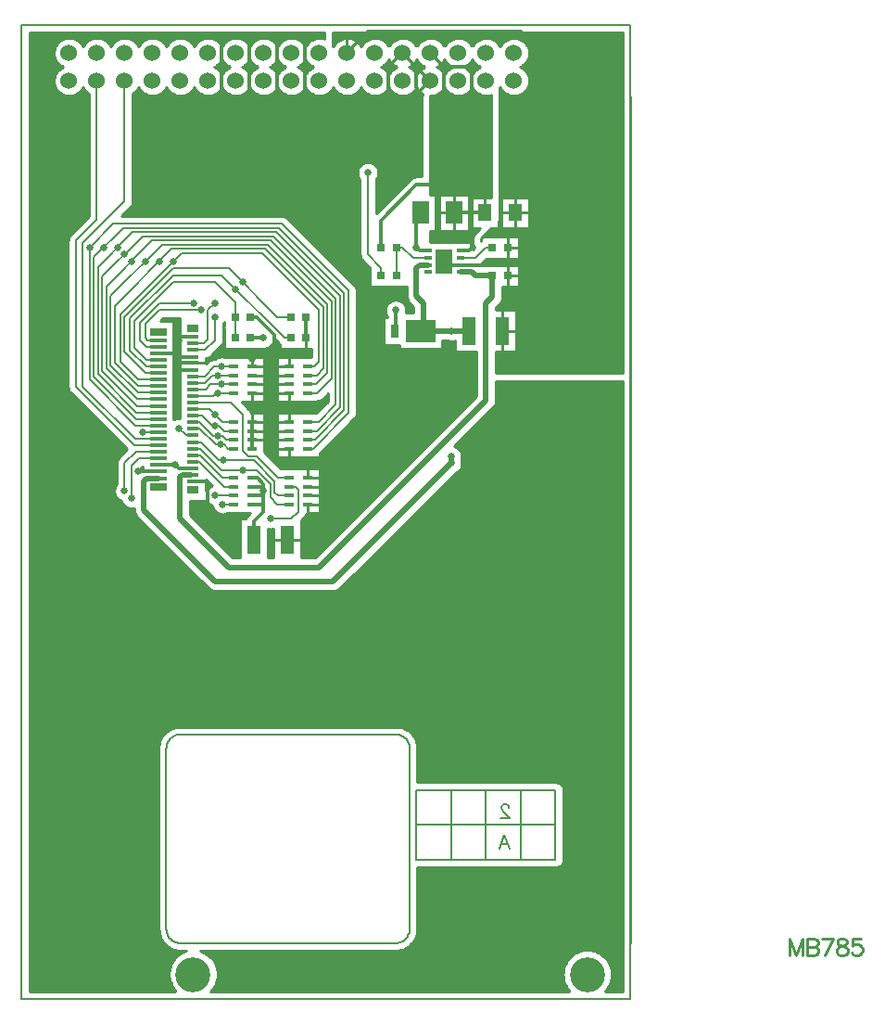
<source format=gbr>
%FSTAX23Y23*%
%MOIN*%
%SFA1B1*%

%IPPOS*%
%ADD10C,0.010000*%
%ADD11C,0.005000*%
%ADD12C,0.012000*%
%ADD13C,0.008000*%
%ADD16C,0.020000*%
%ADD17C,0.126000*%
%ADD18C,0.060000*%
%ADD19C,0.025000*%
%ADD20R,0.030000X0.030000*%
%ADD21R,0.035000X0.016000*%
%ADD22R,0.043000X0.026000*%
%ADD23R,0.061000X0.026000*%
%ADD24R,0.043000X0.012000*%
%ADD25R,0.061000X0.012000*%
%ADD26R,0.105000X0.079000*%
%ADD27R,0.030000X0.050000*%
%ADD28R,0.059000X0.079000*%
%ADD29R,0.059000X0.079000*%
%ADD30R,0.050000X0.100000*%
%ADD31R,0.028000X0.012000*%
%ADD32R,0.059000X0.091000*%
%ADD33R,0.050000X0.060000*%
%ADD34C,0.007000*%
%LNmb785a-1*%
%LPD*%
G54D10*
X-03753Y01598D02*
D01*
X-03749Y01599*
X-03746Y01601*
X-03743Y01603*
X-0374Y01606*
X-03737Y01608*
X-03734Y01611*
X-03732Y01614*
X-03729Y01617*
X-03728Y01621*
X-03726Y01624*
X-03726Y01625*
D01*
X-03724Y01621*
X-03722Y01618*
X-0372Y01615*
X-03717Y01612*
X-03715Y01609*
X-03712Y01606*
X-03709Y01604*
X-03706Y01601*
X-03702Y016*
X-03699Y01598*
X-03699Y01598*
X-03726Y01571D02*
D01*
X-03727Y01574*
X-03729Y01577*
X-03731Y0158*
X-03734Y01583*
X-03736Y01586*
X-03739Y01589*
X-03742Y01591*
X-03745Y01594*
X-03749Y01595*
X-03752Y01597*
X-03753Y01598*
X-03699D02*
D01*
X-03702Y01596*
X-03705Y01594*
X-03708Y01592*
X-03711Y01589*
X-03714Y01587*
X-03717Y01584*
X-03719Y01581*
X-03722Y01578*
X-03723Y01574*
X-03725Y01571*
X-03726Y01571*
X-03653Y01598D02*
D01*
X-03649Y01599*
X-03646Y01601*
X-03643Y01603*
X-0364Y01606*
X-03637Y01608*
X-03634Y01611*
X-03632Y01614*
X-03629Y01617*
X-03628Y01621*
X-03626Y01624*
X-03626Y01625*
Y01571D02*
D01*
X-03627Y01574*
X-03629Y01577*
X-03631Y0158*
X-03634Y01583*
X-03636Y01586*
X-03639Y01589*
X-03642Y01591*
X-03645Y01594*
X-03649Y01595*
X-03652Y01597*
X-03653Y01598*
X-03776Y01493D02*
D01*
X-03772Y01493*
X-03768Y01493*
X-03764Y01494*
X-0376Y01495*
X-03757Y01496*
X-03753Y01497*
X-0375Y01499*
X-03746Y01501*
X-03743Y01503*
X-0374Y01505*
X-03737Y01508*
X-03735Y01511*
X-03732Y01514*
X-0373Y01517*
X-03728Y0152*
X-03726Y01523*
X-03726Y01525*
D01*
X-03724Y01521*
X-03722Y01518*
X-0372Y01515*
X-03717Y01512*
X-03715Y01509*
X-03712Y01506*
X-03709Y01504*
X-03706Y01501*
X-03702Y015*
X-03699Y01498*
X-03695Y01496*
X-03692Y01495*
X-03688Y01494*
X-03684Y01493*
X-03681Y01493*
X-03677Y01492*
X-03673Y01493*
X-03669Y01493*
X-03665Y01493*
X-03662Y01494*
X-03658Y01495*
X-03654Y01497*
X-03651Y01498*
X-03647Y015*
X-03644Y01502*
X-03641Y01505*
X-03638Y01507*
X-03635Y0151*
X-03633Y01513*
X-03631Y01516*
X-03628Y01519*
X-03627Y01522*
X-03626Y01525*
Y01625D02*
D01*
X-03624Y01621*
X-03622Y01618*
X-0362Y01615*
X-03617Y01612*
X-03615Y01609*
X-03612Y01606*
X-03609Y01604*
X-03606Y01601*
X-03602Y016*
X-03599Y01598*
X-03599Y01598*
D01*
X-03602Y01596*
X-03605Y01594*
X-03608Y01592*
X-03611Y01589*
X-03614Y01587*
X-03617Y01584*
X-03619Y01581*
X-03622Y01578*
X-03623Y01574*
X-03625Y01571*
X-03626Y01571*
Y01525D02*
D01*
X-03624Y01521*
X-03622Y01518*
X-0362Y01515*
X-03617Y01512*
X-03615Y01509*
X-03612Y01506*
X-03609Y01504*
X-03606Y01501*
X-03602Y015*
X-03599Y01498*
X-03595Y01496*
X-03592Y01495*
X-03588Y01494*
X-03584Y01493*
X-03581Y01493*
X-03577Y01492*
X-03573Y01493*
X-03569Y01493*
X-03565Y01493*
X-03562Y01494*
X-03558Y01495*
X-03556Y01497*
X-03615Y01001D02*
D01*
X-03616Y00999*
X-03617Y00998*
X-03619Y00996*
X-0362Y00994*
X-03621Y00992*
X-03622Y0099*
X-03622Y00989*
X-03623Y00987*
X-03624Y00985*
X-03624Y00982*
X-03624Y0098*
X-03625Y00979*
Y0097D02*
D01*
X-03624Y00967*
X-03624Y00965*
X-03624Y00963*
X-03623Y00961*
X-03623Y00959*
X-03622Y00957*
X-03621Y00955*
X-0362Y00954*
X-03619Y00952*
X-03617Y0095*
X-03616Y00949*
X-03616Y00949*
X-04076Y01703D02*
D01*
X-04079Y01702*
X-04083Y01702*
X-04087Y01701*
X-04091Y017*
X-04094Y01699*
X-04098Y01698*
X-04101Y01696*
X-04105Y01694*
X-04108Y01692*
X-04111Y0169*
X-04114Y01687*
X-04116Y01684*
X-04119Y01681*
X-04121Y01678*
X-04123Y01675*
X-04125Y01672*
X-04126Y01671*
X-04026D02*
D01*
X-04027Y01674*
X-04029Y01677*
X-04031Y0168*
X-04034Y01683*
X-04036Y01686*
X-04039Y01689*
X-04042Y01691*
X-04045Y01694*
X-04049Y01695*
X-04052Y01697*
X-04056Y01699*
X-04059Y017*
X-04063Y01701*
X-04067Y01702*
X-0407Y01702*
X-04074Y01703*
X-04076Y01703*
X-03976D02*
D01*
X-03979Y01702*
X-03983Y01702*
X-03987Y01701*
X-03991Y017*
X-03994Y01699*
X-03998Y01698*
X-04001Y01696*
X-04005Y01694*
X-04008Y01692*
X-04011Y0169*
X-04014Y01687*
X-04016Y01684*
X-04019Y01681*
X-04021Y01678*
X-04023Y01675*
X-04025Y01672*
X-04026Y01671*
X-03927Y01673D02*
D01*
X-03928Y01676*
X-0393Y01679*
X-03933Y01682*
X-03935Y01685*
X-03938Y01688*
X-03941Y0169*
X-03944Y01693*
X-03947Y01695*
X-03951Y01697*
X-03954Y01698*
X-03958Y017*
X-03961Y01701*
X-03965Y01702*
X-03969Y01702*
X-03973Y01702*
X-03976Y01703*
X-03876D02*
D01*
X-03879Y01702*
X-03883Y01702*
X-03887Y01701*
X-03891Y017*
X-03894Y01699*
X-03898Y01698*
X-03901Y01696*
X-03905Y01694*
X-03908Y01692*
X-03911Y0169*
X-03914Y01687*
X-03916Y01684*
X-03919Y01681*
X-03921Y01678*
X-03923Y01675*
X-03925Y01673*
X-03827D02*
D01*
X-03828Y01676*
X-0383Y01679*
X-03833Y01682*
X-03835Y01685*
X-03838Y01688*
X-03841Y0169*
X-03844Y01693*
X-03847Y01695*
X-03851Y01697*
X-03854Y01698*
X-03858Y017*
X-03861Y01701*
X-03865Y01702*
X-03869Y01702*
X-03873Y01702*
X-03876Y01703*
X-03776D02*
D01*
X-03779Y01702*
X-03783Y01702*
X-03787Y01701*
X-03791Y017*
X-03794Y01699*
X-03798Y01698*
X-03801Y01696*
X-03805Y01694*
X-03808Y01692*
X-03811Y0169*
X-03814Y01687*
X-03816Y01684*
X-03819Y01681*
X-03821Y01678*
X-03823Y01675*
X-03825Y01673*
X-03727D02*
D01*
X-03728Y01676*
X-0373Y01679*
X-03733Y01682*
X-03735Y01685*
X-03738Y01688*
X-03741Y0169*
X-03744Y01693*
X-03747Y01695*
X-03751Y01697*
X-03754Y01698*
X-03758Y017*
X-03761Y01701*
X-03765Y01702*
X-03769Y01702*
X-03773Y01702*
X-03776Y01703*
X-03676D02*
D01*
X-03679Y01702*
X-03683Y01702*
X-03687Y01701*
X-03691Y017*
X-03694Y01699*
X-03698Y01698*
X-03701Y01696*
X-03705Y01694*
X-03708Y01692*
X-03711Y0169*
X-03714Y01687*
X-03716Y01684*
X-03719Y01681*
X-03721Y01678*
X-03723Y01675*
X-03725Y01673*
X-03627D02*
D01*
X-03628Y01676*
X-0363Y01679*
X-03633Y01682*
X-03635Y01685*
X-03638Y01688*
X-03641Y0169*
X-03644Y01693*
X-03647Y01695*
X-03651Y01697*
X-03654Y01698*
X-03658Y017*
X-03661Y01701*
X-03665Y01702*
X-03669Y01702*
X-03673Y01702*
X-03676Y01703*
X-03576D02*
D01*
X-03579Y01702*
X-03583Y01702*
X-03587Y01701*
X-03591Y017*
X-03594Y01699*
X-03598Y01698*
X-03601Y01696*
X-03605Y01694*
X-03608Y01692*
X-03611Y0169*
X-03614Y01687*
X-03616Y01684*
X-03619Y01681*
X-03621Y01678*
X-03623Y01675*
X-03625Y01673*
X-03527D02*
D01*
X-03528Y01676*
X-0353Y01679*
X-03533Y01682*
X-03535Y01685*
X-03538Y01688*
X-03541Y0169*
X-03544Y01693*
X-03547Y01695*
X-03551Y01697*
X-03554Y01698*
X-03558Y017*
X-03561Y01701*
X-03565Y01702*
X-03569Y01702*
X-03573Y01702*
X-03576Y01703*
X-03476D02*
D01*
X-03479Y01702*
X-03483Y01702*
X-03487Y01701*
X-03491Y017*
X-03494Y01699*
X-03498Y01698*
X-03501Y01696*
X-03505Y01694*
X-03508Y01692*
X-03511Y0169*
X-03514Y01687*
X-03516Y01684*
X-03519Y01681*
X-03521Y01678*
X-03523Y01675*
X-03525Y01672*
X-03526Y01671*
X-03453Y01598D02*
D01*
X-03449Y01599*
X-03446Y01601*
X-03443Y01603*
X-0344Y01606*
X-03437Y01608*
X-03434Y01611*
X-03432Y01614*
X-03429Y01617*
X-03428Y01621*
X-03426Y01624*
X-03424Y01628*
X-03423Y01631*
X-03422Y01635*
X-03421Y01639*
X-03421Y01642*
X-0342Y01646*
X-03421Y0165*
X-03421Y01654*
X-03421Y01658*
X-03422Y01661*
X-03423Y01665*
X-03425Y01669*
X-03426Y01672*
X-03428Y01676*
X-0343Y01679*
X-03433Y01682*
X-03435Y01685*
X-03438Y01688*
X-03441Y0169*
X-03444Y01692*
X-03447Y01695*
X-0345Y01696*
X-03454Y01698*
X-03457Y01699*
X-03461Y01701*
X-03465Y01701*
X-03469Y01702*
X-03472Y01702*
X-03476Y01703*
X-03526Y01525D02*
D01*
X-03524Y01521*
X-03522Y01518*
X-0352Y01515*
X-03517Y01512*
X-03515Y01509*
X-03512Y01506*
X-03509Y01504*
X-03506Y01501*
X-03502Y015*
X-03499Y01498*
X-03495Y01496*
X-03492Y01495*
X-03488Y01494*
X-03484Y01493*
X-03481Y01493*
X-03477Y01492*
X-03473Y01493*
X-03469Y01493*
X-03465Y01493*
X-03462Y01494*
X-03458Y01495*
X-03454Y01497*
X-03451Y01498*
X-03447Y015*
X-03444Y01502*
X-03441Y01505*
X-03438Y01507*
X-03435Y0151*
X-03433Y01513*
X-03431Y01516*
X-03428Y01519*
X-03427Y01522*
X-03425Y01526*
X-03424Y01529*
X-03422Y01533*
X-03422Y01537*
X-03421Y01541*
X-03421Y01544*
X-0342Y01548*
X-03421Y01552*
X-03421Y01556*
X-03422Y0156*
X-03423Y01563*
X-03424Y01567*
X-03426Y01571*
X-03427Y01574*
X-03429Y01577*
X-03431Y0158*
X-03434Y01583*
X-03436Y01586*
X-03439Y01589*
X-03442Y01591*
X-03445Y01594*
X-03449Y01595*
X-03452Y01597*
X-03453Y01598*
X-03601Y00885D02*
D01*
X-03599Y00885*
X-03597Y00886*
X-03595Y00888*
X-03594Y00889*
X-03592Y0089*
X-03592Y00891*
X-03601Y00885D02*
D01*
X-03599Y00885*
X-03597Y00886*
X-03595Y00888*
X-03594Y00889*
X-03592Y0089*
X-03592Y00891*
X-03528Y00746D02*
D01*
X-03526Y00747*
X-03524Y00749*
X-03523Y00751*
X-03522Y00753*
X-0352Y00756*
X-03519Y00758*
X-03519Y0076*
X-03518Y00763*
X-03518Y00765*
X-03517Y00767*
X-03517Y0077*
X-03518Y00771*
X-03528Y00746D02*
D01*
X-03526Y00747*
X-03524Y00749*
X-03523Y00751*
X-03522Y00753*
X-0352Y00756*
X-03519Y00758*
X-03519Y0076*
X-03518Y00763*
X-03518Y00765*
X-03517Y00767*
X-03517Y0077*
X-03518Y00771*
X-0508Y00448D02*
D01*
X-05079Y00445*
X-05079Y00443*
X-05079Y00441*
X-05078Y0044*
X-05078Y00438*
X-05077Y00436*
X-05076Y00434*
X-05075Y00432*
X-05074Y0043*
X-05073Y00429*
X-05071Y00427*
X-05071Y00428*
X-0508Y00448D02*
D01*
X-05079Y00445*
X-05079Y00443*
X-05079Y00441*
X-05078Y0044*
X-05078Y00438*
X-05077Y00436*
X-05076Y00434*
X-05075Y00432*
X-05074Y0043*
X-05073Y00429*
X-05071Y00427*
X-05071Y00428*
X-04887Y00037D02*
D01*
X-04886Y00034*
X-04885Y00032*
X-04883Y00029*
X-04882Y00027*
X-04881Y00025*
X-04879Y00023*
X-04877Y00021*
X-04875Y00019*
X-04873Y00017*
X-04871Y00016*
X-04869Y00015*
X-04866Y00013*
X-04864Y00012*
X-04862Y00012*
X-04859Y00011*
X-04856Y0001*
X-04854Y0001*
X-04851Y0001*
X-04849Y0001*
X-04846Y0001*
X-04843Y00011*
X-04841Y00011*
X-04841Y00012*
Y00003D02*
D01*
X-0484Y0*
X-0484Y-00001*
X-0484Y-00004*
X-04839Y-00006*
X-04838Y-00008*
X-04837Y-00011*
X-04836Y-00013*
X-04835Y-00015*
X-04834Y-00017*
X-04832Y-00019*
X-04831Y-00021*
X-0483Y-00022*
X-04841Y00003D02*
D01*
X-0484Y0*
X-0484Y-00001*
X-0484Y-00004*
X-04839Y-00006*
X-04838Y-00008*
X-04837Y-00011*
X-04836Y-00013*
X-04835Y-00015*
X-04834Y-00017*
X-04832Y-00019*
X-04831Y-00021*
X-0483Y-00022*
X-04905Y00097D02*
D01*
X-04906Y00094*
X-04908Y00092*
X-04909Y0009*
X-0491Y00088*
X-04911Y00085*
X-04912Y00083*
X-04912Y0008*
X-04913Y00077*
X-04913Y00075*
X-04913Y00072*
X-04913Y0007*
X-04913Y00067*
X-04912Y00064*
X-04912Y00062*
X-04911Y00059*
X-0491Y00057*
X-04909Y00055*
X-04907Y00052*
X-04906Y0005*
X-04904Y00048*
X-04902Y00046*
X-049Y00044*
X-04898Y00043*
X-04896Y00041*
X-04894Y0004*
X-04892Y00039*
X-04889Y00038*
X-04887Y00037*
X-04887Y00037*
X-0481Y00151D02*
D01*
X-04812Y00149*
X-04814Y00148*
X-04816Y00147*
X-04818Y00145*
X-0482Y00144*
X-0481Y00151D02*
D01*
X-04812Y00149*
X-04814Y00148*
X-04816Y00147*
X-04818Y00145*
X-0482Y00144*
X-04896Y00194D02*
D01*
X-04897Y00192*
X-04898Y0019*
X-04899Y00189*
X-049Y00187*
X-04901Y00185*
X-04902Y00183*
X-04903Y00181*
X-04903Y00179*
X-04904Y00177*
X-04904Y00175*
X-04904Y00173*
X-04905Y00173*
X-04896Y00194D02*
D01*
X-04897Y00192*
X-04898Y0019*
X-04899Y00189*
X-049Y00187*
X-04901Y00185*
X-04902Y00183*
X-04903Y00181*
X-04903Y00179*
X-04904Y00177*
X-04904Y00175*
X-04904Y00173*
X-04905Y00173*
X-04654Y-01579D02*
D01*
X-04659Y-0158*
X-04665Y-01583*
X-0467Y-01586*
X-04676Y-01589*
X-04681Y-01592*
X-04686Y-01596*
X-0469Y-016*
X-04694Y-01605*
X-04698Y-01609*
X-04702Y-01614*
X-04705Y-01619*
X-04708Y-01625*
X-0471Y-0163*
X-04712Y-01636*
X-04714Y-01642*
X-04715Y-01648*
X-04716Y-01654*
X-04716Y-0166*
X-04716Y-01666*
X-04716Y-01673*
X-04715Y-01679*
X-04713Y-01685*
X-04712Y-0169*
X-04709Y-01696*
X-04707Y-01702*
X-04704Y-01707*
X-04701Y-01712*
X-04697Y-01717*
X-04693Y-01722*
X-04693Y-01724*
X-04753Y-01502D02*
D01*
X-04752Y-01507*
X-04752Y-01512*
X-04751Y-01518*
X-04749Y-01523*
X-04748Y-01528*
X-04746Y-01533*
X-04743Y-01538*
X-04741Y-01543*
X-04738Y-01547*
X-04734Y-01552*
X-04731Y-01556*
X-04727Y-01559*
X-04723Y-01563*
X-04718Y-01566*
X-04714Y-01569*
X-04709Y-01572*
X-04704Y-01574*
X-04699Y-01576*
X-04693Y-01577*
X-04688Y-01578*
X-04683Y-01579*
X-04677Y-01579*
X-04676Y-01579*
Y-00774D02*
D01*
X-04681Y-00774*
X-04686Y-00774*
X-04692Y-00775*
X-04697Y-00777*
X-04702Y-00778*
X-04707Y-0078*
X-04712Y-00783*
X-04717Y-00785*
X-04721Y-00788*
X-04726Y-00792*
X-0473Y-00795*
X-04733Y-00799*
X-04737Y-00803*
X-0474Y-00808*
X-04743Y-00813*
X-04746Y-00817*
X-04748Y-00822*
X-0475Y-00827*
X-04751Y-00833*
X-04752Y-00838*
X-04753Y-00843*
X-04753Y-00849*
X-04753Y-00852*
X-04566Y-01724D02*
D01*
X-04561Y-01719*
X-04558Y-01714*
X-04554Y-01709*
X-04551Y-01703*
X-04548Y-01698*
X-04546Y-01692*
X-04544Y-01686*
X-04543Y-0168*
X-04542Y-01674*
X-04541Y-01668*
X-04542Y-01664*
D01*
X-04542Y-01657*
X-04542Y-01651*
X-04543Y-01645*
X-04545Y-01639*
X-04547Y-01633*
X-04549Y-01628*
X-04552Y-01622*
X-04555Y-01617*
X-04558Y-01612*
X-04562Y-01607*
X-04566Y-01602*
X-04571Y-01598*
X-04575Y-01594*
X-0458Y-01591*
X-04586Y-01587*
X-04591Y-01584*
X-04597Y-01582*
X-04602Y-0158*
X-04605Y-01579*
X-04575Y-00276D02*
D01*
X-04573Y-00277*
X-04571Y-00279*
X-04569Y-0028*
X-04567Y-00281*
X-04564Y-00283*
X-04562Y-00284*
X-0456Y-00284*
X-04557Y-00285*
X-04555Y-00285*
X-04553Y-00286*
X-04551Y-00287*
X-04575Y-00277D02*
D01*
X-04573Y-00278*
X-04571Y-0028*
X-04569Y-00281*
X-04567Y-00282*
X-04564Y-00284*
X-04562Y-00285*
X-0456Y-00285*
X-04557Y-00286*
X-04555Y-00286*
X-04553Y-00287*
X-04551Y-00287*
X-04677Y00336D02*
D01*
X-04679Y00336*
X-04682Y00336*
X-04684Y00336*
X-04687Y00335*
X-04689Y00335*
X-04692Y00334*
X-04694Y00333*
X-04697Y00332*
X-04699Y00331*
X-047Y0033*
X-04583Y0004D02*
D01*
X-04581Y00037*
X-0458Y00035*
X-04578Y00033*
X-04577Y00031*
X-04575Y00029*
X-04573Y00028*
X-04571Y00026*
X-04568Y00025*
X-04566Y00023*
X-04564Y00022*
X-04561Y00021*
X-04561Y00022*
D01*
X-0456Y00019*
X-0456Y00016*
X-04559Y00014*
X-04558Y00011*
X-04557Y00009*
X-04556Y00007*
X-04554Y00005*
X-04553Y00003*
X-04551Y00001*
X-04549Y0*
X-04547Y-00002*
X-04545Y-00004*
X-04543Y-00005*
X-04541Y-00006*
X-04539Y-00008*
X-04536Y-00009*
X-04534Y-00009*
X-04531Y-0001*
X-04529Y-0001*
X-04526Y-00011*
X-04523Y-00011*
X-04521Y-00011*
X-04518Y-0001*
X-04516Y-0001*
X-04513Y-00009*
X-04511Y-00008*
X-04508Y-00007*
X-04506Y-00006*
X-04505Y-00007*
X-04433Y-00015D02*
D01*
X-04434Y-00016*
X-04435Y-00018*
X-04437Y-0002*
X-04438Y-00021*
X-04439Y-00023*
X-0444Y-00025*
X-0444Y-00027*
X-04433Y-00015D02*
D01*
X-04434Y-00016*
X-04435Y-00018*
X-04437Y-0002*
X-04438Y-00021*
X-04439Y-00023*
X-0444Y-00025*
X-0444Y-00027*
X-04562Y00093D02*
D01*
X-04564Y00092*
X-04566Y0009*
X-04569Y00089*
X-04571Y00088*
X-04573Y00086*
X-04575Y00085*
X-04577Y00083*
X-04579Y00081*
X-0458Y00079*
X-04582Y00076*
X-04583Y00075*
X-04422Y00353D02*
D01*
X-04422Y00355*
X-04422Y00356*
X-04423Y00358*
X-04424Y0036*
X-04425Y00362*
X-04426Y00364*
X-04427Y00366*
X-04429Y00367*
X-0443Y00369*
X-04422Y00353D02*
D01*
X-04422Y00355*
X-04422Y00356*
X-04423Y00358*
X-04424Y0036*
X-04425Y00362*
X-04426Y00364*
X-04427Y00366*
X-04429Y00367*
X-0443Y00369*
X-05071Y00994D02*
D01*
X-05072Y00992*
X-05073Y0099*
X-05074Y00989*
X-05075Y00987*
X-05076Y00985*
X-05077Y00983*
X-05078Y00981*
X-05078Y00979*
X-05079Y00977*
X-05079Y00975*
X-05079Y00973*
X-0508Y00973*
X-05071Y00994D02*
D01*
X-05072Y00992*
X-05073Y0099*
X-05074Y00989*
X-05075Y00987*
X-05076Y00985*
X-05077Y00983*
X-05078Y00981*
X-05078Y00979*
X-05079Y00977*
X-05079Y00975*
X-05079Y00973*
X-0508Y00973*
X-04855Y01094D02*
D01*
X-04853Y01095*
X-04852Y01097*
X-04851Y01098*
X-0485Y011*
X-04849Y01102*
X-04848Y01104*
X-04847Y01106*
X-04847Y01108*
X-04846Y0111*
X-04846Y01112*
X-04847Y01114*
X-04855Y01094D02*
D01*
X-04853Y01095*
X-04852Y01097*
X-04851Y01098*
X-0485Y011*
X-04849Y01102*
X-04848Y01104*
X-04847Y01106*
X-04847Y01108*
X-04846Y0111*
X-04846Y01112*
X-04847Y01114*
X-05099Y01598D02*
D01*
X-05102Y01596*
X-05105Y01594*
X-05108Y01592*
X-05111Y01589*
X-05114Y01587*
X-05117Y01584*
X-05119Y01581*
X-05122Y01578*
X-05123Y01574*
X-05125Y01571*
X-05127Y01567*
X-05128Y01564*
X-05129Y0156*
X-0513Y01556*
X-0513Y01553*
X-05131Y01549*
X-0513Y01545*
X-0513Y01541*
X-0513Y01537*
X-05129Y01534*
X-05128Y0153*
X-05126Y01526*
X-05125Y01523*
X-05123Y01519*
X-05121Y01516*
X-05118Y01513*
X-05116Y0151*
X-05113Y01507*
X-0511Y01505*
X-05107Y01503*
X-05104Y015*
X-05101Y01499*
X-05097Y01497*
X-05094Y01496*
X-0509Y01494*
X-05086Y01494*
X-05082Y01493*
X-05079Y01493*
X-05075Y01492*
X-05071Y01493*
X-05067Y01493*
X-05063Y01494*
X-0506Y01495*
X-05056Y01496*
X-05053Y01498*
X-05049Y01499*
X-05046Y01501*
X-05043Y01503*
X-0504Y01506*
X-05037Y01508*
X-05034Y01511*
X-05032Y01514*
X-05029Y01517*
X-05028Y01521*
X-05026Y01524*
X-05026Y01525*
D01*
X-05024Y01521*
X-05022Y01518*
X-0502Y01515*
X-05017Y01512*
X-05015Y01509*
X-05012Y01506*
X-05009Y01504*
X-05006Y01501*
X-05005Y01501*
X-05026Y01671D02*
D01*
X-05027Y01674*
X-05029Y01677*
X-05031Y0168*
X-05034Y01683*
X-05036Y01686*
X-05039Y01689*
X-05042Y01691*
X-05045Y01694*
X-05049Y01695*
X-05052Y01697*
X-05056Y01699*
X-05059Y017*
X-05063Y01701*
X-05067Y01702*
X-0507Y01702*
X-05074Y01703*
X-05078Y01702*
X-05082Y01702*
X-05086Y01702*
X-05089Y01701*
X-05093Y017*
X-05097Y01698*
X-051Y01697*
X-05104Y01695*
X-05107Y01693*
X-0511Y0169*
X-05113Y01688*
X-05116Y01685*
X-05118Y01682*
X-0512Y01679*
X-05123Y01676*
X-05124Y01673*
X-05126Y01669*
X-05127Y01666*
X-05129Y01662*
X-05129Y01658*
X-0513Y01654*
X-0513Y01651*
X-05131Y01647*
X-0513Y01643*
X-0513Y01639*
X-05129Y01635*
X-05128Y01632*
X-05127Y01628*
X-05126Y01624*
X-05124Y01621*
X-05122Y01618*
X-0512Y01615*
X-05117Y01612*
X-05115Y01609*
X-05112Y01606*
X-05109Y01604*
X-05106Y01601*
X-05102Y016*
X-05099Y01598*
X-05099Y01598*
X-04926Y01671D02*
D01*
X-04927Y01674*
X-04929Y01677*
X-04931Y0168*
X-04934Y01683*
X-04936Y01686*
X-04939Y01689*
X-04942Y01691*
X-04945Y01694*
X-04949Y01695*
X-04952Y01697*
X-04956Y01699*
X-04959Y017*
X-04963Y01701*
X-04967Y01702*
X-0497Y01702*
X-04974Y01703*
X-04978Y01702*
X-04982Y01702*
X-04986Y01702*
X-04989Y01701*
X-04993Y017*
X-04997Y01698*
X-05Y01697*
X-05004Y01695*
X-05007Y01693*
X-0501Y0169*
X-05013Y01688*
X-05016Y01685*
X-05018Y01682*
X-0502Y01679*
X-05023Y01676*
X-05024Y01673*
X-05026Y01671*
X-04847Y01501D02*
D01*
X-04843Y01503*
X-0484Y01505*
X-04837Y01508*
X-04835Y0151*
X-04832Y01513*
X-0483Y01516*
X-04828Y0152*
X-04826Y01523*
X-04826Y01525*
Y01671D02*
D01*
X-04827Y01674*
X-04829Y01677*
X-04831Y0168*
X-04834Y01683*
X-04836Y01686*
X-04839Y01689*
X-04842Y01691*
X-04845Y01694*
X-04849Y01695*
X-04852Y01697*
X-04856Y01699*
X-04859Y017*
X-04863Y01701*
X-04867Y01702*
X-0487Y01702*
X-04874Y01703*
X-04878Y01702*
X-04882Y01702*
X-04886Y01702*
X-04889Y01701*
X-04893Y017*
X-04897Y01698*
X-049Y01697*
X-04904Y01695*
X-04907Y01693*
X-0491Y0169*
X-04913Y01688*
X-04916Y01685*
X-04918Y01682*
X-0492Y01679*
X-04923Y01676*
X-04924Y01673*
X-04926Y01671*
X-04826Y01525D02*
D01*
X-04824Y01521*
X-04822Y01518*
X-0482Y01515*
X-04817Y01512*
X-04815Y01509*
X-04812Y01506*
X-04809Y01504*
X-04806Y01501*
X-04802Y015*
X-04799Y01498*
X-04795Y01496*
X-04792Y01495*
X-04788Y01494*
X-04784Y01493*
X-04781Y01493*
X-04777Y01492*
X-04773Y01493*
X-04769Y01493*
X-04765Y01493*
X-04762Y01494*
X-04758Y01495*
X-04754Y01497*
X-04751Y01498*
X-04747Y015*
X-04744Y01502*
X-04741Y01505*
X-04738Y01507*
X-04735Y0151*
X-04733Y01513*
X-04731Y01516*
X-04728Y01519*
X-04727Y01522*
X-04726Y01525*
Y01671D02*
D01*
X-04727Y01674*
X-04729Y01677*
X-04731Y0168*
X-04734Y01683*
X-04736Y01686*
X-04739Y01689*
X-04742Y01691*
X-04745Y01694*
X-04749Y01695*
X-04752Y01697*
X-04756Y01699*
X-04759Y017*
X-04763Y01701*
X-04767Y01702*
X-0477Y01702*
X-04774Y01703*
X-04778Y01702*
X-04782Y01702*
X-04786Y01702*
X-04789Y01701*
X-04793Y017*
X-04797Y01698*
X-048Y01697*
X-04804Y01695*
X-04807Y01693*
X-0481Y0169*
X-04813Y01688*
X-04816Y01685*
X-04818Y01682*
X-0482Y01679*
X-04823Y01676*
X-04824Y01673*
X-04826Y01671*
X-04583Y00551D02*
D01*
X-0458Y00551*
X-04578Y00551*
X-04577Y00552*
X-04575Y00552*
X-04573Y00553*
X-04571Y00554*
X-04569Y00555*
X-04567Y00556*
X-04566Y00557*
X-04564Y00559*
X-04565Y0056*
X-04583Y00551D02*
D01*
X-0458Y00551*
X-04578Y00551*
X-04577Y00552*
X-04575Y00552*
X-04573Y00553*
X-04571Y00554*
X-04569Y00555*
X-04567Y00556*
X-04566Y00557*
X-04564Y00559*
X-04565Y0056*
X-04553Y00549D02*
D01*
X-04555Y00548*
X-04557Y00548*
X-04559Y00548*
X-0456Y00547*
X-04562Y00547*
X-04564Y00546*
X-04566Y00545*
X-04568Y00544*
X-0457Y00543*
X-04571Y00542*
X-04573Y0054*
X-04574Y00541*
X-04553Y00549D02*
D01*
X-04555Y00548*
X-04557Y00548*
X-04559Y00548*
X-0456Y00547*
X-04562Y00547*
X-04564Y00546*
X-04566Y00545*
X-04568Y00544*
X-0457Y00543*
X-04571Y00542*
X-04573Y0054*
X-04574Y00541*
X-0451Y00553D02*
D01*
X-04512Y00554*
X-04514Y00555*
X-04517Y00556*
X-04519Y00556*
X-04522Y00557*
X-04524Y00557*
X-04527Y00557*
X-0453Y00557*
X-04532Y00557*
X-04535Y00556*
X-04537Y00556*
X-0454Y00555*
X-04542Y00554*
X-04545Y00553*
X-04547Y00552*
X-04549Y0055*
X-04551Y00549*
X-04552Y00549*
X-0453Y00595D02*
D01*
X-04528Y00596*
X-04527Y00598*
X-04526Y00599*
X-04525Y00601*
X-04524Y00603*
X-04523Y00605*
X-04522Y00607*
X-04522Y00609*
X-04521Y00611*
X-04521Y00613*
X-04522Y00615*
X-0453Y00595D02*
D01*
X-04528Y00596*
X-04527Y00598*
X-04526Y00599*
X-04525Y00601*
X-04524Y00603*
X-04523Y00605*
X-04522Y00607*
X-04522Y00609*
X-04521Y00611*
X-04521Y00613*
X-04522Y00615*
Y00674D02*
D01*
X-0452Y00676*
X-04518Y00678*
X-04518Y0068*
X-04726Y01525D02*
D01*
X-04724Y01521*
X-04722Y01518*
X-0472Y01515*
X-04717Y01512*
X-04715Y01509*
X-04712Y01506*
X-04709Y01504*
X-04706Y01501*
X-04702Y015*
X-04699Y01498*
X-04695Y01496*
X-04692Y01495*
X-04688Y01494*
X-04684Y01493*
X-04681Y01493*
X-04677Y01492*
X-04673Y01493*
X-04669Y01493*
X-04665Y01493*
X-04662Y01494*
X-04658Y01495*
X-04654Y01497*
X-04651Y01498*
X-04647Y015*
X-04644Y01502*
X-04641Y01505*
X-04638Y01507*
X-04635Y0151*
X-04633Y01513*
X-04631Y01516*
X-04628Y01519*
X-04627Y01522*
X-04626Y01525*
Y01671D02*
D01*
X-04627Y01674*
X-04629Y01677*
X-04631Y0168*
X-04634Y01683*
X-04636Y01686*
X-04639Y01689*
X-04642Y01691*
X-04645Y01694*
X-04649Y01695*
X-04652Y01697*
X-04656Y01699*
X-04659Y017*
X-04663Y01701*
X-04667Y01702*
X-0467Y01702*
X-04674Y01703*
X-04678Y01702*
X-04682Y01702*
X-04686Y01702*
X-04689Y01701*
X-04693Y017*
X-04697Y01698*
X-047Y01697*
X-04704Y01695*
X-04707Y01693*
X-0471Y0169*
X-04713Y01688*
X-04716Y01685*
X-04718Y01682*
X-0472Y01679*
X-04723Y01676*
X-04724Y01673*
X-04726Y01671*
X-04626Y01525D02*
D01*
X-04624Y01521*
X-04622Y01518*
X-0462Y01515*
X-04617Y01512*
X-04615Y01509*
X-04612Y01506*
X-04609Y01504*
X-04606Y01501*
X-04602Y015*
X-04599Y01498*
X-04595Y01496*
X-04592Y01495*
X-04588Y01494*
X-04584Y01493*
X-04581Y01493*
X-04577Y01492*
X-04573Y01493*
X-04569Y01493*
X-04565Y01493*
X-04562Y01494*
X-04558Y01495*
X-04554Y01497*
X-04551Y01498*
X-04547Y015*
X-04544Y01502*
X-04541Y01505*
X-04538Y01507*
X-04535Y0151*
X-04533Y01513*
X-04531Y01516*
X-04528Y01519*
X-04527Y01522*
X-04526Y01525*
Y01571D02*
D01*
X-04527Y01574*
X-04529Y01577*
X-04531Y0158*
X-04534Y01583*
X-04536Y01586*
X-04539Y01589*
X-04542Y01591*
X-04545Y01594*
X-04549Y01595*
X-04552Y01597*
X-04553Y01598*
D01*
X-04549Y01599*
X-04546Y01601*
X-04543Y01603*
X-0454Y01606*
X-04537Y01608*
X-04534Y01611*
X-04532Y01614*
X-04529Y01617*
X-04528Y01621*
X-04526Y01624*
X-04526Y01625*
Y01671D02*
D01*
X-04527Y01674*
X-04529Y01677*
X-04531Y0168*
X-04534Y01683*
X-04536Y01686*
X-04539Y01689*
X-04542Y01691*
X-04545Y01694*
X-04549Y01695*
X-04552Y01697*
X-04556Y01699*
X-04559Y017*
X-04563Y01701*
X-04567Y01702*
X-0457Y01702*
X-04574Y01703*
X-04578Y01702*
X-04582Y01702*
X-04586Y01702*
X-04589Y01701*
X-04593Y017*
X-04597Y01698*
X-046Y01697*
X-04604Y01695*
X-04607Y01693*
X-0461Y0169*
X-04613Y01688*
X-04616Y01685*
X-04618Y01682*
X-0462Y01679*
X-04623Y01676*
X-04624Y01673*
X-04626Y01671*
X-04499Y01598D02*
D01*
X-04502Y01596*
X-04505Y01594*
X-04508Y01592*
X-04511Y01589*
X-04514Y01587*
X-04517Y01584*
X-04519Y01581*
X-04522Y01578*
X-04523Y01574*
X-04525Y01571*
X-04526Y01571*
Y01525D02*
D01*
X-04524Y01521*
X-04522Y01518*
X-0452Y01515*
X-04517Y01512*
X-04515Y01509*
X-04512Y01506*
X-04509Y01504*
X-04506Y01501*
X-04502Y015*
X-04499Y01498*
X-04495Y01496*
X-04492Y01495*
X-04488Y01494*
X-04484Y01493*
X-04481Y01493*
X-04477Y01492*
X-04473Y01493*
X-04469Y01493*
X-04465Y01493*
X-04462Y01494*
X-04458Y01495*
X-04454Y01497*
X-04451Y01498*
X-04447Y015*
X-04444Y01502*
X-04441Y01505*
X-04438Y01507*
X-04435Y0151*
X-04433Y01513*
X-04431Y01516*
X-04428Y01519*
X-04427Y01522*
X-04426Y01525*
Y01571D02*
D01*
X-04427Y01574*
X-04429Y01577*
X-04431Y0158*
X-04434Y01583*
X-04436Y01586*
X-04439Y01589*
X-04442Y01591*
X-04445Y01594*
X-04449Y01595*
X-04452Y01597*
X-04453Y01598*
X-04426Y01525D02*
D01*
X-04424Y01521*
X-04422Y01518*
X-0442Y01515*
X-04417Y01512*
X-04415Y01509*
X-04412Y01506*
X-04409Y01504*
X-04406Y01501*
X-04402Y015*
X-04399Y01498*
X-04395Y01496*
X-04392Y01495*
X-04388Y01494*
X-04384Y01493*
X-04381Y01493*
X-04377Y01492*
X-04373Y01493*
X-04369Y01493*
X-04365Y01493*
X-04362Y01494*
X-04358Y01495*
X-04354Y01497*
X-04351Y01498*
X-04347Y015*
X-04344Y01502*
X-04341Y01505*
X-04338Y01507*
X-04335Y0151*
X-04333Y01513*
X-04331Y01516*
X-04328Y01519*
X-04327Y01522*
X-04326Y01525*
X-04399Y01598D02*
D01*
X-04402Y01596*
X-04405Y01594*
X-04408Y01592*
X-04411Y01589*
X-04414Y01587*
X-04417Y01584*
X-04419Y01581*
X-04422Y01578*
X-04423Y01574*
X-04425Y01571*
X-04426Y01571*
X-04526Y01625D02*
D01*
X-04524Y01621*
X-04522Y01618*
X-0452Y01615*
X-04517Y01612*
X-04515Y01609*
X-04512Y01606*
X-04509Y01604*
X-04506Y01601*
X-04502Y016*
X-04499Y01598*
X-04499Y01598*
X-04453D02*
D01*
X-04449Y01599*
X-04446Y01601*
X-04443Y01603*
X-0444Y01606*
X-04437Y01608*
X-04434Y01611*
X-04432Y01614*
X-04429Y01617*
X-04428Y01621*
X-04426Y01624*
X-04426Y01625*
D01*
X-04424Y01621*
X-04422Y01618*
X-0442Y01615*
X-04417Y01612*
X-04415Y01609*
X-04412Y01606*
X-04409Y01604*
X-04406Y01601*
X-04402Y016*
X-04399Y01598*
X-04399Y01598*
X-04426Y01671D02*
D01*
X-04427Y01674*
X-04429Y01677*
X-04431Y0168*
X-04434Y01683*
X-04436Y01686*
X-04439Y01689*
X-04442Y01691*
X-04445Y01694*
X-04449Y01695*
X-04452Y01697*
X-04456Y01699*
X-04459Y017*
X-04463Y01701*
X-04467Y01702*
X-0447Y01702*
X-04474Y01703*
X-04478Y01702*
X-04482Y01702*
X-04486Y01702*
X-04489Y01701*
X-04493Y017*
X-04497Y01698*
X-045Y01697*
X-04504Y01695*
X-04507Y01693*
X-0451Y0169*
X-04513Y01688*
X-04516Y01685*
X-04518Y01682*
X-0452Y01679*
X-04523Y01676*
X-04524Y01673*
X-04526Y01671*
X-04326D02*
D01*
X-04327Y01674*
X-04329Y01677*
X-04331Y0168*
X-04334Y01683*
X-04336Y01686*
X-04339Y01689*
X-04342Y01691*
X-04345Y01694*
X-04349Y01695*
X-04352Y01697*
X-04356Y01699*
X-04359Y017*
X-04363Y01701*
X-04367Y01702*
X-0437Y01702*
X-04374Y01703*
X-04378Y01702*
X-04382Y01702*
X-04386Y01702*
X-04389Y01701*
X-04393Y017*
X-04397Y01698*
X-044Y01697*
X-04404Y01695*
X-04407Y01693*
X-0441Y0169*
X-04413Y01688*
X-04416Y01685*
X-04418Y01682*
X-0442Y01679*
X-04423Y01676*
X-04424Y01673*
X-04426Y01671*
X-04126Y-00287D02*
D01*
X-04123Y-00286*
X-04121Y-00286*
X-04118Y-00286*
X-04116Y-00285*
X-04114Y-00284*
X-04111Y-00283*
X-04109Y-00282*
X-04107Y-00281*
X-04105Y-0028*
X-04103Y-00278*
X-04101Y-00277*
X-04101Y-00277*
X-04126Y-00287D02*
D01*
X-04123Y-00286*
X-04121Y-00286*
X-04118Y-00286*
X-04116Y-00285*
X-04114Y-00284*
X-04111Y-00283*
X-04109Y-00282*
X-04107Y-00281*
X-04105Y-0028*
X-04103Y-00278*
X-04101Y-00277*
X-04101Y-00276*
X-03901Y-01579D02*
D01*
X-03895Y-01578*
X-0389Y-01578*
X-03884Y-01577*
X-03879Y-01575*
X-03874Y-01574*
X-03869Y-01572*
X-03864Y-01569*
X-03859Y-01567*
X-03855Y-01564*
X-0385Y-0156*
X-03846Y-01557*
X-03843Y-01553*
X-03839Y-01549*
X-03836Y-01544*
X-03833Y-0154*
X-0383Y-01535*
X-03828Y-0153*
X-03826Y-01525*
X-03825Y-01519*
X-03824Y-01514*
X-03823Y-01509*
X-03823Y-01503*
X-03823Y-01502*
Y-00852D02*
D01*
X-03823Y-00846*
X-03823Y-00841*
X-03824Y-00835*
X-03826Y-0083*
X-03827Y-00825*
X-03829Y-0082*
X-03832Y-00815*
X-03834Y-0081*
X-03837Y-00806*
X-03841Y-00801*
X-03844Y-00797*
X-03848Y-00794*
X-03852Y-0079*
X-03857Y-00787*
X-03862Y-00784*
X-03866Y-00781*
X-03871Y-00779*
X-03876Y-00777*
X-03882Y-00776*
X-03887Y-00775*
X-03892Y-00774*
X-03898Y-00774*
X-03901Y-00774*
X-04361Y-00063D02*
D01*
X-04358Y-00063*
X-04355Y-00064*
X-04353Y-00064*
X-0435Y-00064*
X-04348Y-00064*
X-04345Y-00063*
X-04342Y-00063*
X-04341Y-00063*
X-0423Y-00022D02*
D01*
X-04228Y-0002*
X-04227Y-00018*
X-04226Y-00017*
X-04225Y-00015*
X-04224Y-00013*
X-04223Y-00011*
X-04222Y-00009*
X-04222Y-00007*
X-04222Y-00007*
X-0423Y-00022D02*
D01*
X-04228Y-0002*
X-04227Y-00018*
X-04226Y-00017*
X-04225Y-00015*
X-04224Y-00013*
X-04223Y-00011*
X-04222Y-00009*
X-04222Y-00007*
X-04222Y-00007*
X-03124Y-01664D02*
D01*
X-03124Y-01657*
X-03124Y-01651*
X-03125Y-01645*
X-03127Y-01639*
X-03129Y-01633*
X-03131Y-01628*
X-03134Y-01622*
X-03137Y-01617*
X-0314Y-01612*
X-03144Y-01607*
X-03148Y-01602*
X-03153Y-01598*
X-03157Y-01594*
X-03162Y-01591*
X-03168Y-01587*
X-03173Y-01584*
X-03179Y-01582*
X-03184Y-0158*
X-0319Y-01578*
X-03196Y-01577*
X-03202Y-01576*
X-03208Y-01576*
X-03215*
X-03221Y-01576*
X-03227Y-01577*
X-03233Y-01578*
X-03239Y-0158*
X-03244Y-01582*
X-0325Y-01584*
X-03256Y-01587*
X-03261Y-01591*
X-03266Y-01594*
X-0327Y-01598*
X-03275Y-01602*
X-03279Y-01607*
X-03283Y-01612*
X-03286Y-01617*
X-03289Y-01622*
X-03292Y-01628*
X-03294Y-01633*
X-03296Y-01639*
X-03298Y-01645*
X-03299Y-01651*
X-03299Y-01657*
X-033Y-01664*
X-03299Y-0167*
X-03299Y-01676*
X-03298Y-01682*
X-03296Y-01688*
X-03294Y-01694*
X-03292Y-01699*
X-03289Y-01705*
X-03286Y-0171*
X-03283Y-01715*
X-03279Y-0172*
X-03276Y-01724*
X-03148D02*
D01*
X-03143Y-01719*
X-0314Y-01714*
X-03136Y-01709*
X-03133Y-01703*
X-0313Y-01698*
X-03128Y-01692*
X-03126Y-01686*
X-03125Y-0168*
X-03124Y-01674*
X-03123Y-01668*
X-03124Y-01664*
X-03326Y-0128D02*
D01*
X-03323Y-01279*
X-03321Y-01279*
X-03319Y-01279*
X-03318Y-01278*
X-03316Y-01278*
X-03314Y-01277*
X-03312Y-01276*
X-0331Y-01275*
X-03308Y-01274*
X-03307Y-01273*
X-03305Y-01271*
X-03304Y-0127*
X-03303Y-01268*
X-03301Y-01267*
X-033Y-01265*
X-03299Y-01263*
X-03299Y-01261*
X-03298Y-01259*
X-03297Y-01258*
X-03297Y-01256*
X-03297Y-01254*
X-03297Y-01252*
X-03297Y-01252*
X-03326Y-0128D02*
D01*
X-03323Y-01279*
X-03321Y-01279*
X-03319Y-01279*
X-03318Y-01278*
X-03316Y-01278*
X-03314Y-01277*
X-03312Y-01276*
X-0331Y-01275*
X-03308Y-01274*
X-03307Y-01273*
X-03305Y-01271*
X-03304Y-0127*
X-03303Y-01268*
X-03301Y-01267*
X-033Y-01265*
X-03299Y-01263*
X-03299Y-01261*
X-03298Y-01259*
X-03297Y-01258*
X-03297Y-01256*
X-03297Y-01254*
X-03297Y-01252*
X-03297Y-01252*
X-03685Y00139D02*
D01*
X-03682Y0014*
X-0368Y00141*
X-03678Y00142*
X-03676Y00144*
X-03674Y00146*
X-03672Y00148*
X-0367Y0015*
X-03669Y00152*
X-03667Y00154*
X-03666Y00156*
X-03665Y00158*
X-03664Y00161*
X-03663Y00163*
X-03663Y00166*
X-03663Y00168*
X-03662Y00171*
X-03663Y00174*
X-03297Y-01002D02*
D01*
X-03297Y-00999*
X-03297Y-00997*
X-03297Y-00995*
X-03298Y-00994*
X-03298Y-00992*
X-03299Y-0099*
X-033Y-00988*
X-03301Y-00986*
X-03302Y-00984*
X-03303Y-00983*
X-03305Y-00981*
X-03306Y-0098*
X-03308Y-00979*
X-03309Y-00977*
X-03311Y-00976*
X-03313Y-00975*
X-03315Y-00975*
X-03317Y-00974*
X-03318Y-00973*
X-0332Y-00973*
X-03322Y-00973*
X-03324Y-00973*
X-03326Y-00973*
X-03297Y-01002D02*
D01*
X-03297Y-00999*
X-03297Y-00997*
X-03297Y-00995*
X-03298Y-00994*
X-03298Y-00992*
X-03299Y-0099*
X-033Y-00988*
X-03301Y-00986*
X-03302Y-00984*
X-03303Y-00983*
X-03305Y-00981*
X-03306Y-0098*
X-03308Y-00979*
X-03309Y-00977*
X-03311Y-00976*
X-03313Y-00975*
X-03315Y-00975*
X-03317Y-00974*
X-03318Y-00973*
X-0332Y-00973*
X-03322Y-00973*
X-03324Y-00973*
X-03326Y-00973*
X-03663Y00174D02*
D01*
X-03663Y00176*
X-03663Y00179*
X-03663Y00181*
X-03664Y00184*
X-03665Y00187*
X-0405Y00333D02*
D01*
X-04048Y00334*
X-04047Y00336*
X-04046Y00337*
X-04045Y00339*
X-04044Y00341*
X-04043Y00343*
X-04042Y00345*
X-04042Y00347*
X-04041Y00349*
X-04041Y00351*
X-04042Y00353*
X-0405Y00333D02*
D01*
X-04048Y00334*
X-04047Y00336*
X-04046Y00337*
X-04045Y00339*
X-04044Y00341*
X-04043Y00343*
X-04042Y00345*
X-04042Y00347*
X-04041Y00349*
X-04041Y00351*
X-04042Y00353*
X-04183Y00397D02*
D01*
X-0418Y00397*
X-04178Y00397*
X-04176Y00397*
X-04175Y00398*
X-04183Y00397D02*
D01*
X-0418Y00397*
X-04178Y00397*
X-04176Y00397*
X-04175Y00398*
D01*
X-04173Y00398*
X-04171Y00399*
X-04169Y004*
X-04167Y00401*
X-04165Y00402*
X-04164Y00403*
X-04162Y00405*
X-04162Y00405*
X-04175Y00398D02*
D01*
X-04173Y00398*
X-04171Y00399*
X-04169Y004*
X-04167Y00401*
X-04165Y00402*
X-04164Y00403*
X-04162Y00405*
X-04162Y00405*
X-04383Y00586D02*
D01*
X-0438Y00585*
X-04377Y00585*
X-04375Y00585*
X-04372Y00585*
X-04369Y00585*
X-04367Y00586*
X-04364Y00587*
X-04362Y00587*
X-04359Y00588*
X-04357Y0059*
X-04355Y00591*
X-04353Y00593*
X-04351Y00594*
X-04349Y00596*
X-04347Y00598*
X-04345Y006*
X-04344Y00602*
X-04342Y00604*
X-04341Y00607*
X-0434Y00609*
X-04339Y00612*
X-04339Y00614*
X-04338Y00617*
X-04338Y00619*
X-04338Y0062*
X-0429Y01054D02*
D01*
X-04291Y01055*
X-04293Y01056*
X-04294Y01057*
X-04296Y01058*
X-04298Y01059*
X-043Y0106*
X-04302Y01061*
X-04304Y01061*
X-04306Y01062*
X-04308Y01062*
X-0431Y01062*
X-04311Y01062*
X-0429Y01054D02*
D01*
X-04291Y01055*
X-04293Y01056*
X-04294Y01057*
X-04296Y01058*
X-04298Y01059*
X-043Y0106*
X-04302Y01061*
X-04304Y01061*
X-04306Y01062*
X-04308Y01062*
X-0431Y01062*
X-04311Y01062*
X-04326Y01525D02*
D01*
X-04324Y01521*
X-04322Y01518*
X-0432Y01515*
X-04317Y01512*
X-04315Y01509*
X-04312Y01506*
X-04309Y01504*
X-04306Y01501*
X-04302Y015*
X-04299Y01498*
X-04295Y01496*
X-04292Y01495*
X-04288Y01494*
X-04284Y01493*
X-04281Y01493*
X-04277Y01492*
X-04273Y01493*
X-04269Y01493*
X-04265Y01493*
X-04262Y01494*
X-04258Y01495*
X-04254Y01497*
X-04251Y01498*
X-04247Y015*
X-04244Y01502*
X-04241Y01505*
X-04238Y01507*
X-04235Y0151*
X-04233Y01513*
X-04231Y01516*
X-04228Y01519*
X-04227Y01522*
X-04226Y01525*
X-04326Y01571D02*
D01*
X-04327Y01574*
X-04329Y01577*
X-04331Y0158*
X-04334Y01583*
X-04336Y01586*
X-04339Y01589*
X-04342Y01591*
X-04345Y01594*
X-04349Y01595*
X-04352Y01597*
X-04353Y01598*
D01*
X-04349Y01599*
X-04346Y01601*
X-04343Y01603*
X-0434Y01606*
X-04337Y01608*
X-04334Y01611*
X-04332Y01614*
X-04329Y01617*
X-04328Y01621*
X-04326Y01624*
X-04326Y01625*
X-04299Y01598D02*
D01*
X-04302Y01596*
X-04305Y01594*
X-04308Y01592*
X-04311Y01589*
X-04314Y01587*
X-04317Y01584*
X-04319Y01581*
X-04322Y01578*
X-04323Y01574*
X-04325Y01571*
X-04326Y01571*
X-04226D02*
D01*
X-04227Y01574*
X-04229Y01577*
X-04231Y0158*
X-04234Y01583*
X-04236Y01586*
X-04239Y01589*
X-04242Y01591*
X-04245Y01594*
X-04249Y01595*
X-04252Y01597*
X-04253Y01598*
X-04326Y01625D02*
D01*
X-04324Y01621*
X-04322Y01618*
X-0432Y01615*
X-04317Y01612*
X-04315Y01609*
X-04312Y01606*
X-04309Y01604*
X-04306Y01601*
X-04302Y016*
X-04299Y01598*
X-04299Y01598*
X-04253D02*
D01*
X-04249Y01599*
X-04246Y01601*
X-04243Y01603*
X-0424Y01606*
X-04237Y01608*
X-04234Y01611*
X-04232Y01614*
X-04229Y01617*
X-04228Y01621*
X-04226Y01624*
X-04226Y01625*
Y01671D02*
D01*
X-04227Y01674*
X-04229Y01677*
X-04231Y0168*
X-04234Y01683*
X-04236Y01686*
X-04239Y01689*
X-04242Y01691*
X-04245Y01694*
X-04249Y01695*
X-04252Y01697*
X-04256Y01699*
X-04259Y017*
X-04263Y01701*
X-04267Y01702*
X-0427Y01702*
X-04274Y01703*
X-04278Y01702*
X-04282Y01702*
X-04286Y01702*
X-04289Y01701*
X-04293Y017*
X-04297Y01698*
X-043Y01697*
X-04304Y01695*
X-04307Y01693*
X-0431Y0169*
X-04313Y01688*
X-04316Y01685*
X-04318Y01682*
X-0432Y01679*
X-04323Y01676*
X-04324Y01673*
X-04326Y01671*
X-04042Y00793D02*
D01*
X-04042Y00795*
X-04042Y00797*
X-04042Y00799*
X-04043Y008*
X-04043Y00802*
X-04044Y00804*
X-04045Y00806*
X-04046Y00808*
X-04047Y0081*
X-04048Y00811*
X-0405Y00813*
X-0405Y00814*
X-04042Y00793D02*
D01*
X-04042Y00795*
X-04042Y00797*
X-04042Y00799*
X-04043Y008*
X-04043Y00802*
X-04044Y00804*
X-04045Y00806*
X-04046Y00808*
X-04047Y0081*
X-04048Y00811*
X-0405Y00813*
X-0405Y00814*
X-04226Y01525D02*
D01*
X-04224Y01521*
X-04222Y01518*
X-0422Y01515*
X-04217Y01512*
X-04215Y01509*
X-04212Y01506*
X-04209Y01504*
X-04206Y01501*
X-04202Y015*
X-04199Y01498*
X-04195Y01496*
X-04192Y01495*
X-04188Y01494*
X-04184Y01493*
X-04181Y01493*
X-04177Y01492*
X-04173Y01493*
X-04169Y01493*
X-04165Y01493*
X-04162Y01494*
X-04158Y01495*
X-04154Y01497*
X-04151Y01498*
X-04147Y015*
X-04144Y01502*
X-04141Y01505*
X-04138Y01507*
X-04135Y0151*
X-04133Y01513*
X-04131Y01516*
X-04128Y01519*
X-04127Y01522*
X-04126Y01525*
X-04199Y01598D02*
D01*
X-04202Y01596*
X-04205Y01594*
X-04208Y01592*
X-04211Y01589*
X-04214Y01587*
X-04217Y01584*
X-04219Y01581*
X-04222Y01578*
X-04223Y01574*
X-04225Y01571*
X-04226Y01571*
Y01625D02*
D01*
X-04224Y01621*
X-04222Y01618*
X-0422Y01615*
X-04217Y01612*
X-04215Y01609*
X-04212Y01606*
X-04209Y01604*
X-04206Y01601*
X-04202Y016*
X-04199Y01598*
X-04199Y01598*
X-04156Y01699D02*
D01*
X-04159Y017*
X-04163Y01701*
X-04167Y01702*
X-0417Y01702*
X-04174Y01702*
X-04178Y01702*
X-04182Y01702*
X-04186Y01701*
X-04189Y01701*
X-04193Y01699*
X-04197Y01698*
X-042Y01696*
X-04203Y01695*
X-04207Y01693*
X-0421Y0169*
X-04213Y01688*
X-04215Y01685*
X-04218Y01682*
X-0422Y01679*
X-04222Y01676*
X-04224Y01673*
X-04226Y01671*
X-03865Y00713D02*
D01*
X-03864Y00715*
X-03863Y00718*
X-03863Y0072*
X-03863Y00723*
X-03665Y00187D02*
D01*
X-03664Y00189*
X-03663Y00192*
X-03663Y00194*
X-03663Y00197*
X-03663Y00198*
D01*
X-03663Y002*
X-03663Y00203*
X-03663Y00205*
X-03664Y00208*
X-03665Y0021*
X-03666Y00213*
X-03667Y00215*
X-03668Y00218*
X-0367Y0022*
X-03671Y00222*
X-03673Y00224*
X-03675Y00226*
X-03677Y00227*
X-03679Y00229*
X-03682Y0023*
X-03684Y00232*
X-03686Y00233*
X-03689Y00234*
X-0369Y00234*
X-03714Y00613D02*
D01*
X-03711Y00612*
X-03709Y00611*
X-03706Y00611*
X-03703Y0061*
X-03701Y0061*
X-03698Y0061*
X-03696Y0061*
X-03693Y00611*
X-0369Y00612*
X-03688Y00612*
X-03687Y00613*
X-03551Y00373D02*
D01*
X-03549Y00374*
X-03547Y00376*
X-03546Y00378*
X-03545Y0038*
X-03543Y00383*
X-03542Y00385*
X-03542Y00387*
X-03541Y0039*
X-03541Y00392*
X-0354Y00394*
X-0354Y00397*
X-03541Y00398*
X-03551Y00373D02*
D01*
X-03549Y00374*
X-03547Y00376*
X-03546Y00378*
X-03545Y0038*
X-03543Y00383*
X-03542Y00385*
X-03542Y00387*
X-03541Y0039*
X-03541Y00392*
X-0354Y00394*
X-0354Y00397*
X-03541Y00398*
X-0403Y00923D02*
D01*
X-04029Y0092*
X-04029Y00918*
X-04029Y00916*
X-04028Y00915*
X-04028Y00913*
X-04027Y00911*
X-04026Y00909*
X-04025Y00907*
X-04024Y00905*
X-04023Y00904*
X-04021Y00902*
X-04021Y00903*
X-0403Y00923D02*
D01*
X-04029Y0092*
X-04029Y00918*
X-04029Y00916*
X-04028Y00915*
X-04028Y00913*
X-04027Y00911*
X-04026Y00909*
X-04025Y00907*
X-04024Y00905*
X-04023Y00904*
X-04021Y00902*
X-04021Y00903*
X-03863Y00723D02*
D01*
X-03863Y00725*
X-03863Y00728*
X-03863Y0073*
X-03864Y00733*
X-03865Y00735*
X-03866Y00738*
X-03867Y0074*
X-03868Y00743*
X-0387Y00745*
X-03871Y00747*
X-03873Y00749*
X-03875Y00751*
X-03877Y00752*
X-03879Y00754*
X-03882Y00755*
X-03884Y00757*
X-03886Y00758*
X-03889Y00759*
X-03891Y00759*
X-03894Y0076*
X-03897Y0076*
X-03899Y0076*
X-03902*
X-03904Y0076*
X-03907Y0076*
X-0391Y00759*
X-03912Y00759*
X-03915Y00758*
X-03917Y00757*
X-0392Y00755*
X-03922Y00754*
X-03924Y00752*
X-03926Y00751*
X-03928Y00749*
X-0393Y00747*
X-03931Y00745*
X-03933Y00743*
X-03934Y0074*
X-03935Y00738*
X-03936Y00735*
X-03937Y00733*
X-03938Y0073*
X-03938Y00728*
X-03938Y00725*
X-03939Y00722*
X-03938Y0072*
X-03938Y00717*
X-03938Y00715*
X-03937Y00712*
X-03936Y0071*
X-03935Y00707*
X-03934Y00705*
X-03933Y00702*
X-03932Y00702*
X-03963Y01218D02*
D01*
X-03963Y0122*
X-03963Y01223*
X-03963Y01225*
X-03964Y01228*
X-03965Y0123*
X-03966Y01233*
X-03967Y01235*
X-03968Y01238*
X-0397Y0124*
X-03971Y01242*
X-03973Y01244*
X-03975Y01246*
X-03977Y01247*
X-03979Y01249*
X-03982Y0125*
X-03984Y01252*
X-03986Y01253*
X-03989Y01254*
X-03991Y01254*
X-03994Y01255*
X-03997Y01255*
X-03999Y01255*
X-04002*
X-04004Y01255*
X-04007Y01255*
X-0401Y01254*
X-04012Y01254*
X-04015Y01253*
X-04017Y01252*
X-0402Y0125*
X-04022Y01249*
X-04024Y01247*
X-04026Y01246*
X-04028Y01244*
X-0403Y01242*
X-04031Y0124*
X-04033Y01238*
X-04034Y01235*
X-04035Y01233*
X-04036Y0123*
X-04037Y01228*
X-04038Y01225*
X-04038Y01223*
X-04038Y0122*
X-04039Y01218*
X-04038Y01215*
X-04038Y01212*
X-04038Y0121*
X-04037Y01207*
X-04036Y01205*
X-04035Y01202*
X-04034Y012*
X-04033Y01197*
X-04031Y01195*
X-0403Y01194*
X-03972D02*
D01*
X-0397Y01196*
X-03968Y01198*
X-03967Y012*
X-03966Y01202*
X-03965Y01205*
X-03964Y01207*
X-03964Y0121*
X-03963Y01213*
X-03963Y01215*
X-03963Y01218*
X-04126Y01525D02*
D01*
X-04124Y01521*
X-04122Y01518*
X-0412Y01515*
X-04117Y01512*
X-04115Y01509*
X-04112Y01506*
X-04109Y01504*
X-04106Y01501*
X-04102Y015*
X-04099Y01498*
X-04095Y01496*
X-04092Y01495*
X-04088Y01494*
X-04084Y01493*
X-04081Y01493*
X-04077Y01492*
X-04073Y01493*
X-04069Y01493*
X-04065Y01493*
X-04062Y01494*
X-04058Y01495*
X-04054Y01497*
X-04051Y01498*
X-04047Y015*
X-04044Y01502*
X-04041Y01505*
X-04038Y01507*
X-04035Y0151*
X-04033Y01513*
X-04031Y01516*
X-04028Y01519*
X-04027Y01522*
X-04026Y01525*
D01*
X-04024Y01521*
X-04022Y01518*
X-0402Y01515*
X-04017Y01512*
X-04015Y01509*
X-04012Y01506*
X-04009Y01504*
X-04006Y01501*
X-04002Y015*
X-03999Y01498*
X-03995Y01496*
X-03992Y01495*
X-03988Y01494*
X-03984Y01493*
X-03981Y01493*
X-03977Y01492*
X-03973Y01493*
X-03969Y01493*
X-03965Y01493*
X-03962Y01494*
X-03958Y01495*
X-03954Y01497*
X-03951Y01498*
X-03947Y015*
X-03944Y01502*
X-03941Y01505*
X-03938Y01507*
X-03935Y0151*
X-03933Y01513*
X-03931Y01516*
X-03928Y01519*
X-03927Y01522*
X-03926Y01525*
Y01571D02*
D01*
X-03927Y01574*
X-03929Y01577*
X-03931Y0158*
X-03934Y01583*
X-03936Y01586*
X-03939Y01589*
X-03942Y01591*
X-03945Y01594*
X-03949Y01595*
X-03952Y01597*
X-03953Y01598*
D01*
X-03949Y01599*
X-03946Y01601*
X-03943Y01603*
X-0394Y01606*
X-03937Y01608*
X-03934Y01611*
X-03932Y01614*
X-03929Y01617*
X-03928Y01621*
X-03926Y01624*
X-03926Y01625*
X-03861Y00773D02*
D01*
X-0386Y0077*
X-0386Y00768*
X-0386Y00765*
X-03859Y00763*
X-03858Y00761*
X-03857Y00758*
X-03856Y00756*
X-03855Y00754*
X-03854Y00752*
X-03852Y0075*
X-03851Y00748*
X-0385Y00748*
X-03861Y00773D02*
D01*
X-0386Y0077*
X-0386Y00768*
X-0386Y00765*
X-03859Y00763*
X-03858Y00761*
X-03857Y00758*
X-03856Y00756*
X-03855Y00754*
X-03854Y00752*
X-03852Y0075*
X-03851Y00748*
X-0385Y00748*
X-03826Y01204D02*
D01*
X-03828Y01203*
X-0383Y01203*
X-03832Y01203*
X-03834Y01202*
X-03836Y01202*
X-03838Y01201*
X-0384Y012*
X-03842Y01199*
X-03844Y01198*
X-03845Y01196*
X-03847Y01195*
X-03848Y01195*
X-03826Y01204D02*
D01*
X-03828Y01203*
X-0383Y01203*
X-03832Y01203*
X-03834Y01202*
X-03836Y01202*
X-03838Y01201*
X-0384Y012*
X-03842Y01199*
X-03844Y01198*
X-03845Y01196*
X-03847Y01195*
X-03848Y01195*
X-03899Y01598D02*
D01*
X-03902Y01596*
X-03905Y01594*
X-03908Y01592*
X-03911Y01589*
X-03914Y01587*
X-03917Y01584*
X-03919Y01581*
X-03922Y01578*
X-03923Y01574*
X-03925Y01571*
X-03926Y01571*
Y01525D02*
D01*
X-03924Y01521*
X-03922Y01518*
X-0392Y01515*
X-03917Y01512*
X-03915Y01509*
X-03912Y01506*
X-03909Y01504*
X-03906Y01501*
X-03902Y015*
X-03899Y01498*
X-03895Y01496*
X-03892Y01495*
X-03888Y01494*
X-03884Y01493*
X-03881Y01493*
X-03877Y01492*
X-03873Y01493*
X-03869Y01493*
X-03865Y01493*
X-03862Y01494*
X-03858Y01495*
X-03854Y01497*
X-03851Y01498*
X-03847Y015*
X-03844Y01502*
X-03841Y01505*
X-03838Y01507*
X-03835Y0151*
X-03833Y01513*
X-03831Y01516*
X-03828Y01519*
X-03827Y01522*
X-03826Y01525*
Y01571D02*
D01*
X-03827Y01574*
X-03829Y01577*
X-03831Y0158*
X-03834Y01583*
X-03836Y01586*
X-03839Y01589*
X-03842Y01591*
X-03845Y01594*
X-03849Y01595*
X-03852Y01597*
X-03853Y01598*
X-03926Y01625D02*
D01*
X-03924Y01621*
X-03922Y01618*
X-0392Y01615*
X-03917Y01612*
X-03915Y01609*
X-03912Y01606*
X-03909Y01604*
X-03906Y01601*
X-03902Y016*
X-03899Y01598*
X-03899Y01598*
X-03853D02*
D01*
X-03849Y01599*
X-03846Y01601*
X-03843Y01603*
X-0384Y01606*
X-03837Y01608*
X-03834Y01611*
X-03832Y01614*
X-03829Y01617*
X-03828Y01621*
X-03826Y01624*
X-03826Y01625*
Y01525D02*
D01*
X-03824Y01521*
X-03822Y01518*
X-0382Y01515*
X-03817Y01512*
X-03815Y01509*
X-03812Y01506*
X-03809Y01504*
X-03806Y01501*
X-03805Y01501*
D01*
X-03805Y01498*
X-03805Y01496*
X-03806Y01494*
X-03806Y01493*
X-03805Y01501D02*
D01*
X-03805Y01498*
X-03805Y01496*
X-03806Y01494*
X-03806Y01493*
X-03799Y01598D02*
D01*
X-03802Y01596*
X-03805Y01594*
X-03808Y01592*
X-03811Y01589*
X-03814Y01587*
X-03817Y01584*
X-03819Y01581*
X-03822Y01578*
X-03823Y01574*
X-03825Y01571*
X-03826Y01571*
Y01625D02*
D01*
X-03824Y01621*
X-03822Y01618*
X-0382Y01615*
X-03817Y01612*
X-03815Y01609*
X-03812Y01606*
X-03809Y01604*
X-03806Y01601*
X-03802Y016*
X-03799Y01598*
X-03799Y01598*
X-0373Y01618D02*
X-03722D01*
X-03746Y01594D02*
Y01602D01*
X-03738Y01608D02*
X-03713D01*
X-03753Y01598D02*
X-03699D01*
X-03736Y01586D02*
Y0161D01*
X-03726Y01571D02*
Y01625D01*
X-03738Y01588D02*
X-03713D01*
X-03706Y01594D02*
Y01602D01*
X-03646Y01594D02*
Y01602D01*
X-03638Y01608D02*
X-03613D01*
X-0363Y01618D02*
X-03622D01*
X-03638Y01588D02*
X-03613D01*
X-03716Y01586D02*
Y0161D01*
X-03636Y01586D02*
Y0161D01*
X-03626Y01571D02*
Y01625D01*
X-03616Y01586D02*
Y0161D01*
X-0373Y01578D02*
X-03722D01*
X-0373Y01518D02*
X-03722D01*
X-03738Y01508D02*
X-03713D01*
X-03753Y01498D02*
X-03699D01*
X-03736Y01138D02*
Y0151D01*
X-03726Y01138D02*
Y01525D01*
X-03776Y01138D02*
X-03756D01*
X-03716D02*
Y0151D01*
X-03745Y01138D02*
X-03636D01*
X-03706D02*
Y01502D01*
X-0363Y01578D02*
X-03622D01*
X-03696Y01138D02*
Y01497D01*
X-0363Y01518D02*
X-03622D01*
X-03638Y01508D02*
X-03613D01*
X-03686Y01138D02*
Y01494D01*
X-03676Y01138D02*
Y01493D01*
X-03666Y01138D02*
Y01494D01*
X-03646Y01138D02*
Y01502D01*
X-03656Y01138D02*
Y01497D01*
X-03776Y01488D02*
X-03556D01*
X-03776Y01478D02*
X-03556D01*
X-03776Y01468D02*
X-03556D01*
X-03776Y01458D02*
X-03556D01*
X-03776Y01448D02*
X-03556D01*
X-03776Y01438D02*
X-03556D01*
X-03776Y01428D02*
X-03556D01*
X-03776Y01418D02*
X-03556D01*
X-03776Y01408D02*
X-03556D01*
X-03776Y01398D02*
X-03556D01*
X-03776Y01388D02*
X-03556D01*
X-03606Y01594D02*
Y01602D01*
X-03653Y01598D02*
X-03599D01*
X-03653Y01498D02*
X-03599D01*
X-03776Y01378D02*
X-03556D01*
X-03776Y01368D02*
X-03556D01*
X-03776Y01358D02*
X-03556D01*
X-03776Y01348D02*
X-03556D01*
X-03776Y01338D02*
X-03556D01*
X-03776Y01328D02*
X-03556D01*
X-03776Y01318D02*
X-03556D01*
X-03776Y01308D02*
X-03556D01*
X-03776Y01298D02*
X-03556D01*
X-03776Y01288D02*
X-03556D01*
X-03776Y01278D02*
X-03556D01*
X-03776Y01268D02*
X-03556D01*
X-03776Y01258D02*
X-03556D01*
X-03776Y01248D02*
X-03556D01*
X-03776Y01238D02*
X-03556D01*
X-03776Y01228D02*
X-03556D01*
X-03776Y01218D02*
X-03556D01*
X-03776Y01208D02*
X-03556D01*
X-03776Y01198D02*
X-03556D01*
X-03776Y01188D02*
X-03556D01*
X-03776Y01178D02*
X-03556D01*
X-03776Y01168D02*
X-03556D01*
X-03776Y01158D02*
X-03556D01*
X-03776Y01148D02*
X-03556D01*
X-03776Y01138D02*
X-03556D01*
X-03776D02*
Y01493D01*
Y01138D02*
Y01493D01*
X-03766Y01138D02*
Y01494D01*
X-03756Y01128D02*
X-03745D01*
X-03756Y01118D02*
X-03745D01*
X-03756Y01108D02*
X-03745D01*
X-03756Y00968D02*
Y01497D01*
Y01009D02*
Y01138D01*
Y01098D02*
X-03745D01*
X-03756Y01088D02*
X-03745D01*
X-03756Y01078D02*
X-03745D01*
X-0374Y01073D02*
X-03691D01*
Y01133*
X-03756Y01068D02*
X-03745D01*
X-03636Y01128D02*
X-03631D01*
X-03636Y01118D02*
X-03631D01*
X-03691Y01073D02*
X-03641D01*
X-03746Y00968D02*
Y01502D01*
X-03745Y01009D02*
Y01138D01*
X-03691Y01014D02*
Y01073D01*
X-03636Y00968D02*
Y0151D01*
Y01009D02*
Y01138D01*
X-03756Y01058D02*
X-03745D01*
X-03756Y01048D02*
X-03745D01*
X-03776Y01009D02*
X-03756D01*
Y01038D02*
X-03745D01*
X-03756Y01028D02*
X-03745D01*
X-03756Y01018D02*
X-03745D01*
X-03776Y00968D02*
Y01009D01*
Y00968D02*
Y01009D01*
X-03766Y00968D02*
Y01009D01*
X-03745D02*
X-03636D01*
X-03776Y00968D02*
X-03671D01*
X-03736D02*
Y01009D01*
X-03726Y00968D02*
Y01009D01*
X-03716Y00968D02*
Y01009D01*
X-03706Y00968D02*
Y01009D01*
X-03696Y00968D02*
Y01009D01*
X-03686Y00968D02*
Y01009D01*
X-03676Y00968D02*
Y01009D01*
X-03666Y00968D02*
Y01009D01*
X-03656Y00968D02*
Y01009D01*
X-03646Y00968D02*
Y01009D01*
X-03636Y01108D02*
X-03631D01*
X-03636Y01098D02*
X-03631D01*
X-03636Y01088D02*
X-03631D01*
Y01128D02*
X-03556D01*
X-03626D02*
Y01525D01*
X-03631Y01128D02*
X-03556D01*
X-03636Y01078D02*
X-03631D01*
X-03636Y01068D02*
X-03631D01*
X-03636Y01058D02*
X-03631D01*
Y01018D02*
Y01128D01*
X-03636Y01048D02*
X-03631D01*
X-03616Y01128D02*
Y0151D01*
X-03606Y01128D02*
Y01502D01*
X-03596Y01128D02*
Y01497D01*
X-03586Y01128D02*
Y01494D01*
X-03576Y01128D02*
Y01493D01*
X-03581Y01073D02*
Y01123D01*
X-03566Y01128D02*
Y01494D01*
X-03626Y01073D02*
X-03581D01*
X-03556Y01128D02*
Y01497D01*
Y01128D02*
Y01497D01*
X-03636Y01038D02*
X-03631D01*
X-03636Y01028D02*
X-03631D01*
X-03636Y01018D02*
X-03631D01*
X-03598*
X-03631D02*
X-03598D01*
X-03776Y01008D02*
X-03608D01*
X-03776Y00978D02*
X-03625D01*
X-03671Y00968D02*
X-0363D01*
Y00942D02*
Y00968D01*
X-03776Y00998D02*
X-03618D01*
X-03776Y00988D02*
X-03623D01*
X-03616Y01001D02*
Y01018D01*
X-03614Y01002D02*
X-03607Y01009D01*
X-03606Y01011D02*
Y01018D01*
X-03607Y01009D02*
X-03598Y01018D01*
X-0363Y00958D02*
X-03622D01*
X-03625Y0097D02*
Y00979D01*
X-0363Y00948D02*
X-03617D01*
X-03625Y0094D02*
X-03616Y00949D01*
X-04086Y01702D02*
Y01721D01*
X-04096Y01699D02*
Y01721D01*
X-04076Y01703D02*
Y01721D01*
X-04066Y01702D02*
Y01721D01*
X-04056Y01699D02*
Y01721D01*
X-03996Y01699D02*
Y01721D01*
X-03986Y01702D02*
Y01721D01*
X-03976Y01703D02*
Y01721D01*
X-03966Y01702D02*
Y01721D01*
X-03956Y01699D02*
Y01721D01*
X-03886Y01702D02*
Y01721D01*
X-03896Y01699D02*
Y01721D01*
X-03876Y01703D02*
Y01721D01*
X-04116Y01686D02*
Y01721D01*
X-04126Y01671D02*
Y01721D01*
X-04106Y01694D02*
Y01721D01*
X-04046Y01694D02*
Y01721D01*
X-04036Y01686D02*
Y01721D01*
X-04026Y01671D02*
Y01721D01*
X-04006Y01694D02*
Y01721D01*
X-04016Y01686D02*
Y01721D01*
X-03946Y01694D02*
Y01721D01*
X-03936Y01686D02*
Y01721D01*
X-03916Y01686D02*
Y01721D01*
X-03906Y01694D02*
Y01721D01*
X-03866Y01702D02*
Y01721D01*
X-03856Y01699D02*
Y01721D01*
X-03796Y01699D02*
Y01721D01*
X-03786Y01702D02*
Y01721D01*
X-03776Y01703D02*
Y01721D01*
X-03766Y01702D02*
Y01721D01*
X-03756Y01699D02*
Y01721D01*
X-03696Y01699D02*
Y01721D01*
X-03686Y01702D02*
Y01721D01*
X-03676Y01703D02*
Y01721D01*
X-03666Y01702D02*
Y01721D01*
X-03656Y01699D02*
Y01721D01*
X-03846Y01694D02*
Y01721D01*
X-03836Y01686D02*
Y01721D01*
X-03816Y01686D02*
Y01721D01*
X-03806Y01694D02*
Y01721D01*
X-03746Y01694D02*
Y01721D01*
X-03736Y01686D02*
Y01721D01*
X-03706Y01694D02*
Y01721D01*
X-03716Y01686D02*
Y01721D01*
X-03646Y01694D02*
Y01721D01*
X-03636Y01686D02*
Y01721D01*
X-03616Y01686D02*
Y01721D01*
X-03606Y01694D02*
Y01721D01*
X-04126Y01698D02*
X-04099D01*
X-04126Y01688D02*
X-04113D01*
X-04053Y01698D02*
X-03999D01*
X-04038Y01688D02*
X-04013D01*
X-0403Y01678D02*
X-04022D01*
X-0393D02*
X-03922D01*
X-03953Y01698D02*
X-03899D01*
X-03853D02*
X-03799D01*
X-03753D02*
X-03699D01*
X-03938Y01688D02*
X-03913D01*
X-03838D02*
X-03813D01*
X-03738D02*
X-03713D01*
X-04076Y01648D02*
Y01698D01*
X-0383Y01678D02*
X-03822D01*
X-0373D02*
X-03722D01*
X-03586Y01702D02*
Y01721D01*
X-03596Y01699D02*
Y01721D01*
X-03576Y01703D02*
Y01721D01*
X-03653Y01698D02*
X-03599D01*
X-03638Y01688D02*
X-03613D01*
X-03566Y01702D02*
Y01721D01*
X-03556Y01699D02*
Y01721D01*
X-03546Y01694D02*
Y01721D01*
X-03536Y01686D02*
Y01721D01*
X-03553Y01698D02*
X-03499D01*
X-03538Y01688D02*
X-03513D01*
X-03506Y01694D02*
Y01721D01*
X-03526Y01671D02*
Y01721D01*
X-0363Y01678D02*
X-03622D01*
X-03526Y01048D02*
Y01525D01*
X-0353Y01678D02*
X-03522D01*
X-03526Y01048D02*
Y01525D01*
X-03516Y01686D02*
Y01721D01*
X-03526Y01508D02*
X-03513D01*
X-03516Y01128D02*
Y0151D01*
X-03506Y01128D02*
Y01502D01*
X-03486Y01702D02*
Y01721D01*
X-03496Y01699D02*
Y01721D01*
X-03476Y01703D02*
Y01721D01*
X-03466Y01702D02*
Y01721D01*
X-03456Y01699D02*
Y01721D01*
X-03446Y01694D02*
Y01721D01*
X-04126D02*
X-03083D01*
X-04126Y01718D02*
X-03083D01*
X-04126Y01708D02*
X-03083D01*
X-03453Y01698D02*
X-03083D01*
X-03453Y01598D02*
X-03083D01*
X-03526Y01498D02*
X-03499D01*
X-03496Y01128D02*
Y01497D01*
X-03456Y01128D02*
Y01497D01*
X-03486Y01128D02*
Y01494D01*
X-03476Y01128D02*
Y01493D01*
X-03466Y01128D02*
Y01494D01*
X-03446Y01594D02*
Y01602D01*
Y01128D02*
Y01502D01*
X-03526Y01488D02*
X-03083D01*
X-03526Y01478D02*
X-03083D01*
X-03453Y01498D02*
X-03083D01*
X-03438Y01688D02*
X-03083D01*
X-03436Y01686D02*
Y01721D01*
X-03426Y01671D02*
Y01721D01*
X-0343Y01678D02*
X-03083D01*
X-03424Y01668D02*
X-03083D01*
X-03422Y01658D02*
X-03083D01*
X-03421Y01648D02*
X-03083D01*
X-03424Y01628D02*
X-03083D01*
X-03422Y01638D02*
X-03083D01*
X-03438Y01608D02*
X-03083D01*
X-03438Y01588D02*
X-03083D01*
X-0343Y01618D02*
X-03083D01*
X-03436Y01586D02*
Y0161D01*
X-0343Y01578D02*
X-03083D01*
X-03426Y01571D02*
Y01625D01*
X-03436Y01128D02*
Y0151D01*
X-03426Y01128D02*
Y01525D01*
X-03424Y01568D02*
X-03083D01*
X-03422Y01558D02*
X-03083D01*
X-03421Y01548D02*
X-03083D01*
X-03422Y01538D02*
X-03083D01*
X-0343Y01518D02*
X-03083D01*
X-03438Y01508D02*
X-03083D01*
X-03424Y01528D02*
X-03083D01*
X-03526Y01468D02*
X-03083D01*
X-03526Y01458D02*
X-03083D01*
X-03526Y01448D02*
X-03083D01*
X-03526Y01438D02*
X-03083D01*
X-03526Y01428D02*
X-03083D01*
X-03526Y01418D02*
X-03083D01*
X-03526Y01408D02*
X-03083D01*
X-03526Y01398D02*
X-03083D01*
X-03526Y01388D02*
X-03083D01*
X-03526Y01378D02*
X-03083D01*
X-03526Y01368D02*
X-03083D01*
X-03526Y01358D02*
X-03083D01*
X-03526Y01348D02*
X-03083D01*
X-03526Y01338D02*
X-03083D01*
X-03526Y01328D02*
X-03083D01*
X-03526Y01318D02*
X-03083D01*
X-03526Y01308D02*
X-03083D01*
X-03526Y01298D02*
X-03083D01*
X-03526Y01288D02*
X-03083D01*
X-03526Y01278D02*
X-03083D01*
X-03526Y01268D02*
X-03083D01*
X-03526Y01258D02*
X-03083D01*
X-03526Y01248D02*
X-03083D01*
X-03526Y01238D02*
X-03083D01*
X-03526Y01228D02*
X-03083D01*
X-03526Y01218D02*
X-03083D01*
X-03526Y01208D02*
X-03083D01*
X-03526Y01198D02*
X-03083D01*
X-03521Y01128D02*
X-03421D01*
X-03521D02*
X-03421D01*
X-03526Y01188D02*
X-03083D01*
X-03526Y01178D02*
X-03083D01*
X-03526Y01168D02*
X-03083D01*
X-03526Y01158D02*
X-03083D01*
X-03526Y01148D02*
X-03083D01*
X-03526Y01138D02*
X-03083D01*
X-03421Y01128D02*
X-03083D01*
X-03471Y01073D02*
Y01123D01*
X-03421Y01118D02*
X-03083D01*
X-03516Y01073D02*
X-03471D01*
X-03426*
X-03421Y01108D02*
X-03083D01*
X-03421Y01098D02*
X-03083D01*
X-03421Y01088D02*
X-03083D01*
X-03421Y01078D02*
X-03083D01*
X-03421Y01068D02*
X-03083D01*
X-03421Y01058D02*
X-03083D01*
X-03421Y01048D02*
X-03083D01*
X-03586Y00988D02*
X-03556Y01018D01*
Y00988D02*
Y01018D01*
X-03546Y00988D02*
Y01018D01*
X-03536Y00988D02*
Y01018D01*
X-03586Y00988D02*
X-03538D01*
X-03576D02*
Y00998D01*
X-03566Y00988D02*
Y01008D01*
X-03556Y01018D02*
X-03531D01*
X-03556D02*
X-03531D01*
Y01043D02*
X-03526Y01048D01*
X-03586Y00988D02*
X-03458D01*
X-03538D02*
X-03513D01*
X-03538D02*
X-03513D01*
X-03593Y00981D02*
X-03586Y00988D01*
X-03593Y00971D02*
Y00981D01*
X-03595Y0097D02*
Y00979D01*
X-03592Y00891D02*
X-03575Y00908D01*
X-03576Y00888D02*
Y00907D01*
X-03566Y00888D02*
Y00908D01*
X-03575D02*
X-03538D01*
X-03556Y00888D02*
Y00908D01*
X-03546Y00888D02*
Y00908D01*
X-03538D02*
X-03513D01*
X-03536Y00888D02*
Y00908D01*
X-03538D02*
X-03513D01*
X-03531Y01018D02*
Y01043D01*
X-03526Y00988D02*
Y01048D01*
X-03521Y01018D02*
Y01128D01*
X-03531Y01038D02*
X-03521D01*
X-03531Y01028D02*
X-03521D01*
X-03531Y01018D02*
X-03521D01*
X-03516Y00988D02*
Y01018D01*
X-03506Y00988D02*
Y01018D01*
X-03471Y01023D02*
Y01073D01*
X-03513Y00988D02*
X-03458D01*
X-03496D02*
Y01018D01*
X-03486Y00988D02*
Y01018D01*
X-03498Y00948D02*
Y00983D01*
X-03526Y00888D02*
Y00908D01*
X-03498Y00913D02*
Y00948D01*
X-03516Y00888D02*
Y00908D01*
X-03506Y00888D02*
Y00908D01*
X-03496Y00888D02*
Y00908D01*
X-03476Y00988D02*
Y01018D01*
X-03466Y00988D02*
Y01018D01*
X-03456Y00498D02*
Y01018D01*
X-03498Y00948D02*
X-03463D01*
X-03458Y00908D02*
Y00988D01*
X-03446Y00498D02*
Y01018D01*
X-03586Y00888D02*
Y00897D01*
X-03593Y00888D02*
X-03538D01*
X-036Y00883D02*
X-03593D01*
X-03518Y00771D02*
Y00808D01*
X-03575Y00908D02*
X-03458D01*
X-03538Y00888D02*
X-03513D01*
X-03538D02*
X-03513D01*
X-03595D02*
X-03458D01*
X-03518Y00808D02*
X-03458D01*
X-03541Y00734D02*
X-03528Y00746D01*
X-03536Y00723D02*
Y00739D01*
X-03526Y00723D02*
Y00749D01*
X-03541Y00723D02*
Y00734D01*
Y00498D02*
Y00573D01*
X-03536Y00498D02*
Y00573D01*
X-03541Y00723D02*
X-03466D01*
X-03516Y00648D02*
Y00718D01*
X-03541Y00573D02*
X-03466D01*
X-03526Y00498D02*
Y00573D01*
X-03516Y00578D02*
Y00648D01*
X-03486Y00888D02*
Y00908D01*
X-03498Y00848D02*
Y00883D01*
X-03476Y00888D02*
Y00908D01*
X-03498Y00813D02*
Y00848D01*
X-03506Y00723D02*
Y00808D01*
X-03496Y00723D02*
Y00808D01*
X-03513Y00908D02*
X-03458D01*
X-03513Y00888D02*
X-03458D01*
X-03466D02*
Y00908D01*
X-03498Y00848D02*
X-03463D01*
X-03513Y00808D02*
X-03458D01*
Y00888*
X-03486Y00723D02*
Y00808D01*
X-03516Y00498D02*
Y00573D01*
X-03476Y00723D02*
Y00808D01*
X-03506Y00498D02*
Y00573D01*
X-03496Y00498D02*
Y00573D01*
X-03486Y00498D02*
Y00573D01*
X-03466Y00723D02*
Y00808D01*
Y00573D02*
Y00723D01*
Y00573D02*
Y00723D01*
X-03516Y00648D02*
X-03471D01*
X-03476Y00498D02*
Y00573D01*
X-03466Y00498D02*
Y00573D01*
X-03421Y01018D02*
Y01128D01*
X-03436Y00498D02*
Y01018D01*
X-03421Y01038D02*
X-03083D01*
X-03421Y01028D02*
X-03083D01*
X-03521Y01018D02*
X-03421D01*
X-03521D02*
X-03421D01*
X-03426Y00498D02*
Y01018D01*
X-03566Y01008D02*
X-03083D01*
X-03576Y00998D02*
X-03083D01*
X-03421Y01018D02*
X-03083D01*
X-03458Y00988D02*
X-03083D01*
X-03458Y00978D02*
X-03083D01*
X-03458Y00968D02*
X-03083D01*
X-03416Y00498D02*
Y01721D01*
X-03406Y00498D02*
Y01721D01*
X-03396Y00498D02*
Y01721D01*
X-03386Y00498D02*
Y01721D01*
X-03376Y00498D02*
Y01721D01*
X-03366Y00498D02*
Y01721D01*
X-03356Y00498D02*
Y01721D01*
X-03346Y00498D02*
Y01721D01*
X-03336Y00498D02*
Y01721D01*
X-03326Y00498D02*
Y01721D01*
X-03316Y00498D02*
Y01721D01*
X-03306Y00498D02*
Y01721D01*
X-03296Y00498D02*
Y01721D01*
X-03286Y00498D02*
Y01721D01*
X-03276Y00498D02*
Y01721D01*
X-03266Y00498D02*
Y01721D01*
X-03256Y00498D02*
Y01721D01*
X-03246Y00498D02*
Y01721D01*
X-03236Y00498D02*
Y01721D01*
X-03226Y00498D02*
Y01721D01*
X-03216Y00498D02*
Y01721D01*
X-03206Y00498D02*
Y01721D01*
X-03196Y00498D02*
Y01721D01*
X-03186Y00498D02*
Y01721D01*
X-03176Y00498D02*
Y01721D01*
X-03166Y00498D02*
Y01721D01*
X-03156Y00498D02*
Y01721D01*
X-03146Y00498D02*
Y01721D01*
X-03136Y00498D02*
Y01721D01*
X-03126Y00498D02*
Y01721D01*
X-03116Y00498D02*
Y01721D01*
X-03106Y00498D02*
Y01721D01*
X-03096Y00498D02*
Y01721D01*
X-03086Y00498D02*
Y01721D01*
X-03083Y00498D02*
Y01721D01*
Y00498D02*
Y01553D01*
X-03585Y00898D02*
X-03083D01*
X-03518Y00798D02*
X-03083D01*
X-03518Y00788D02*
X-03083D01*
X-03518Y00778D02*
X-03083D01*
X-0352Y00758D02*
X-03083D01*
X-03518Y00768D02*
X-03083D01*
X-03536Y00738D02*
X-03083D01*
X-03541Y00728D02*
X-03083D01*
X-03526Y00748D02*
X-03083D01*
X-03466Y00718D02*
X-03083D01*
X-03466Y00708D02*
X-03083D01*
X-03466Y00698D02*
X-03083D01*
X-03466Y00688D02*
X-03083D01*
X-03466Y00678D02*
X-03083D01*
X-03466Y00668D02*
X-03083D01*
X-03541Y00568D02*
X-03083D01*
X-03541Y00558D02*
X-03083D01*
X-03541Y00548D02*
X-03083D01*
X-03541Y00538D02*
X-03083D01*
X-03541Y00528D02*
X-03083D01*
X-03541Y00518D02*
X-03083D01*
X-03541Y00508D02*
X-03083D01*
X-03541Y00498D02*
X-03083D01*
X-03541D02*
X-03083D01*
X-03458Y00958D02*
X-03083D01*
X-03458Y00948D02*
X-03083D01*
X-03458Y00938D02*
X-03083D01*
X-03458Y00928D02*
X-03083D01*
X-03458Y00918D02*
X-03083D01*
X-03458Y00908D02*
X-03083D01*
X-03458Y00888D02*
X-03083D01*
X-03458Y00878D02*
X-03083D01*
X-03458Y00868D02*
X-03083D01*
X-03458Y00858D02*
X-03083D01*
X-03458Y00848D02*
X-03083D01*
X-03458Y00838D02*
X-03083D01*
X-03458Y00828D02*
X-03083D01*
X-03458Y00818D02*
X-03083D01*
X-03458Y00808D02*
X-03083D01*
X-03466Y00658D02*
X-03083D01*
X-03466Y00648D02*
X-03083D01*
X-03466Y00638D02*
X-03083D01*
X-03466Y00628D02*
X-03083D01*
X-03466Y00618D02*
X-03083D01*
X-03466Y00608D02*
X-03083D01*
X-03466Y00598D02*
X-03083D01*
X-03466Y00588D02*
X-03083D01*
X-03466Y00578D02*
X-03083D01*
X-05219Y-01724D02*
X-04786D01*
X-05219Y-0153D02*
X-04748D01*
X-05219Y-0152D02*
X-04751D01*
X-05219Y-0151D02*
X-04753D01*
X-05219Y-015D02*
X-04753D01*
X-05219Y-0149D02*
X-04753D01*
X-05219Y-0148D02*
X-04753D01*
X-05219Y-0147D02*
X-04753D01*
X-05219Y-0146D02*
X-04753D01*
X-05219Y-0145D02*
X-04753D01*
X-05219Y-0144D02*
X-04753D01*
X-05219Y-0143D02*
X-04753D01*
X-05219Y-0142D02*
X-04753D01*
X-05219Y-0141D02*
X-04753D01*
X-05219Y-014D02*
X-04753D01*
X-05219Y-0139D02*
X-04753D01*
X-05219Y-0138D02*
X-04753D01*
X-05219Y-0171D02*
X-04704D01*
X-05219Y-0172D02*
X-04697D01*
X-05219Y-0169D02*
X-04714D01*
X-05219Y-017D02*
X-0471D01*
X-05219Y-0167D02*
X-04717D01*
X-05219Y-0168D02*
X-04716D01*
X-05219Y-0166D02*
X-04718D01*
X-05219Y-0165D02*
X-04717D01*
X-05219Y-0164D02*
X-04714D01*
X-05219Y-0163D02*
X-04711D01*
X-05219Y-0162D02*
X-04706D01*
X-05219Y-0161D02*
X-04699D01*
X-05219Y-0157D02*
X-04712D01*
X-05219Y-016D02*
X-0469D01*
X-05219Y-0154D02*
X-04743D01*
X-05219Y-0156D02*
X-04727D01*
X-05219Y-0155D02*
X-04736D01*
X-05219Y-0137D02*
X-04753D01*
X-05219Y-0136D02*
X-04753D01*
X-05219Y-0135D02*
X-04753D01*
X-05219Y-0134D02*
X-04753D01*
X-05219Y-0133D02*
X-04753D01*
X-05219Y-0132D02*
X-04753D01*
X-05219Y-0131D02*
X-04753D01*
X-05219Y-013D02*
X-04753D01*
X-05219Y-0129D02*
X-04753D01*
X-05219Y-0128D02*
X-04753D01*
X-05219Y-0127D02*
X-04753D01*
X-05219Y-0126D02*
X-04753D01*
X-05219Y-0125D02*
X-04753D01*
X-05219Y-0124D02*
X-04753D01*
X-05219Y-0123D02*
X-04753D01*
X-05219Y-0122D02*
X-04753D01*
X-05219Y-0121D02*
X-04753D01*
X-05219Y-012D02*
X-04753D01*
X-05219Y-0119D02*
X-04753D01*
X-05219Y-0118D02*
X-04753D01*
X-05219Y-0117D02*
X-04753D01*
X-05219Y-0116D02*
X-04753D01*
X-05219Y-0115D02*
X-04753D01*
X-05219Y-0114D02*
X-04753D01*
X-05219Y-0113D02*
X-04753D01*
X-05219Y-0112D02*
X-04753D01*
X-05219Y-0111D02*
X-04753D01*
X-05219Y-011D02*
X-04753D01*
X-05219Y-0109D02*
X-04753D01*
X-05219Y-0108D02*
X-04753D01*
X-05219Y-0107D02*
X-04753D01*
X-05219Y-0106D02*
X-04753D01*
X-05219Y-0105D02*
X-04753D01*
X-05219Y-0104D02*
X-04753D01*
X-05219Y-0103D02*
X-04753D01*
X-05219Y-0102D02*
X-04753D01*
X-05219Y-0101D02*
X-04753D01*
X-05219Y-01D02*
X-04753D01*
Y-01502D02*
Y-00852D01*
X-05219Y-0099D02*
X-04753D01*
X-05219Y-0098D02*
X-04753D01*
X-05219Y-0097D02*
X-04753D01*
X-0484Y-01724D02*
Y-00004D01*
X-0483Y-01724D02*
Y-00022D01*
X-0482Y-01724D02*
Y-00032D01*
X-0481Y-01724D02*
Y-00042D01*
X-048Y-01724D02*
Y-00052D01*
X-0479Y-01724D02*
Y-00062D01*
X-0478Y-01724D02*
Y-00072D01*
X-0476Y-01724D02*
Y-00092D01*
X-0477Y-01724D02*
Y-00082D01*
X-04786Y-01724D02*
X-04693D01*
X-04786D02*
X-04693D01*
X-0473D02*
Y-01557D01*
X-0472Y-01724D02*
Y-01565D01*
X-0471Y-01724D02*
Y-017D01*
X-047Y-01724D02*
Y-01717D01*
X-0471Y-01628D02*
Y-01571D01*
X-047Y-01611D02*
Y-01575D01*
X-05219Y-0096D02*
X-04753D01*
X-05219Y-0095D02*
X-04753D01*
X-05219Y-0094D02*
X-04753D01*
X-05219Y-0093D02*
X-04753D01*
X-0475Y-01724D02*
Y-01524D01*
X-0474Y-01724D02*
Y-01545D01*
X-05219Y-0092D02*
X-04753D01*
X-05219Y-0091D02*
X-04753D01*
X-05219Y-009D02*
X-04753D01*
X-05219Y-0089D02*
X-04753D01*
X-05219Y-0088D02*
X-04753D01*
X-05219Y-0087D02*
X-04753D01*
X-05219Y-0086D02*
X-04753D01*
X-05219Y-0085D02*
X-04753D01*
X-05219Y-0084D02*
X-04752D01*
X-05219Y-0009D02*
X-04762D01*
X-05219Y-0083D02*
X-0475D01*
X-05219Y-0007D02*
X-04782D01*
X-05219Y-0008D02*
X-04772D01*
X-05219Y-0005D02*
X-04802D01*
X-05219Y-0006D02*
X-04792D01*
X-05219Y-0003D02*
X-04822D01*
X-05219Y-0004D02*
X-04812D01*
X-05219Y0D02*
X-04841D01*
X-05219Y-0002D02*
X-04832D01*
X-05219Y-0001D02*
X-04838D01*
X-05219Y-0082D02*
X-04746D01*
X-05219Y-0081D02*
X-04741D01*
X-05219Y-008D02*
X-04733D01*
X-05219Y-0079D02*
X-04722D01*
X-0471Y-00782D02*
Y-00142D01*
X-05219Y-0078D02*
X-04705D01*
X-05219Y-0015D02*
X-04702D01*
X-05219Y-0016D02*
X-04692D01*
X-047Y-00778D02*
Y-00152D01*
X-05219Y-0013D02*
X-04722D01*
X-05219Y-0014D02*
X-04712D01*
X-05219Y-0011D02*
X-04742D01*
X-05219Y-0012D02*
X-04732D01*
X-0475Y-0083D02*
Y-00102D01*
X-0474Y-00809D02*
Y-00112D01*
X-05219Y-001D02*
X-04752D01*
X-0472Y-00788D02*
Y-00132D01*
X-0473Y-00797D02*
Y-00122D01*
X-0513Y-01724D02*
Y0154D01*
X-0512Y-01724D02*
Y01516D01*
X-0511Y-01724D02*
Y01505D01*
X-051Y-01724D02*
Y01499D01*
X-0509Y-01724D02*
Y01495D01*
X-0508Y-01724D02*
Y01493D01*
X-0507Y-01724D02*
Y00427D01*
X-0506Y-01724D02*
Y00417D01*
X-05219Y-01724D02*
Y01721D01*
X-0521Y-01724D02*
Y01721D01*
X-052Y-01724D02*
Y01721D01*
X-0519Y-01724D02*
Y01721D01*
X-0518Y-01724D02*
Y01721D01*
X-0517Y-01724D02*
Y01721D01*
X-0516Y-01724D02*
Y01721D01*
X-0515Y-01724D02*
Y01721D01*
X-0514Y-01724D02*
Y01721D01*
X-05219Y0002D02*
X-04875D01*
X-05219Y0001D02*
X-04841D01*
X-05219Y0004D02*
X-04893D01*
X-05219Y0003D02*
X-04883D01*
X-05219Y0006D02*
X-04911D01*
X-05219Y0005D02*
X-04905D01*
X-05219Y0007D02*
X-04913D01*
X-05219Y0008D02*
X-04913D01*
X-05219Y0009D02*
X-04909D01*
X-05219Y001D02*
X-04905D01*
X-05219Y0011D02*
X-04905D01*
X-05219Y0012D02*
X-04905D01*
X-0505Y-01724D02*
Y00407D01*
X-0504Y-01724D02*
Y00397D01*
X-05219Y0013D02*
X-04905D01*
X-05219Y0014D02*
X-04905D01*
X-05219Y0015D02*
X-04905D01*
X-05219Y0033D02*
X-04973D01*
X-05219Y0032D02*
X-04963D01*
X-05219Y0035D02*
X-04993D01*
X-05219Y0034D02*
X-04983D01*
X-05219Y0037D02*
X-05013D01*
X-05219Y0036D02*
X-05003D01*
X-05219Y0039D02*
X-05033D01*
X-05219Y0038D02*
X-05023D01*
X-05219Y0041D02*
X-05053D01*
X-05219Y004D02*
X-05043D01*
X-05219Y0043D02*
X-05073D01*
X-05219Y0042D02*
X-05063D01*
X-0508Y00448D02*
Y00973D01*
X-05219Y0044D02*
X-05078D01*
X-05219Y0045D02*
X-0508D01*
X-05219Y0016D02*
X-04905D01*
X-05219Y0017D02*
X-04905D01*
X-05219Y0018D02*
X-04904D01*
X-05219Y0019D02*
X-04899D01*
X-05219Y002D02*
X-0489D01*
X-05219Y0021D02*
X-0488D01*
X-05219Y0023D02*
X-04873D01*
X-05219Y0022D02*
X-0487D01*
X-05219Y0025D02*
X-04893D01*
X-05219Y0024D02*
X-04883D01*
X-05219Y0027D02*
X-04913D01*
X-05219Y0026D02*
X-04903D01*
X-05219Y0028D02*
X-04923D01*
X-05071Y00428D02*
X-04867Y00223D01*
X-05219Y0031D02*
X-04953D01*
X-05219Y0029D02*
X-04933D01*
X-05219Y003D02*
X-04943D01*
X-0494Y-01724D02*
Y00297D01*
X-0493Y-01724D02*
Y00287D01*
X-0492Y-01724D02*
Y00277D01*
X-0491Y-01724D02*
Y00058D01*
X-049Y-01724D02*
Y00045D01*
X-0489Y-01724D02*
Y00039D01*
X-0491Y00088D02*
Y00267D01*
X-04905Y00097D02*
Y00173D01*
X-0503Y-01724D02*
Y00387D01*
X-0502Y-01724D02*
Y00377D01*
X-0501Y-01724D02*
Y00367D01*
X-05Y-01724D02*
Y00357D01*
X-0499Y-01724D02*
Y00347D01*
X-0498Y-01724D02*
Y00337D01*
X-0497Y-01724D02*
Y00327D01*
X-0495Y-01724D02*
Y00307D01*
X-0496Y-01724D02*
Y00317D01*
X-0488Y-01724D02*
Y00025D01*
X-0487Y-01724D02*
Y00016D01*
X-0486Y-01724D02*
Y00012D01*
X-0485Y-01724D02*
Y00011D01*
X-04841Y00003D02*
Y00012D01*
X-04822Y00143D02*
Y00151D01*
Y0015D02*
X-04813D01*
X-0482Y00145D02*
Y00153D01*
X-04822Y00151D02*
X-04812Y00161D01*
X-0481Y00151D02*
Y00159D01*
Y00151D02*
Y00159D01*
X-049Y00189D02*
Y00257D01*
X-04896Y00194D02*
X-04867Y00223D01*
X-0489Y002D02*
Y00247D01*
X-0488Y0021D02*
Y00237D01*
X-0487Y0022D02*
Y00227D01*
X-047Y0033D02*
Y00339D01*
Y0033D02*
Y00339D01*
Y0033D02*
Y00339D01*
Y00348*
Y00339D02*
Y00348D01*
Y00363*
Y00348D02*
Y00363D01*
Y00348D02*
Y00363D01*
Y00372*
Y00363D02*
Y00372D01*
Y00387*
Y00372D02*
Y00387D01*
Y00372D02*
Y00387D01*
Y00396*
Y00387D02*
Y00396D01*
Y0041*
Y00396D02*
Y0041D01*
Y00396D02*
Y0041D01*
Y00419*
Y0041D02*
Y00419D01*
Y00434*
Y00419D02*
Y00434D01*
Y00419D02*
Y00434D01*
Y00443*
Y00434D02*
Y00443D01*
Y00457*
Y00443D02*
Y00457D01*
Y00443D02*
Y00457D01*
X-05219Y-0159D02*
X-04678D01*
X-05219Y-0158D02*
X-04657D01*
X-0469Y-016D02*
Y-01578D01*
X-0468Y-01592D02*
Y-01579D01*
X-0467Y-01586D02*
Y-01579D01*
X-04676D02*
X-04654D01*
X-05219Y-0077D02*
X-03083D01*
X-05219Y-0076D02*
X-03083D01*
X-05219Y-0075D02*
X-03083D01*
X-05219Y-0074D02*
X-03083D01*
X-04676Y-00774D02*
X-03901D01*
X-0465D02*
Y-00202D01*
X-05219Y-0073D02*
X-03083D01*
X-05219Y-0072D02*
X-03083D01*
X-05219Y-0071D02*
X-03083D01*
X-05219Y-007D02*
X-03083D01*
X-05219Y-0069D02*
X-03083D01*
X-05219Y-0068D02*
X-03083D01*
X-05219Y-0067D02*
X-03083D01*
X-05219Y-0066D02*
X-03083D01*
X-05219Y-0065D02*
X-03083D01*
X-05219Y-0064D02*
X-03083D01*
X-05219Y-0063D02*
X-03083D01*
X-05219Y-0062D02*
X-03083D01*
X-05219Y-0061D02*
X-03083D01*
X-05219Y-006D02*
X-03083D01*
X-05219Y-0059D02*
X-03083D01*
X-05219Y-0058D02*
X-03083D01*
X-05219Y-0057D02*
X-03083D01*
X-05219Y-0056D02*
X-03083D01*
X-05219Y-0055D02*
X-03083D01*
X-05219Y-0054D02*
X-03083D01*
X-05219Y-0053D02*
X-03083D01*
X-05219Y-0052D02*
X-03083D01*
X-05219Y-0051D02*
X-03083D01*
X-05219Y-005D02*
X-03083D01*
X-05219Y-0049D02*
X-03083D01*
X-05219Y-0048D02*
X-03083D01*
X-05219Y-0047D02*
X-03083D01*
X-05219Y-0028D02*
X-04571D01*
X-05219Y-0046D02*
X-03083D01*
X-05219Y-0026D02*
X-04592D01*
X-05219Y-0027D02*
X-04582D01*
X-05219Y-0024D02*
X-04612D01*
X-05219Y-0025D02*
X-04602D01*
X-05219Y-0021D02*
X-04642D01*
X-05219Y-0023D02*
X-04622D01*
X-05219Y-0022D02*
X-04632D01*
X-05219Y-0045D02*
X-03083D01*
X-05219Y-0044D02*
X-03083D01*
X-05219Y-0043D02*
X-03083D01*
X-05219Y-0042D02*
X-03083D01*
X-05219Y-0041D02*
X-03083D01*
X-05219Y-004D02*
X-03083D01*
X-05219Y-0039D02*
X-03083D01*
X-05219Y-0038D02*
X-03083D01*
X-05219Y-0037D02*
X-03083D01*
X-05219Y-0036D02*
X-03083D01*
X-05219Y-0035D02*
X-03083D01*
X-05219Y-0034D02*
X-03083D01*
X-05219Y-0033D02*
X-03083D01*
X-05219Y-0032D02*
X-03083D01*
X-05219Y-0031D02*
X-03083D01*
X-05219Y-003D02*
X-03083D01*
X-05219Y-0029D02*
X-03083D01*
X-0456Y-01724D02*
Y-01717D01*
Y-0161D02*
Y-01579D01*
X-0455Y-01724D02*
Y-01701D01*
X-0454Y-01724D02*
Y-01579D01*
X-0455Y-01626D02*
Y-01579D01*
X-0453Y-01724D02*
Y-01579D01*
X-0452Y-01724D02*
Y-01579D01*
X-0451Y-01724D02*
Y-01579D01*
X-045Y-01724D02*
Y-01579D01*
X-0449Y-01724D02*
Y-01579D01*
X-0448Y-01724D02*
Y-01579D01*
X-0447Y-01724D02*
Y-01579D01*
X-0446Y-01724D02*
Y-01579D01*
X-0445Y-01724D02*
Y-01579D01*
X-0444Y-01724D02*
Y-01579D01*
X-04566Y-01724D02*
X-03276D01*
X-04566D02*
X-03276D01*
X-04555Y-0171D02*
X-03287D01*
X-04562Y-0172D02*
X-0328D01*
X-04546Y-0169D02*
X-03296D01*
X-04549Y-017D02*
X-03292D01*
X-04543Y-0168D02*
X-03298D01*
X-04542Y-0167D02*
X-033D01*
X-04545Y-0164D02*
X-03297D01*
X-04548Y-0163D02*
X-03293D01*
X-04553Y-0162D02*
X-03288D01*
X-0456Y-0161D02*
X-03282D01*
X-0443Y-01724D02*
Y-01579D01*
X-0442Y-01724D02*
Y-01579D01*
X-0441Y-01724D02*
Y-01579D01*
X-04542Y-0166D02*
X-033D01*
X-04543Y-0165D02*
X-03299D01*
X-0458Y-01591D02*
Y-01579D01*
X-0457Y-01599D02*
Y-01579D01*
X-0459Y-01585D02*
Y-01579D01*
X-0457Y-00774D02*
Y-00281D01*
X-0456Y-00774D02*
Y-00286D01*
X-0455Y-00774D02*
Y-00287D01*
X-0454Y-00774D02*
Y-00287D01*
X-0453Y-00774D02*
Y-00287D01*
X-0464Y-00774D02*
Y-00212D01*
X-0463Y-00774D02*
Y-00222D01*
X-0462Y-00774D02*
Y-00232D01*
X-0461Y-00774D02*
Y-00242D01*
X-046Y-00774D02*
Y-00252D01*
X-0459Y-00774D02*
Y-00262D01*
X-0458Y-00774D02*
Y-00272D01*
X-04569Y-016D02*
X-03273D01*
X-04582Y-0159D02*
X-0326D01*
X-04605Y-01579D02*
X-03901D01*
X-04603Y-0158D02*
X-03239D01*
X-0452Y-00774D02*
Y-00287D01*
X-0451Y-00774D02*
Y-00287D01*
X-045Y-00774D02*
Y-00287D01*
X-0449Y-00774D02*
Y-00287D01*
X-0448Y-00774D02*
Y-00287D01*
X-0447Y-00774D02*
Y-00287D01*
X-0446Y-00774D02*
Y-00287D01*
X-0445Y-00774D02*
Y-00287D01*
X-04551D02*
X-04126D01*
X-0444Y-00774D02*
Y-00287D01*
X-0443Y-00774D02*
Y-00287D01*
X-0442Y-00774D02*
Y-00287D01*
X-0441Y-00774D02*
Y-00287D01*
X-044Y-00774D02*
Y-00287D01*
X-05219Y-0019D02*
X-04662D01*
X-05219Y-002D02*
X-04652D01*
X-05219Y-0017D02*
X-04682D01*
X-05219Y-0018D02*
X-04672D01*
X-0469Y-00776D02*
Y-00162D01*
X-0468Y-00774D02*
Y-00172D01*
X-0467Y-00774D02*
Y-00182D01*
X-0466Y-00774D02*
Y-00192D01*
X-04641Y-00012D02*
Y00039D01*
X-0469Y00335D02*
Y00694D01*
X-0468Y00336D02*
Y00694D01*
X-0461Y-00043D02*
Y00039D01*
X-046Y-00053D02*
Y00039D01*
X-0464Y-00013D02*
Y00039D01*
X-0463Y-00023D02*
Y00039D01*
X-0462Y-00033D02*
Y00039D01*
X-0483Y-00022D02*
X-04575Y-00276D01*
X-04623Y-0003D02*
X-04461D01*
X-04641Y-0001D02*
X-04534D01*
X-04633Y-0002D02*
X-04437D01*
X-04583Y-0007D02*
X-04461D01*
X-04593Y-0006D02*
X-04461D01*
X-04603Y-0005D02*
X-04461D01*
X-04613Y-0004D02*
X-04461D01*
X-04641Y0D02*
X-0455D01*
X-04641Y-00012D02*
X-04486Y-00167D01*
X-04641Y0002D02*
X-0456D01*
X-04641Y0001D02*
X-04557D01*
X-0459Y-00063D02*
Y00039D01*
X-04641D02*
X-04583D01*
X-04641Y0003D02*
X-04575D01*
X-04583Y0009D02*
X-04569D01*
X-047Y0034D02*
X-04677D01*
X-047Y0035D02*
X-04677D01*
X-047Y0036D02*
X-04677D01*
X-047Y0037D02*
X-04677D01*
Y00337D02*
Y00351D01*
Y00337D02*
Y00351D01*
Y00337D02*
Y00351D01*
Y0036D01*
Y00375*
Y0036D02*
Y00375D01*
X-047Y0038D02*
X-04677D01*
X-047Y0039D02*
X-04677D01*
Y00351D02*
Y00384D01*
Y00375D02*
Y00384D01*
Y00398D01*
Y00384D02*
Y00398D01*
Y00384D02*
Y00398D01*
X-047Y004D02*
X-04677D01*
X-047Y0041D02*
X-04677D01*
X-047Y0042D02*
X-04677D01*
X-047Y0043D02*
X-04677D01*
Y00398D02*
Y00407D01*
Y00398D02*
Y00431D01*
Y00407D02*
Y00422D01*
Y00407D02*
Y00422D01*
Y00431*
Y00446D01*
Y00431D02*
Y00446D01*
X-047Y0044D02*
X-04677D01*
X-047Y0045D02*
X-04677D01*
Y00431D02*
Y00446D01*
Y00455D01*
Y00446D02*
Y00478D01*
Y00455D02*
Y00469D01*
Y00455D02*
Y00469D01*
X-0452Y-00133D02*
Y-00011D01*
X-0451Y-00143D02*
Y-00009D01*
X-0454Y-00113D02*
Y-00008D01*
X-0453Y-00123D02*
Y-00011D01*
X-04486Y-00167D02*
X-04461D01*
Y-00027*
X-04493Y-0016D02*
X-04461D01*
X-04503Y-0015D02*
X-04461D01*
X-0457Y-00083D02*
Y00026D01*
X-0456Y-00093D02*
Y00018D01*
X-0458Y-00073D02*
Y00035D01*
X-0448Y-00167D02*
Y-00007D01*
X-0447Y-00167D02*
Y-00007D01*
X-0455Y-00103D02*
Y0D01*
X-045Y-00153D02*
Y-00007D01*
X-0449Y-00163D02*
Y-00007D01*
X-04543Y-0011D02*
X-04461D01*
X-04553Y-001D02*
X-04461D01*
X-04563Y-0009D02*
X-04461D01*
X-04573Y-0008D02*
X-04461D01*
X-04513Y-0014D02*
X-04461D01*
X-04523Y-0013D02*
X-04461D01*
X-04533Y-0012D02*
X-04461D01*
Y-00027D02*
X-0444D01*
X-0446D02*
Y-00007D01*
X-0445Y-00027D02*
Y-00007D01*
X-04505D02*
X-0446D01*
X-04513Y-0001D02*
X-04428D01*
X-0444Y-00027D02*
Y-00007D01*
X-0443Y-00012D02*
Y-00007D01*
X-04433Y-00015D02*
X-04425Y-00007D01*
X-04583Y00077D02*
Y001D01*
Y00077D02*
Y001D01*
X-04568D01*
X-0446Y-00007D02*
X-04442D01*
X-0446D02*
X-04442D01*
X-0458Y0008D02*
Y00112D01*
X-0457Y00089D02*
Y00102D01*
X-04583Y001D02*
Y00115D01*
X-04562Y00093*
X-04583Y001D02*
Y00115D01*
Y001D02*
Y00115D01*
X-04455Y00393D02*
X-0443Y00369D01*
Y00393D01*
X-04455D02*
X-04442D01*
X-04455D02*
X-04442D01*
X-0444Y00379D02*
Y00393D01*
X-04442Y-00007D02*
X-04425D01*
X-04424Y0036D02*
X-0418D01*
X-04417Y00257D02*
X-0438D01*
X-04417Y00289D02*
X-0438D01*
X-04417Y0032D02*
Y00348D01*
Y0032D02*
X-0438D01*
X-04422Y00353D02*
X-04375D01*
X-04431Y0037D02*
X-0417D01*
X-04441Y0038D02*
X-0416D01*
X-04442Y00393D02*
X-04375D01*
X-04451Y0039D02*
X-0415D01*
X-0442Y00353D02*
Y00393D01*
X-0441Y00353D02*
Y00393D01*
X-04417Y00398D02*
Y00426D01*
X-044Y00353D02*
Y00393D01*
X-04417Y00426D02*
X-0438D01*
X-05219Y0046D02*
X-0508D01*
X-05219Y0047D02*
X-0508D01*
X-05219Y0048D02*
X-0508D01*
X-05219Y0049D02*
X-0508D01*
X-05219Y005D02*
X-0508D01*
X-05219Y0051D02*
X-0508D01*
X-05219Y0052D02*
X-0508D01*
X-05219Y0053D02*
X-0508D01*
X-05219Y0054D02*
X-0508D01*
X-05219Y0055D02*
X-0508D01*
X-05219Y0056D02*
X-0508D01*
X-05219Y0057D02*
X-0508D01*
X-05219Y0058D02*
X-0508D01*
X-05219Y0059D02*
X-0508D01*
X-05219Y006D02*
X-0508D01*
X-05219Y0061D02*
X-0508D01*
X-05219Y0062D02*
X-0508D01*
X-05219Y0063D02*
X-0508D01*
X-05219Y0064D02*
X-0508D01*
X-05219Y0065D02*
X-0508D01*
X-05219Y0066D02*
X-0508D01*
X-05219Y0067D02*
X-0508D01*
X-05219Y0068D02*
X-0508D01*
X-05219Y0069D02*
X-0508D01*
X-05219Y007D02*
X-0508D01*
X-05219Y0071D02*
X-0508D01*
X-05219Y0072D02*
X-0508D01*
X-05219Y0073D02*
X-0508D01*
X-05219Y0074D02*
X-0508D01*
X-05219Y0075D02*
X-0508D01*
X-05219Y0076D02*
X-0508D01*
X-05219Y0077D02*
X-0508D01*
X-05219Y0078D02*
X-0508D01*
X-05219Y0079D02*
X-0508D01*
X-05219Y008D02*
X-0508D01*
X-05219Y0081D02*
X-0508D01*
X-05219Y0082D02*
X-0508D01*
X-05219Y0083D02*
X-0508D01*
X-05219Y0084D02*
X-0508D01*
X-05219Y0085D02*
X-0508D01*
X-05219Y0086D02*
X-0508D01*
X-05219Y0087D02*
X-0508D01*
X-05219Y0088D02*
X-0508D01*
X-05219Y0089D02*
X-0508D01*
X-05219Y009D02*
X-0508D01*
X-05219Y0091D02*
X-0508D01*
X-05219Y0092D02*
X-0508D01*
X-05219Y0093D02*
X-0508D01*
X-05219Y0094D02*
X-0508D01*
X-05219Y0095D02*
X-0508D01*
X-05219Y0096D02*
X-0508D01*
X-05219Y0097D02*
X-0508D01*
X-05219Y0098D02*
X-05079D01*
X-05219Y0099D02*
X-05074D01*
X-05219Y01D02*
X-05065D01*
X-05219Y0101D02*
X-05055D01*
X-05219Y0102D02*
X-05045D01*
X-05219Y0103D02*
X-05035D01*
X-05219Y0104D02*
X-05025D01*
X-05219Y0105D02*
X-05015D01*
X-05219Y0106D02*
X-05005D01*
X-05219Y0107D02*
X-05005D01*
X-05219Y0108D02*
X-05005D01*
X-05219Y0109D02*
X-05005D01*
X-05219Y011D02*
X-05005D01*
X-05219Y0111D02*
X-05005D01*
X-05219Y0112D02*
X-05005D01*
X-05219Y0113D02*
X-05005D01*
X-047Y00457D02*
Y00467D01*
Y00457D02*
Y00467D01*
Y00481*
Y00467D02*
Y00481D01*
Y00467D02*
Y00481D01*
Y0049*
Y00481D02*
Y0049D01*
Y00505*
Y0049D02*
Y00505D01*
Y0049D02*
Y00505D01*
Y00514*
Y00505D02*
Y00514D01*
Y00528*
Y00514D02*
Y00528D01*
Y00514D02*
Y00528D01*
Y00537*
Y00528D02*
Y00537D01*
Y00552*
Y00537D02*
Y00552D01*
Y00537D02*
Y00552D01*
Y00561*
Y00552D02*
Y00561D01*
Y00576*
Y00561D02*
Y00576D01*
Y00561D02*
Y00576D01*
Y00585*
Y00576D02*
Y00585D01*
Y00599*
Y00585D02*
Y00599D01*
Y00585D02*
Y00599D01*
Y00608*
Y00599D02*
Y00608D01*
Y00623*
Y00608D02*
Y00623D01*
X-05219Y0114D02*
X-05005D01*
X-05219Y0115D02*
X-05005D01*
X-05219Y0116D02*
X-05005D01*
X-05219Y0117D02*
X-05005D01*
X-05071Y00994D02*
X-05005Y0106D01*
X-05219Y0118D02*
X-05005D01*
X-05219Y0119D02*
X-05005D01*
X-05219Y012D02*
X-05005D01*
X-05219Y0121D02*
X-05005D01*
X-05219Y0122D02*
X-05005D01*
X-05219Y0123D02*
X-05005D01*
X-05219Y0124D02*
X-05005D01*
X-05219Y0125D02*
X-05005D01*
X-05219Y0126D02*
X-05005D01*
X-05219Y0127D02*
X-05005D01*
X-04749Y00684D02*
X-04739Y00694D01*
X-0474Y00684D02*
Y00693D01*
X-0488Y01062D02*
Y01069D01*
X-0473Y00684D02*
Y00694D01*
X-047Y00608D02*
Y00623D01*
Y00646*
X-0472Y00684D02*
Y00694D01*
X-047Y00623D02*
Y00646D01*
X-0471Y00684D02*
Y00694D01*
X-05219Y0128D02*
X-05005D01*
X-04887Y01062D02*
X-04855Y01094D01*
X-05219Y0129D02*
X-05005D01*
X-05219Y013D02*
X-05005D01*
X-0487Y01062D02*
Y01079D01*
X-0486Y01062D02*
Y01089D01*
X-0485Y01062D02*
Y01101D01*
X-05219Y0131D02*
X-05005D01*
X-05219Y0132D02*
X-05005D01*
X-05219Y0133D02*
X-05005D01*
X-05219Y0134D02*
X-05005D01*
X-0507Y00995D02*
Y01494D01*
X-0506Y01005D02*
Y01495D01*
X-05219Y015D02*
X-05102D01*
X-0505Y01015D02*
Y015D01*
X-05219Y0152D02*
X-05123D01*
X-05219Y0151D02*
X-05115D01*
X-05219Y0154D02*
X-0513D01*
X-05219Y0153D02*
X-05128D01*
X-0504Y01025D02*
Y01506D01*
X-0503Y01035D02*
Y01518D01*
X-05036Y0151D02*
X-05015D01*
X-05028Y0152D02*
X-05023D01*
X-05219Y0135D02*
X-05005D01*
X-05219Y0136D02*
X-05005D01*
X-05219Y0137D02*
X-05005D01*
X-05219Y0138D02*
X-05005D01*
X-05219Y0139D02*
X-05005D01*
X-05219Y014D02*
X-05005D01*
X-05219Y0141D02*
X-05005D01*
X-05219Y0142D02*
X-05005D01*
X-05219Y0143D02*
X-05005D01*
X-05219Y0144D02*
X-05005D01*
X-05219Y0145D02*
X-05005D01*
X-05219Y0146D02*
X-05005D01*
X-05219Y0147D02*
X-05005D01*
X-05219Y0148D02*
X-05005D01*
X-05219Y0149D02*
X-05005D01*
X-05049Y015D02*
X-05005D01*
X-05219Y0155D02*
X-05131D01*
X-05219Y0156D02*
X-05129D01*
X-05219Y0157D02*
X-05126D01*
X-05219Y0158D02*
X-05121D01*
X-0512Y01581D02*
Y01616D01*
X-05219Y0159D02*
X-05111D01*
X-05219Y0162D02*
X-05123D01*
X-05219Y0161D02*
X-05115D01*
X-05219Y0164D02*
X-0513D01*
X-05219Y0163D02*
X-05128D01*
X-05219Y0165D02*
X-05131D01*
X-05219Y0166D02*
X-05129D01*
X-0513Y01557D02*
Y0164D01*
Y01657D02*
Y01721D01*
X-05219Y0167D02*
X-05126D01*
X-05219Y0168D02*
X-05121D01*
X-0512Y01681D02*
Y01721D01*
X-05219Y016D02*
X-05102D01*
X-05219Y0169D02*
X-05111D01*
X-05219Y017D02*
X-05094D01*
X-0511Y01591D02*
Y01605D01*
X-05031Y0168D02*
X-05021D01*
X-0504Y0169D02*
X-05011D01*
X-05057Y017D02*
X-04994D01*
X-0511Y01691D02*
Y01721D01*
X-051Y01698D02*
Y01721D01*
X-0509Y01701D02*
Y01721D01*
X-0508Y01703D02*
Y01721D01*
X-0504Y0169D02*
Y01721D01*
X-0503Y01679D02*
Y01721D01*
X-0507Y01703D02*
Y01721D01*
X-0506Y01701D02*
Y01721D01*
X-0505Y01697D02*
Y01721D01*
X-0502Y01045D02*
Y01516D01*
X-0501Y01055D02*
Y01505D01*
X-05005Y0106D02*
Y01501D01*
X-04847Y01114D02*
Y01501D01*
X-0484Y01062D02*
Y01506D01*
X-0483Y01062D02*
Y01518D01*
X-0482Y01062D02*
Y01516D01*
X-04836Y0151D02*
X-04815D01*
X-0502Y01681D02*
Y01721D01*
X-0493Y01679D02*
Y01721D01*
X-04931Y0168D02*
X-04921D01*
X-04828Y0152D02*
X-04823D01*
X-0492Y01681D02*
Y01721D01*
X-04831Y0168D02*
X-04821D01*
X-048Y01062D02*
Y01499D01*
X-0479Y01062D02*
Y01495D01*
X-04847Y015D02*
X-04802D01*
X-0478Y01062D02*
Y01493D01*
X-0477Y01062D02*
Y01494D01*
X-0476Y01062D02*
Y01495D01*
X-0475Y01062D02*
Y015D01*
X-04749D02*
X-04702D01*
X-0481Y01062D02*
Y01505D01*
X-0474Y01062D02*
Y01506D01*
X-0473Y01062D02*
Y01518D01*
X-0472Y01062D02*
Y01516D01*
X-04728Y0152D02*
X-04723D01*
X-0471Y01062D02*
Y01505D01*
X-04736Y0151D02*
X-04715D01*
X-0501Y01691D02*
Y01721D01*
X-05Y01698D02*
Y01721D01*
X-0499Y01701D02*
Y01721D01*
X-0498Y01703D02*
Y01721D01*
X-0497Y01703D02*
Y01721D01*
X-0494Y0169D02*
X-04911D01*
X-0496Y01701D02*
Y01721D01*
X-04957Y017D02*
X-04894D01*
X-0494Y0169D02*
Y01721D01*
X-0491Y01691D02*
Y01721D01*
X-0495Y01697D02*
Y01721D01*
X-049Y01698D02*
Y01721D01*
X-0489Y01701D02*
Y01721D01*
X-0485Y01697D02*
Y01721D01*
X-0488Y01703D02*
Y01721D01*
X-0487Y01703D02*
Y01721D01*
X-0486Y01701D02*
Y01721D01*
X-0483Y01679D02*
Y01721D01*
X-0484Y0169D02*
X-04811D01*
X-0484D02*
Y01721D01*
X-04857Y017D02*
X-04794D01*
X-0482Y01681D02*
Y01721D01*
X-04731Y0168D02*
X-04721D01*
X-0481Y01691D02*
Y01721D01*
X-0474Y0169D02*
X-04711D01*
X-048Y01698D02*
Y01721D01*
X-0479Y01701D02*
Y01721D01*
X-0477Y01703D02*
Y01721D01*
X-0478Y01703D02*
Y01721D01*
X-0476Y01701D02*
Y01721D01*
X-0473Y01679D02*
Y01721D01*
X-0472Y01681D02*
Y01721D01*
X-0475Y01697D02*
Y01721D01*
X-0474Y0169D02*
Y01721D01*
X-0471Y01691D02*
Y01721D01*
X-047Y0046D02*
X-04677D01*
X-047Y0047D02*
X-04677D01*
X-047Y0048D02*
X-04677D01*
X-047Y0049D02*
X-04677D01*
Y00469D02*
Y00478D01*
Y00493D01*
Y00478D02*
Y00493D01*
Y00478D02*
Y00493D01*
Y00502D01*
X-047Y005D02*
X-04677D01*
X-047Y0051D02*
X-04677D01*
X-047Y0052D02*
X-04677D01*
Y00493D02*
Y00526D01*
Y00502D02*
Y00517D01*
Y00502D02*
Y00517D01*
Y00526*
Y0054D01*
X-047Y0053D02*
X-04677D01*
X-047Y0054D02*
X-04677D01*
X-047Y0055D02*
X-04677D01*
X-047Y0056D02*
X-04677D01*
Y00526D02*
Y0054D01*
Y00526D02*
Y0054D01*
Y00549D01*
Y00564*
X-047Y0057D02*
X-04677D01*
X-047Y0058D02*
X-04677D01*
X-047Y0059D02*
X-04677D01*
X-047Y006D02*
X-04677D01*
Y00549D02*
Y00564D01*
Y00573*
X-047Y0061D02*
X-04677D01*
X-047Y0062D02*
X-04677D01*
X-047Y0063D02*
X-04677D01*
X-047Y0064D02*
X-04677D01*
X-047Y0065D02*
X-04677D01*
X-04749Y00684D02*
X-047D01*
X-04743Y0069D02*
X-04677D01*
X-047Y00646D02*
Y00684D01*
Y0066D02*
X-04677D01*
X-047Y0067D02*
X-04677D01*
X-047Y0068D02*
X-04677D01*
X-04887Y01062D02*
X-04311D01*
X-04879Y0107D02*
X-0403D01*
X-04847Y012D02*
X-04033D01*
X-04869Y0108D02*
X-0403D01*
X-047Y00684D02*
Y00694D01*
X-04739D02*
X-04677D01*
X-04847Y0121D02*
X-04037D01*
X-04847Y0122D02*
X-04038D01*
X-04847Y0123D02*
X-04036D01*
X-04859Y0109D02*
X-0403D01*
X-0485Y011D02*
X-0403D01*
X-04847Y0111D02*
X-0403D01*
X-04847Y0112D02*
X-0403D01*
X-04847Y0113D02*
X-0403D01*
X-04847Y0114D02*
X-0403D01*
X-04847Y0115D02*
X-0403D01*
X-04847Y0116D02*
X-0403D01*
X-04847Y0117D02*
X-0403D01*
X-04847Y0118D02*
X-0403D01*
X-04847Y0119D02*
X-0403D01*
X-04847Y0124D02*
X-04031D01*
X-04847Y0125D02*
X-04021D01*
X-04847Y0126D02*
X-03806D01*
X-04847Y0127D02*
X-03806D01*
X-04847Y0128D02*
X-03806D01*
X-04847Y0129D02*
X-03806D01*
X-04672Y00533D02*
X-0463D01*
X-04588*
X-04583Y00532D02*
Y0054D01*
Y00532D02*
Y0054D01*
Y00532D02*
Y00549D01*
Y00532D02*
X-04574Y00541D01*
X-04583Y0054D02*
Y00549D01*
Y0054D02*
X-04575D01*
X-04677D02*
Y00587D01*
X-0458Y00535D02*
Y00552D01*
X-0457Y00544D02*
Y00556D01*
X-0456Y00549D02*
Y00565D01*
X-0455Y00551D02*
Y00575D01*
X-0451Y00553D02*
X-0446D01*
X-04442*
X-0446D02*
X-04442D01*
X-04375*
X-04417Y00457D02*
X-0438D01*
X-04417Y00489D02*
X-0438D01*
X-04417Y0052D02*
Y00548D01*
Y0052D02*
X-0438D01*
X-0451Y00553D02*
Y00583D01*
X-045Y00553D02*
Y00583D01*
X-0449Y00553D02*
Y00583D01*
X-0448Y00553D02*
Y00583D01*
X-0447Y00553D02*
Y00583D01*
X-0446Y00553D02*
Y00583D01*
X-0445Y00553D02*
Y00583D01*
X-0444Y00553D02*
Y00583D01*
X-04677Y00573D02*
Y00587D01*
Y00573D02*
Y00587D01*
Y00596*
Y00587D02*
Y00596D01*
X-0454Y00556D02*
Y00585D01*
X-0453Y00558D02*
Y00595D01*
X-04677Y00596D02*
Y00611D01*
X-04565Y0056D02*
X-0453Y00595D01*
X-04677Y00596D02*
Y00611D01*
Y00596D02*
Y0062D01*
Y00611D02*
Y0062D01*
Y00635*
Y0062D02*
Y00658D01*
Y0062D02*
Y00658D01*
Y00694*
X-04565Y0056D02*
X-04205D01*
X-04555Y0057D02*
X-04205D01*
X-04518Y00583D02*
X-04463D01*
X-04545Y0058D02*
X-04205D01*
X-0443Y00553D02*
Y00583D01*
X-0442Y00553D02*
Y00583D01*
X-04463D02*
X-04438D01*
X-04463D02*
X-04438D01*
X-0441Y00553D02*
Y00583D01*
X-04535Y0059D02*
X-04518D01*
X-04526Y006D02*
X-04518D01*
X-04522Y00615D02*
Y00674D01*
X-0452Y00557D02*
Y00677D01*
X-044Y00553D02*
Y00583D01*
X-04518D02*
Y00658D01*
X-04438Y00583D02*
X-04383D01*
X-04518Y00663D02*
Y0068D01*
X-0469Y01062D02*
Y01495D01*
X-0468Y01062D02*
Y01493D01*
X-0467Y01062D02*
Y01494D01*
X-04847Y013D02*
X-03806D01*
X-0466Y01062D02*
Y01495D01*
X-0459Y01062D02*
Y01495D01*
X-0458Y01062D02*
Y01493D01*
X-0457Y01062D02*
Y01494D01*
X-047Y01062D02*
Y01499D01*
X-0465Y01062D02*
Y015D01*
X-0464Y01062D02*
Y01506D01*
X-0463Y01062D02*
Y01518D01*
X-0462Y01062D02*
Y01516D01*
X-0461Y01062D02*
Y01505D01*
X-046Y01062D02*
Y01499D01*
X-0456Y01062D02*
Y01495D01*
X-0455Y01062D02*
Y015D01*
X-04847Y0131D02*
X-03806D01*
X-04847Y0132D02*
X-03806D01*
X-04847Y0133D02*
X-03806D01*
X-04847Y0134D02*
X-03806D01*
X-04847Y0135D02*
X-03806D01*
X-04847Y0136D02*
X-03806D01*
X-04847Y0137D02*
X-03806D01*
X-04847Y0138D02*
X-03806D01*
X-04847Y0139D02*
X-03806D01*
X-04847Y014D02*
X-03806D01*
X-04847Y0141D02*
X-03806D01*
X-04847Y0142D02*
X-03806D01*
X-04847Y0143D02*
X-03806D01*
X-04847Y0144D02*
X-03806D01*
X-04847Y0145D02*
X-03806D01*
X-04847Y0146D02*
X-03806D01*
X-04847Y0147D02*
X-03806D01*
X-047Y01698D02*
Y01721D01*
X-04757Y017D02*
X-04694D01*
X-04628Y0152D02*
X-04623D01*
X-04636Y0151D02*
X-04615D01*
X-04631Y0168D02*
X-04621D01*
X-0464Y0169D02*
X-04611D01*
X-0469Y01701D02*
Y01721D01*
X-0467Y01703D02*
Y01721D01*
X-0468Y01703D02*
Y01721D01*
X-0466Y01701D02*
Y01721D01*
X-0463Y01679D02*
Y01721D01*
X-0462Y01681D02*
Y01721D01*
X-0465Y01697D02*
Y01721D01*
X-0464Y0169D02*
Y01721D01*
X-0461Y01691D02*
Y01721D01*
X-04847Y0148D02*
X-03806D01*
X-04847Y0149D02*
X-03806D01*
X-04649Y015D02*
X-04602D01*
X-04657Y017D02*
X-04594D01*
X-04549Y015D02*
X-04502D01*
X-04557Y017D02*
X-04494D01*
X-05219Y0171D02*
X-04156D01*
X-05219Y0172D02*
X-04156D01*
X-05219Y01721D02*
X-04156D01*
X-046Y01698D02*
Y01721D01*
X-0459Y01701D02*
Y01721D01*
X-0458Y01703D02*
Y01721D01*
X-0457Y01703D02*
Y01721D01*
X-0456Y01701D02*
Y01721D01*
X-0454Y01062D02*
Y01506D01*
X-0451Y01062D02*
Y01505D01*
X-04536Y0151D02*
X-04515D01*
X-045Y01062D02*
Y01499D01*
X-0449Y01062D02*
Y01495D01*
X-0448Y01062D02*
Y01493D01*
X-0447Y01062D02*
Y01494D01*
X-0446Y01062D02*
Y01495D01*
X-0453Y01062D02*
Y01518D01*
X-04531Y0158D02*
X-04521D01*
X-0454Y0159D02*
Y01606D01*
Y0159D02*
X-04511D01*
X-04528Y0152D02*
X-04523D01*
X-0452Y01062D02*
Y01516D01*
X-0453Y01579D02*
Y01618D01*
X-0452Y01581D02*
Y01616D01*
X-0445Y01062D02*
Y015D01*
X-0444Y01062D02*
Y01506D01*
X-04436Y0151D02*
X-04415D01*
X-04449Y015D02*
X-04402D01*
X-0443Y01062D02*
Y01518D01*
X-0442Y01062D02*
Y01516D01*
X-0441Y01062D02*
Y01505D01*
X-044Y01062D02*
Y01499D01*
X-04431Y0158D02*
X-04421D01*
X-0444Y0159D02*
X-04411D01*
X-04428Y0152D02*
X-04423D01*
X-0443Y01579D02*
Y01618D01*
X-0442Y01581D02*
Y01616D01*
X-04536Y0161D02*
X-04515D01*
X-04549Y016D02*
X-04502D01*
X-0455Y01697D02*
Y01721D01*
X-0454Y0169D02*
X-04511D01*
X-0451Y01591D02*
Y01605D01*
X-04528Y0162D02*
X-04523D01*
X-04531Y0168D02*
X-04521D01*
X-0453Y01679D02*
Y01721D01*
X-0452Y01681D02*
Y01721D01*
X-0454Y0169D02*
Y01721D01*
X-0451Y01691D02*
Y01721D01*
X-045Y01698D02*
Y01721D01*
X-0449Y01701D02*
Y01721D01*
X-0448Y01703D02*
Y01721D01*
X-0447Y01703D02*
Y01721D01*
X-0446Y01701D02*
Y01721D01*
X-0444Y0159D02*
Y01606D01*
Y0169D02*
X-04411D01*
X-04449Y016D02*
X-04402D01*
X-0441Y01591D02*
Y01605D01*
X-04428Y0162D02*
X-04423D01*
X-04436Y0161D02*
X-04415D01*
X-04431Y0168D02*
X-04421D01*
X-0444Y0169D02*
Y01721D01*
X-0445Y01697D02*
Y01721D01*
X-04457Y017D02*
X-04394D01*
X-0443Y01679D02*
Y01721D01*
X-0442Y01681D02*
Y01721D01*
X-0441Y01691D02*
Y01721D01*
X-044Y01698D02*
Y01721D01*
Y-01724D02*
Y-01579D01*
X-0439Y-01724D02*
Y-01579D01*
X-0438Y-01724D02*
Y-01579D01*
X-0437Y-01724D02*
Y-01579D01*
X-0436Y-01724D02*
Y-01579D01*
X-0435Y-01724D02*
Y-01579D01*
X-0434Y-01724D02*
Y-01579D01*
X-0433Y-01724D02*
Y-01579D01*
X-0439Y-00774D02*
Y-00287D01*
X-0438Y-00774D02*
Y-00287D01*
X-0437Y-00774D02*
Y-00287D01*
X-0436Y-00774D02*
Y-00287D01*
X-0432Y-01724D02*
Y-01579D01*
X-0431Y-01724D02*
Y-01579D01*
X-0435Y-00774D02*
Y-00287D01*
X-0434Y-00774D02*
Y-00287D01*
X-0433Y-00774D02*
Y-00287D01*
X-043Y-01724D02*
Y-01579D01*
X-0429Y-01724D02*
Y-01579D01*
X-0428Y-01724D02*
Y-01579D01*
X-0427Y-01724D02*
Y-01579D01*
X-0426Y-01724D02*
Y-01579D01*
X-0425Y-01724D02*
Y-01579D01*
X-0424Y-01724D02*
Y-01579D01*
X-0423Y-01724D02*
Y-01579D01*
X-0422Y-01724D02*
Y-01579D01*
X-0421Y-01724D02*
Y-01579D01*
X-042Y-01724D02*
Y-01579D01*
X-0419Y-01724D02*
Y-01579D01*
X-0418Y-01724D02*
Y-01579D01*
X-0417Y-01724D02*
Y-01579D01*
X-0416Y-01724D02*
Y-01579D01*
X-0415Y-01724D02*
Y-01579D01*
X-0414Y-01724D02*
Y-01579D01*
X-0432Y-00774D02*
Y-00287D01*
X-0431Y-00774D02*
Y-00287D01*
X-043Y-00774D02*
Y-00287D01*
X-0429Y-00774D02*
Y-00287D01*
X-0428Y-00774D02*
Y-00287D01*
X-0427Y-00774D02*
Y-00287D01*
X-0426Y-00774D02*
Y-00287D01*
X-0425Y-00774D02*
Y-00287D01*
X-04361Y-00167D02*
X-04341D01*
X-04361Y-0016D02*
X-04341D01*
X-04361Y-0015D02*
X-04341D01*
X-04361Y-0014D02*
X-04341D01*
X-04361Y-0013D02*
X-04341D01*
X-04361Y-0012D02*
X-04341D01*
X-04361Y-0011D02*
X-04341D01*
X-04336Y-00102D02*
X-04291D01*
X-04246*
X-0424Y-00774D02*
Y-00287D01*
X-0423Y-00774D02*
Y-00287D01*
X-0422Y-00774D02*
Y-00287D01*
X-0421Y-00774D02*
Y-00287D01*
X-042Y-00774D02*
Y-00287D01*
X-0419Y-00774D02*
Y-00287D01*
X-0418Y-00774D02*
Y-00287D01*
X-0417Y-00774D02*
Y-00287D01*
X-04241Y-00167D02*
X-0419D01*
X-04241Y-0016D02*
X-04183D01*
X-04241Y-0015D02*
X-04173D01*
X-04241Y-0014D02*
X-04163D01*
X-0416Y-00774D02*
Y-00287D01*
X-0415Y-00774D02*
Y-00287D01*
X-04241Y-0013D02*
X-04153D01*
X-04241Y-0012D02*
X-04143D01*
X-04241Y-0011D02*
X-04133D01*
X-0413Y-01724D02*
Y-01579D01*
X-0412Y-01724D02*
Y-01579D01*
X-0411Y-01724D02*
Y-01579D01*
X-041Y-01724D02*
Y-01579D01*
X-0409Y-01724D02*
Y-01579D01*
X-0408Y-01724D02*
Y-01579D01*
X-0407Y-01724D02*
Y-01579D01*
X-0406Y-01724D02*
Y-01579D01*
X-0405Y-01724D02*
Y-01579D01*
X-0404Y-01724D02*
Y-01579D01*
X-0403Y-01724D02*
Y-01579D01*
X-0402Y-01724D02*
Y-01579D01*
X-0401Y-01724D02*
Y-01579D01*
X-04Y-01724D02*
Y-01579D01*
X-0399Y-01724D02*
Y-01579D01*
X-0398Y-01724D02*
Y-01579D01*
X-0397Y-01724D02*
Y-01579D01*
X-0396Y-01724D02*
Y-01579D01*
X-0395Y-01724D02*
Y-01579D01*
X-0394Y-01724D02*
Y-01579D01*
X-0393Y-01724D02*
Y-01579D01*
X-0392Y-01724D02*
Y-01579D01*
X-0391Y-01724D02*
Y-01579D01*
X-039Y-01724D02*
Y-01579D01*
X-0389Y-01724D02*
Y-01579D01*
X-0388Y-01724D02*
Y-01576D01*
X-0387Y-01724D02*
Y-01573D01*
X-0386Y-01724D02*
Y-01568D01*
X-0385Y-01724D02*
Y-0156D01*
X-0384Y-01724D02*
Y-0155D01*
X-0383Y-01724D02*
Y-01534D01*
X-0382Y-01724D02*
Y-0128D01*
X-0381Y-01724D02*
Y-0128D01*
X-038Y-01724D02*
Y-0128D01*
X-0414Y-00774D02*
Y-00287D01*
X-0413Y-00774D02*
Y-00287D01*
X-0412Y-00774D02*
Y-00286D01*
X-0411Y-00774D02*
Y-00283D01*
X-041Y-00774D02*
Y-00276D01*
X-0409Y-00774D02*
Y-00266D01*
X-0408Y-00774D02*
Y-00256D01*
X-0407Y-00774D02*
Y-00246D01*
X-0406Y-00774D02*
Y-00236D01*
X-0405Y-00774D02*
Y-00226D01*
X-0404Y-00774D02*
Y-00216D01*
X-0403Y-00774D02*
Y-00206D01*
X-0402Y-00774D02*
Y-00196D01*
X-0401Y-00774D02*
Y-00186D01*
X-04Y-00774D02*
Y-00176D01*
X-0379Y-01724D02*
Y-0128D01*
X-0378Y-01724D02*
Y-0128D01*
X-03823Y-01502D02*
Y-0128D01*
X-0377Y-01724D02*
Y-0128D01*
X-0376Y-01724D02*
Y-0128D01*
X-0375Y-01724D02*
Y-0128D01*
X-0374Y-01724D02*
Y-0128D01*
X-0373Y-01724D02*
Y-0128D01*
X-0399Y-00774D02*
Y-00166D01*
X-0398Y-00774D02*
Y-00156D01*
X-0397Y-00774D02*
Y-00146D01*
X-0396Y-00774D02*
Y-00136D01*
X-03823Y-00973D02*
Y-00852D01*
X-0395Y-00774D02*
Y-00126D01*
X-0394Y-00774D02*
Y-00116D01*
X-0393Y-00774D02*
Y-00106D01*
X-04361Y-001D02*
X-04341D01*
X-04361Y-0009D02*
X-04341D01*
X-04361Y-0008D02*
X-04341D01*
X-04361Y-0007D02*
X-04341D01*
X-04361Y-00167D02*
Y-00063D01*
X-0436Y-00167D02*
Y-00063D01*
X-0435Y-00167D02*
Y-00064D01*
X-04341Y-00167D02*
Y-00063D01*
X-04241Y-00167D02*
Y-00033D01*
X-0424Y-00167D02*
Y-00032D01*
X-04241Y-00033D02*
X-0423Y-00022D01*
Y-00167D02*
Y-00022D01*
X-0422Y-00167D02*
Y-00007D01*
X-04217Y-00002D02*
Y00026D01*
X-04241Y-001D02*
X-04123D01*
X-04241Y-0009D02*
X-04113D01*
X-04241Y-0008D02*
X-04103D01*
X-04241Y-0007D02*
X-04093D01*
X-04241Y-0006D02*
X-04083D01*
X-04241Y-0005D02*
X-04073D01*
X-04241Y-0004D02*
X-04063D01*
X-04238Y-0003D02*
X-04053D01*
X-0421Y-00167D02*
Y-00007D01*
X-04228Y-0002D02*
X-04043D01*
X-04222Y-00007D02*
X-04175D01*
X-04223Y-0001D02*
X-04033D01*
X-042Y-00167D02*
Y-00007D01*
X-0419Y-00167D02*
Y-00007D01*
X-0418Y-00157D02*
Y-00007D01*
X-04175Y0D02*
X-04023D01*
X-04175Y-00007D02*
Y00025D01*
X-0431Y00153D02*
Y00193D01*
X-04315Y00153D02*
X-0426D01*
X-0432Y00159D02*
Y00193D01*
X-043Y00153D02*
Y00193D01*
X-0429Y00153D02*
Y00193D01*
X-04217Y0012D02*
Y00148D01*
X-0426Y00153D02*
X-04242D01*
X-0426D02*
X-04242D01*
X-04375Y00213D02*
X-04315Y00153D01*
X-0428D02*
Y00193D01*
X-0433Y00169D02*
Y00612D01*
X-0427Y00153D02*
Y00193D01*
X-0426Y00153D02*
Y00193D01*
X-0425Y00153D02*
Y00193D01*
X-0424Y00153D02*
Y00193D01*
X-0423Y00153D02*
Y00193D01*
X-0422Y00153D02*
Y00193D01*
X-04217Y00026D02*
X-0418D01*
X-04175Y0001D02*
X-04013D01*
X-04217Y00057D02*
X-0418D01*
X-04217Y00089D02*
X-0418D01*
X-04175Y0002D02*
X-04003D01*
X-04175Y0003D02*
X-03993D01*
X-04175Y0004D02*
X-03983D01*
X-04175Y0005D02*
X-03973D01*
X-04242Y00153D02*
X-04175D01*
X-04321Y0016D02*
X-03863D01*
X-04331Y0017D02*
X-03853D01*
X-04341Y0018D02*
X-03843D01*
X-0421Y00153D02*
Y00193D01*
X-04217Y0012D02*
X-0418D01*
X-042Y00153D02*
Y00193D01*
X-0419Y00153D02*
Y00193D01*
X-0418Y00153D02*
Y00193D01*
X-0417Y-00147D02*
Y00213D01*
X-0416Y-00137D02*
Y00223D01*
X-0415Y-00127D02*
Y00233D01*
X-0414Y-00117D02*
Y00243D01*
X-0392Y-00774D02*
Y-00096D01*
X-0391Y-00774D02*
Y-00086D01*
X-0413Y-00107D02*
Y00253D01*
X-039Y-00774D02*
Y-00076D01*
X-0412Y-00097D02*
Y00263D01*
X-0411Y-00087D02*
Y00273D01*
X-041Y-00077D02*
Y00283D01*
X-0409Y-00067D02*
Y00293D01*
X-0408Y-00057D02*
Y00303D01*
X-0407Y-00047D02*
Y00313D01*
X-0406Y-00037D02*
Y00323D01*
X-0405Y-00027D02*
Y00333D01*
X-0404Y-00017D02*
Y01506D01*
X-0387Y-00781D02*
Y-00046D01*
X-0386Y-00786D02*
Y-00036D01*
X-0389Y-00775D02*
Y-00066D01*
X-0388Y-00777D02*
Y-00056D01*
X-0383Y-0082D02*
Y-00006D01*
X-0382Y-00973D02*
Y00004D01*
X-0385Y-00793D02*
Y-00026D01*
X-0384Y-00804D02*
Y-00016D01*
X-0381Y-00973D02*
Y00014D01*
X-038Y-00973D02*
Y00024D01*
X-0379Y-00973D02*
Y00034D01*
X-0378Y-00973D02*
Y00044D01*
X-0377Y-00973D02*
Y00054D01*
X-0376Y-00973D02*
Y00064D01*
X-0375Y-00973D02*
Y00074D01*
X-0374Y-00973D02*
Y00084D01*
X-0373Y-00973D02*
Y00094D01*
X-04175Y00025D02*
Y00056D01*
Y00025D02*
Y00056D01*
Y0006D02*
X-03963D01*
X-04175Y0007D02*
X-03953D01*
X-04175Y00059D02*
Y00088D01*
Y00059D02*
Y00088D01*
Y0009D02*
Y00122D01*
Y0009D02*
Y00122D01*
X-0403Y-00007D02*
Y01195D01*
X-0402Y00003D02*
Y00902D01*
X-04175Y00122D02*
Y00153D01*
X-0401Y00013D02*
Y00892D01*
X-04Y00023D02*
Y00882D01*
X-0399Y00033D02*
Y00808D01*
X-0398Y00043D02*
Y00808D01*
X-0397Y00053D02*
Y00808D01*
X-0396Y00063D02*
Y00808D01*
X-04175Y0008D02*
X-03943D01*
X-04175Y001D02*
X-03923D01*
X-04175Y0011D02*
X-03913D01*
X-04175Y0012D02*
X-03903D01*
X-04175Y0013D02*
X-03893D01*
X-04175Y0014D02*
X-03883D01*
X-0388Y00143D02*
Y00584D01*
X-04175Y0015D02*
X-03873D01*
X-0387Y00153D02*
Y00584D01*
X-0395Y00073D02*
Y00808D01*
X-0394Y00083D02*
Y00598D01*
X-0393Y00093D02*
Y00598D01*
X-0392Y00103D02*
Y00598D01*
X-0391Y00113D02*
Y00598D01*
X-039Y00123D02*
Y00598D01*
X-0389Y00133D02*
Y00598D01*
X-0386Y00163D02*
Y00584D01*
X-0385Y00173D02*
Y00584D01*
X-0372Y-01724D02*
Y-0128D01*
X-0371Y-01724D02*
Y-0128D01*
X-037Y-01724D02*
Y-0128D01*
X-0369Y-01724D02*
Y-0128D01*
X-0368Y-01724D02*
Y-0128D01*
X-0367Y-01724D02*
Y-0128D01*
X-0366Y-01724D02*
Y-0128D01*
X-0365Y-01724D02*
Y-0128D01*
X-0364Y-01724D02*
Y-0128D01*
X-0363Y-01724D02*
Y-0128D01*
X-0362Y-01724D02*
Y-0128D01*
X-0361Y-01724D02*
Y-0128D01*
X-036Y-01724D02*
Y-0128D01*
X-0359Y-01724D02*
Y-0128D01*
X-0358Y-01724D02*
Y-0128D01*
X-0357Y-01724D02*
Y-0128D01*
X-0356Y-01724D02*
Y-0128D01*
X-0355Y-01724D02*
Y-0128D01*
X-03864Y-0157D02*
X-03083D01*
X-0385Y-0156D02*
X-03083D01*
X-0384Y-0155D02*
X-03083D01*
X-0354Y-01724D02*
Y-0128D01*
X-0353Y-01724D02*
Y-0128D01*
X-0352Y-01724D02*
Y-0128D01*
X-0351Y-01724D02*
Y-0128D01*
X-035Y-01724D02*
Y-0128D01*
X-0349Y-01724D02*
Y-0128D01*
X-0348Y-01724D02*
Y-0128D01*
X-0347Y-01724D02*
Y-0128D01*
X-0346Y-01724D02*
Y-0128D01*
X-0345Y-01724D02*
Y-0128D01*
X-0344Y-01724D02*
Y-0128D01*
X-0343Y-01724D02*
Y-0128D01*
X-0342Y-01724D02*
Y-0128D01*
X-03833Y-0154D02*
X-03083D01*
X-03828Y-0153D02*
X-03083D01*
X-03825Y-0152D02*
X-03083D01*
X-03824Y-0151D02*
X-03083D01*
X-03823Y-015D02*
X-03083D01*
X-03823Y-0149D02*
X-03083D01*
X-03823Y-0148D02*
X-03083D01*
X-03823Y-0147D02*
X-03083D01*
X-03823Y-0128D02*
X-03701D01*
X-03823Y-0146D02*
X-03083D01*
X-03823Y-00973D02*
X-03701D01*
Y-0128D02*
X-03576D01*
X-03451*
X-03326*
X-03701Y-00973D02*
X-03576D01*
X-03451*
X-03326*
X-03823Y-0145D02*
X-03083D01*
X-03823Y-0144D02*
X-03083D01*
X-03823Y-0143D02*
X-03083D01*
X-03823Y-0142D02*
X-03083D01*
X-03823Y-0141D02*
X-03083D01*
X-03823Y-014D02*
X-03083D01*
X-03823Y-0139D02*
X-03083D01*
X-03823Y-0138D02*
X-03083D01*
X-03823Y-0137D02*
X-03083D01*
X-03823Y-0136D02*
X-03083D01*
X-03823Y-0135D02*
X-03083D01*
X-03823Y-0134D02*
X-03083D01*
X-03823Y-0133D02*
X-03083D01*
X-03823Y-0132D02*
X-03083D01*
X-03823Y-0131D02*
X-03083D01*
X-03823Y-013D02*
X-03083D01*
X-03823Y-0129D02*
X-03083D01*
X-0341Y-01724D02*
Y-0128D01*
X-034Y-01724D02*
Y-0128D01*
X-0339Y-01724D02*
Y-0128D01*
X-0329Y-01724D02*
Y-01704D01*
X-0314Y-01724D02*
Y-01714D01*
X-0313Y-01724D02*
Y-01696D01*
X-0338Y-01724D02*
Y-0128D01*
X-0337Y-01724D02*
Y-0128D01*
X-0336Y-01724D02*
Y-0128D01*
X-0335Y-01724D02*
Y-0128D01*
X-0334Y-01724D02*
Y-0128D01*
X-0333Y-01724D02*
Y-0128D01*
X-0332Y-01724D02*
Y-0128D01*
X-0331Y-01724D02*
Y-01276D01*
X-033Y-01724D02*
Y-01264D01*
X-03148Y-01724D02*
X-03083D01*
X-03148D02*
X-03083D01*
X-03144Y-0172D02*
X-03083D01*
X-03137Y-0171D02*
X-03083D01*
X-03132Y-017D02*
X-03083D01*
X-03128Y-0169D02*
X-03083D01*
X-03125Y-0168D02*
X-03083D01*
X-03124Y-0167D02*
X-03083D01*
X-03142Y-0161D02*
X-03083D01*
X-03151Y-016D02*
X-03083D01*
X-03164Y-0159D02*
X-03083D01*
X-03185Y-0158D02*
X-03083D01*
X-03124Y-0166D02*
X-03083D01*
X-03125Y-0165D02*
X-03083D01*
X-03127Y-0164D02*
X-03083D01*
X-03131Y-0163D02*
X-03083D01*
X-03136Y-0162D02*
X-03083D01*
X-03322Y-0128D02*
X-03083D01*
X-03304Y-0127D02*
X-03083D01*
X-03298Y-0126D02*
X-03083D01*
X-03297Y-0125D02*
X-03083D01*
X-03297Y-0124D02*
X-03083D01*
X-03297Y-0123D02*
X-03083D01*
X-03297Y-0122D02*
X-03083D01*
X-03297Y-0121D02*
X-03083D01*
X-03297Y-012D02*
X-03083D01*
X-03297Y-0119D02*
X-03083D01*
X-03297Y-01252D02*
Y-01127D01*
Y-0118D02*
X-03083D01*
X-03297Y-01127D02*
Y-01002D01*
Y-0117D02*
X-03083D01*
X-03297Y-0116D02*
X-03083D01*
X-03297Y-0115D02*
X-03083D01*
X-03297Y-0114D02*
X-03083D01*
X-03297Y-0113D02*
X-03083D01*
X-03297Y-0112D02*
X-03083D01*
X-03297Y-0111D02*
X-03083D01*
X-03297Y-011D02*
X-03083D01*
X-03297Y-0109D02*
X-03083D01*
X-03297Y-0108D02*
X-03083D01*
X-03297Y-0107D02*
X-03083D01*
X-03297Y-0106D02*
X-03083D01*
X-03297Y-0105D02*
X-03083D01*
X-033Y-0099D02*
X-03083D01*
X-03307Y-0098D02*
X-03083D01*
X-03297Y-0104D02*
X-03083D01*
X-03297Y-0103D02*
X-03083D01*
X-03297Y-0102D02*
X-03083D01*
X-03297Y-0101D02*
X-03083D01*
X-03297Y-01D02*
X-03083D01*
X-03823Y-0097D02*
X-03083D01*
X-03823Y-0096D02*
X-03083D01*
X-03823Y-0095D02*
X-03083D01*
X-03823Y-0094D02*
X-03083D01*
X-03823Y-0093D02*
X-03083D01*
X-03823Y-0092D02*
X-03083D01*
X-03823Y-0091D02*
X-03083D01*
X-03823Y-009D02*
X-03083D01*
X-03823Y-0089D02*
X-03083D01*
X-03823Y-0088D02*
X-03083D01*
X-04101Y-00276D02*
X-03685Y00139D01*
X-03823Y-0087D02*
X-03083D01*
X-0372Y-00973D02*
Y00104D01*
X-0371Y-00973D02*
Y00114D01*
X-037Y-00973D02*
Y00124D01*
X-03823Y-0086D02*
X-03083D01*
X-0369Y-00973D02*
Y00134D01*
X-03835Y-0081D02*
X-03083D01*
X-03843Y-008D02*
X-03083D01*
X-03854Y-0079D02*
X-03083D01*
X-03871Y-0078D02*
X-03083D01*
X-03823Y-0085D02*
X-03083D01*
X-03824Y-0084D02*
X-03083D01*
X-03826Y-0083D02*
X-03083D01*
X-0383Y-0082D02*
X-03083D01*
X-04105Y-0028D02*
X-03083D01*
X-04094Y-0027D02*
X-03083D01*
X-04084Y-0026D02*
X-03083D01*
X-04074Y-0025D02*
X-03083D01*
X-04064Y-0024D02*
X-03083D01*
X-04054Y-0023D02*
X-03083D01*
X-04044Y-0022D02*
X-03083D01*
X-04034Y-0021D02*
X-03083D01*
X-04024Y-002D02*
X-03083D01*
X-04014Y-0019D02*
X-03083D01*
X-04004Y-0018D02*
X-03083D01*
X-03994Y-0017D02*
X-03083D01*
X-03984Y-0016D02*
X-03083D01*
X-03974Y-0015D02*
X-03083D01*
X-03964Y-0014D02*
X-03083D01*
X-03954Y-0013D02*
X-03083D01*
X-03944Y-0012D02*
X-03083D01*
X-0419Y-00167D02*
X-03611Y00413D01*
X-03934Y-0011D02*
X-03083D01*
X-03924Y-001D02*
X-03083D01*
X-03914Y-0009D02*
X-03083D01*
X-03904Y-0008D02*
X-03083D01*
X-03894Y-0007D02*
X-03083D01*
X-03884Y-0006D02*
X-03083D01*
X-03874Y-0005D02*
X-03083D01*
X-03864Y-0004D02*
X-03083D01*
X-03854Y-0003D02*
X-03083D01*
X-03844Y-0002D02*
X-03083D01*
X-03834Y-0001D02*
X-03083D01*
X-03824Y0D02*
X-03083D01*
X-03814Y0001D02*
X-03083D01*
X-03804Y0002D02*
X-03083D01*
X-03794Y0003D02*
X-03083D01*
X-03784Y0004D02*
X-03083D01*
X-03774Y0005D02*
X-03083D01*
X-03764Y0006D02*
X-03083D01*
X-03754Y0007D02*
X-03083D01*
X-03744Y0008D02*
X-03083D01*
X-03734Y0009D02*
X-03083D01*
X-03724Y001D02*
X-03083D01*
X-03714Y0011D02*
X-03083D01*
X-03704Y0012D02*
X-03083D01*
X-03694Y0013D02*
X-03083D01*
X-0368Y-00973D02*
Y00142D01*
X-0367Y-00973D02*
Y00151D01*
X-0366Y-00973D02*
Y00264D01*
X-0365Y-00973D02*
Y00274D01*
X-0364Y-00973D02*
Y00284D01*
X-0363Y-00973D02*
Y00294D01*
X-033Y-00989D02*
Y00468D01*
X-0329Y-01623D02*
Y00468D01*
X-0332Y-00974D02*
Y00468D01*
X-0331Y-00978D02*
Y00468D01*
X-0328Y-01608D02*
Y00468D01*
X-0327Y-01598D02*
Y00468D01*
X-0326Y-0159D02*
Y00468D01*
X-0325Y-01584D02*
Y00468D01*
X-0324Y-0158D02*
Y00468D01*
X-0323Y-01578D02*
Y00468D01*
X-0322Y-01576D02*
Y00468D01*
X-0321Y-01576D02*
Y00468D01*
X-032Y-01577D02*
Y00468D01*
X-0317Y-01586D02*
Y00468D01*
X-0316Y-01593D02*
Y00468D01*
X-0319Y-01579D02*
Y00468D01*
X-0318Y-01582D02*
Y00468D01*
X-0313Y-01632D02*
Y00468D01*
X-0312Y-01724D02*
Y00468D01*
X-0315Y-01601D02*
Y00468D01*
X-0314Y-01613D02*
Y00468D01*
X-0311Y-01724D02*
Y00468D01*
X-031Y-01724D02*
Y00468D01*
X-0309Y-01724D02*
Y00468D01*
X-03083Y-01724D02*
Y00468D01*
Y-01724D02*
Y00468D01*
X-0362Y-00973D02*
Y00304D01*
X-0361Y-00973D02*
Y00314D01*
X-036Y-00973D02*
Y00324D01*
X-0359Y-00973D02*
Y00334D01*
X-0358Y-00973D02*
Y00344D01*
X-0357Y-00973D02*
Y00354D01*
X-0356Y-00973D02*
Y00364D01*
X-0355Y-00973D02*
Y00374D01*
X-0354Y-00973D02*
Y00468D01*
X-0353Y-00973D02*
Y00468D01*
X-0352Y-00973D02*
Y00468D01*
X-0351Y-00973D02*
Y00468D01*
X-035Y-00973D02*
Y00468D01*
X-0349Y-00973D02*
Y00468D01*
X-0348Y-00973D02*
Y00468D01*
X-0347Y-00973D02*
Y00468D01*
X-03684Y0014D02*
X-03083D01*
X-03671Y0015D02*
X-03083D01*
X-03665Y0016D02*
X-03083D01*
X-03663Y0017D02*
X-03083D01*
X-0346Y-00973D02*
Y00468D01*
X-0345Y-00973D02*
Y00468D01*
X-0344Y-00973D02*
Y00468D01*
X-0343Y-00973D02*
Y00468D01*
X-0342Y-00973D02*
Y00468D01*
X-0341Y-00973D02*
Y00468D01*
X-034Y-00973D02*
Y00468D01*
X-0339Y-00973D02*
Y00468D01*
X-0338Y-00973D02*
Y00468D01*
X-0337Y-00973D02*
Y00468D01*
X-0336Y-00973D02*
Y00468D01*
X-0335Y-00973D02*
Y00468D01*
X-0334Y-00973D02*
Y00468D01*
X-0333Y-00973D02*
Y00468D01*
X-04375Y00213D02*
Y00225D01*
Y0022D02*
X-04327D01*
X-04375Y00225D02*
Y00256D01*
Y0023D02*
X-04327D01*
Y00193D02*
Y00225D01*
X-04361Y002D02*
X-04327D01*
X-04375Y00225D02*
Y00256D01*
X-04371Y0021D02*
X-04327D01*
X-04375Y00259D02*
Y00288D01*
Y00259D02*
Y00288D01*
X-0439Y00353D02*
Y00393D01*
X-0438Y00353D02*
Y00393D01*
X-04327Y00225D02*
Y00256D01*
Y00225D02*
Y00256D01*
X-04375Y0029D02*
Y00322D01*
Y0029D02*
Y00322D01*
Y00353*
Y0024D02*
X-04327D01*
X-04375Y0025D02*
X-04327D01*
X-04375Y0026D02*
X-04327D01*
X-04375Y0027D02*
X-04327D01*
Y00259D02*
Y00288D01*
Y00193D02*
X-0426D01*
X-04327Y00259D02*
Y00288D01*
X-04375Y0028D02*
X-04327D01*
X-04375Y003D02*
X-04327D01*
X-04375Y0031D02*
X-04327D01*
X-04375Y0032D02*
X-04327D01*
X-04375Y0033D02*
X-04327D01*
Y0029D02*
Y00322D01*
Y0029D02*
Y00322D01*
Y00353*
X-04375Y0034D02*
X-04327D01*
X-04375Y0035D02*
X-04327D01*
X-04375Y00393D02*
Y00425D01*
Y004D02*
X-04327D01*
X-04375Y0041D02*
X-04327D01*
X-04375Y0042D02*
X-04327D01*
X-04375Y00425D02*
Y00456D01*
X-04327Y00393D02*
Y00425D01*
X-04375Y0043D02*
X-04327D01*
X-04375Y0044D02*
X-04327D01*
X-04375Y00425D02*
Y00456D01*
Y00459D02*
Y00488D01*
X-0439Y00553D02*
Y00583D01*
X-04375Y00459D02*
Y00488D01*
X-04327Y00425D02*
Y00456D01*
Y00425D02*
Y00456D01*
X-04375Y0049D02*
Y00522D01*
Y0049D02*
Y00522D01*
Y00553*
Y0045D02*
X-04327D01*
X-04375Y0046D02*
X-04327D01*
X-04375Y0047D02*
X-04327D01*
X-04375Y0048D02*
X-04327D01*
Y00353D02*
X-0426D01*
X-04327Y00393D02*
X-0426D01*
X-04327Y00459D02*
Y00488D01*
Y00459D02*
Y00488D01*
X-04375Y005D02*
X-04327D01*
X-04375Y0051D02*
X-04327D01*
X-04375Y0052D02*
X-04327D01*
X-04375Y0053D02*
X-04327D01*
Y0049D02*
Y00522D01*
Y0049D02*
Y00522D01*
Y00553*
X-04375Y0054D02*
X-04327D01*
X-04375Y0055D02*
X-04327D01*
X-04322Y00226D02*
X-04284D01*
X-04322Y00257D02*
X-04284D01*
X-04322Y00289D02*
X-04284D01*
X-04322Y0032D02*
X-04284D01*
X-0426Y00193D02*
X-04242D01*
X-0426D02*
X-04242D01*
X-04284Y00198D02*
Y00226D01*
Y0032D02*
Y00348D01*
X-0432Y00353D02*
Y00393D01*
X-0431Y00353D02*
Y00393D01*
X-043Y00353D02*
Y00393D01*
X-0429Y00353D02*
Y00393D01*
X-0428Y00353D02*
Y00393D01*
X-0427Y00353D02*
Y00393D01*
X-0426Y00353D02*
Y00393D01*
Y00353D02*
X-04242D01*
X-0425D02*
Y00393D01*
X-0426Y00353D02*
X-04242D01*
Y00193D02*
X-04175D01*
X-0424Y00353D02*
Y00393D01*
X-04242Y00353D02*
X-04187D01*
X-04175Y00193D02*
Y00208D01*
X-0405Y00333*
X-0423Y00353D02*
Y00393D01*
X-0422Y00353D02*
Y00393D01*
X-0421Y00353D02*
Y00393D01*
X-042Y00353D02*
Y00393D01*
X-0419Y00353D02*
Y00393D01*
X-04187Y00353D02*
X-04145Y00395D01*
X-0418Y0036D02*
Y00393D01*
X-0417Y0037D02*
Y004D01*
X-0416Y0038D02*
Y00408D01*
X-04322Y00426D02*
X-04284D01*
X-04322Y00457D02*
X-04284D01*
X-04322Y00489D02*
X-04284D01*
X-04322Y0052D02*
X-04284D01*
X-0426Y00393D02*
X-04242D01*
X-0426D02*
X-04242D01*
X-04284Y00398D02*
Y00426D01*
Y0052D02*
Y00548D01*
X-0431Y00553D02*
Y00583D01*
X-04327Y00553D02*
X-0426D01*
X-043D02*
Y00583D01*
X-04318D02*
X-04263D01*
X-0429Y00553D02*
Y00583D01*
X-0428Y00553D02*
Y00583D01*
X-0427Y00553D02*
Y00583D01*
X-0426Y00553D02*
Y00583D01*
X-0425Y00553D02*
Y00583D01*
X-04242Y00393D02*
X-04175D01*
Y00398*
X-0415Y0039D02*
Y00418D01*
X-0417Y004D02*
X-04145D01*
X-04158Y0041D02*
X-04145D01*
X-0426Y00553D02*
X-04242D01*
X-0426D02*
X-04242D01*
X-04263Y00583D02*
X-04238D01*
X-04263D02*
X-04238D01*
X-04145Y00395D02*
Y00423D01*
X-04162Y00405D02*
X-04145Y00423D01*
X-0424Y00553D02*
Y00583D01*
X-04242Y00553D02*
X-04205D01*
X-0423D02*
Y00583D01*
X-0437Y00209D02*
Y00586D01*
X-0436Y00199D02*
Y00589D01*
X-0438Y00553D02*
Y00586D01*
X-0435Y00189D02*
Y00596D01*
X-0434Y00179D02*
Y00612D01*
X-04341Y0061D02*
X-04328D01*
X-04318Y00583D02*
Y006D01*
X-0439Y01062D02*
Y01495D01*
X-0438Y01062D02*
Y01493D01*
X-0437Y01062D02*
Y01494D01*
X-0436Y01062D02*
Y01495D01*
X-0435Y01062D02*
Y015D01*
X-04338Y0062D02*
X-04321Y00603D01*
X-0434Y01062D02*
Y01506D01*
X-0432Y01062D02*
Y01516D01*
X-0433Y01062D02*
Y01518D01*
X-04358Y0059D02*
X-04318D01*
X-04346Y006D02*
X-04318D01*
X-0429Y01054D02*
X-0405Y00814D01*
X-04256Y0102D02*
X-0403D01*
X-0428Y01044D02*
Y01493D01*
X-0427Y01034D02*
Y01494D01*
X-0431Y01062D02*
Y01505D01*
X-04336Y0151D02*
X-04315D01*
X-04349Y015D02*
X-04302D01*
X-0426Y01024D02*
Y01495D01*
X-0425Y01014D02*
Y015D01*
X-043Y0106D02*
Y01499D01*
X-0429Y01054D02*
Y01495D01*
X-04249Y015D02*
X-04202D01*
X-04328Y0152D02*
X-04323D01*
X-0434Y0159D02*
Y01606D01*
X-0433Y01579D02*
Y01618D01*
X-04331Y0158D02*
X-04321D01*
X-04328Y0162D02*
X-04323D01*
X-0432Y01581D02*
Y01616D01*
X-0439Y01701D02*
Y01721D01*
X-0437Y01703D02*
Y01721D01*
X-0438Y01703D02*
Y01721D01*
X-0436Y01701D02*
Y01721D01*
X-0433Y01679D02*
Y01721D01*
X-04331Y0168D02*
X-04321D01*
X-0435Y01697D02*
Y01721D01*
X-0434Y0169D02*
Y01721D01*
X-0432Y01681D02*
Y01721D01*
X-0434Y0159D02*
X-04311D01*
X-04349Y016D02*
X-04302D01*
X-04336Y0161D02*
X-04315D01*
X-0434Y0169D02*
X-04311D01*
X-0431Y01591D02*
Y01605D01*
Y01691D02*
Y01721D01*
X-043Y01698D02*
Y01721D01*
X-04357Y017D02*
X-04294D01*
X-0429Y01701D02*
Y01721D01*
X-0427Y01703D02*
Y01721D01*
X-0428Y01703D02*
Y01721D01*
X-04257Y017D02*
X-04194D01*
X-0426Y01701D02*
Y01721D01*
X-0422Y00553D02*
Y00583D01*
X-0421Y00553D02*
Y00583D01*
X-04223Y00588D02*
Y00623D01*
X-04238Y00583D02*
X-04205D01*
Y00553D02*
Y00583D01*
X-0417Y00934D02*
Y01494D01*
X-0419Y00954D02*
Y01495D01*
X-0418Y00944D02*
Y01493D01*
X-042Y00964D02*
Y01499D01*
X-0416Y00924D02*
Y01495D01*
X-0422Y00984D02*
Y01516D01*
X-0421Y00974D02*
Y01505D01*
X-0412Y00884D02*
Y01516D01*
X-0411Y00874D02*
Y01505D01*
X-0415Y00914D02*
Y015D01*
X-0414Y00904D02*
Y01506D01*
X-0413Y00894D02*
Y01518D01*
X-04176Y0094D02*
X-0403D01*
X-04186Y0095D02*
X-0403D01*
X-04196Y0096D02*
X-0403D01*
X-04206Y0097D02*
X-0403D01*
X-04042Y00353D02*
Y00793D01*
X-04166Y0093D02*
X-0403D01*
X-041Y00864D02*
Y01499D01*
X-0409Y00854D02*
Y01495D01*
X-04216Y0098D02*
X-0403D01*
X-04226Y0099D02*
X-0403D01*
X-0406Y00824D02*
Y01495D01*
X-0405Y00814D02*
Y015D01*
X-0408Y00844D02*
Y01493D01*
X-0403Y00923D02*
Y01194D01*
X-0407Y00834D02*
Y01494D01*
X-0424Y01004D02*
Y01506D01*
X-04236Y0151D02*
X-04215D01*
X-0424Y0159D02*
Y01606D01*
Y0159D02*
X-04211D01*
X-0423Y00994D02*
Y01518D01*
X-04228Y0152D02*
X-04223D01*
X-04231Y0158D02*
X-04221D01*
X-0421Y01591D02*
Y01605D01*
X-04231Y0168D02*
X-04221D01*
X-04236Y0161D02*
X-04215D01*
X-0425Y01697D02*
Y01721D01*
X-0424Y0169D02*
Y01721D01*
X-0423Y01579D02*
Y01618D01*
X-0422Y01581D02*
Y01616D01*
X-0423Y01679D02*
Y01721D01*
X-04228Y0162D02*
X-04223D01*
X-0422Y01681D02*
Y01721D01*
X-04236Y01D02*
X-0403D01*
X-04246Y0101D02*
X-0403D01*
X-04249Y016D02*
X-04202D01*
X-04136Y0151D02*
X-04115D01*
X-04149Y015D02*
X-04102D01*
X-04128Y0152D02*
X-04123D01*
X-0424Y0169D02*
X-04211D01*
X-0421Y01691D02*
Y01721D01*
X-042Y01698D02*
Y01721D01*
X-0419Y01701D02*
Y01721D01*
X-04156Y01699D02*
Y01721D01*
X-0418Y01703D02*
Y01721D01*
X-0417Y01703D02*
Y01721D01*
X-0416Y01701D02*
Y01721D01*
X-04351Y0019D02*
X-03833D01*
X-04175Y002D02*
X-03823D01*
X-04173Y0021D02*
X-03813D01*
X-04163Y0022D02*
X-03803D01*
X-04153Y0023D02*
X-03793D01*
X-04143Y0024D02*
X-03783D01*
X-04133Y0025D02*
X-03773D01*
X-04123Y0026D02*
X-03763D01*
X-04113Y0027D02*
X-03753D01*
X-04103Y0028D02*
X-03743D01*
X-04093Y0029D02*
X-03733D01*
X-04083Y003D02*
X-03723D01*
X-0384Y00183D02*
Y00584D01*
X-04073Y0031D02*
X-03713D01*
X-04063Y0032D02*
X-03703D01*
X-04053Y0033D02*
X-03693D01*
X-04045Y0034D02*
X-03683D01*
X-04042Y0035D02*
X-03673D01*
X-04042Y0036D02*
X-03663D01*
X-04042Y0037D02*
X-03653D01*
X-04042Y0038D02*
X-03643D01*
X-04042Y0039D02*
X-03633D01*
X-04042Y004D02*
X-03623D01*
X-04042Y0041D02*
X-03613D01*
X-04042Y0042D02*
X-03611D01*
X-04042Y0043D02*
X-03611D01*
X-04042Y0044D02*
X-03611D01*
X-04042Y0045D02*
X-03611D01*
X-04042Y0046D02*
X-03611D01*
X-04042Y0047D02*
X-03611D01*
X-04042Y0048D02*
X-03611D01*
X-04042Y0049D02*
X-03611D01*
X-04042Y005D02*
X-03611D01*
X-04042Y0051D02*
X-03611D01*
X-04042Y006D02*
X-03943D01*
X-04042Y0061D02*
X-03943D01*
X-04042Y0062D02*
X-03943D01*
X-04042Y0063D02*
X-03943D01*
X-04042Y0064D02*
X-03943D01*
X-03888Y00584D02*
Y00598D01*
X-04042Y0065D02*
X-03943D01*
X-04042Y0066D02*
X-03943D01*
X-04042Y0067D02*
X-03943D01*
X-04042Y0068D02*
X-03943D01*
X-04042Y0069D02*
X-03943D01*
X-04042Y0071D02*
X-03936D01*
X-03943Y00598D02*
Y00698D01*
X-03932*
X-04042Y0072D02*
X-03938D01*
X-04042Y0073D02*
X-03938D01*
X-04042Y0074D02*
X-03934D01*
X-04042Y0052D02*
X-03611D01*
X-04042Y0053D02*
X-03611D01*
X-04042Y0054D02*
X-03611D01*
X-04042Y0055D02*
X-03611D01*
X-04042Y0056D02*
X-03611D01*
X-04042Y0057D02*
X-03611D01*
X-03888Y00584D02*
X-03733D01*
X-04042Y0058D02*
X-03686D01*
X-04042Y0059D02*
X-03888D01*
X-03943Y00598D02*
X-03888D01*
X-03867Y0074D02*
X-03842D01*
X-03865Y00713D02*
X-03836D01*
X-0384D02*
Y00738D01*
X-03836Y00713D02*
Y00734D01*
X-03863Y0072D02*
X-03836D01*
X-03864Y0073D02*
X-03836D01*
X-0383Y00193D02*
Y00584D01*
X-0382Y00203D02*
Y00584D01*
X-0381Y00213D02*
Y00584D01*
X-038Y00223D02*
Y00584D01*
X-0367Y0022D02*
Y00254D01*
X-0379Y00233D02*
Y00584D01*
X-0368Y0023D02*
Y00244D01*
X-0378Y00243D02*
Y00584D01*
X-0377Y00253D02*
Y00584D01*
X-0376Y00263D02*
Y00584D01*
X-0375Y00273D02*
Y00584D01*
X-0374Y00283D02*
Y00584D01*
X-0373Y00293D02*
Y00613D01*
X-0372Y00303D02*
Y00613D01*
X-0371Y00313D02*
Y00612D01*
X-037Y00323D02*
Y00611D01*
X-0367Y0022D02*
X-03083D01*
X-03681Y0023D02*
X-03083D01*
X-03684Y0024D02*
X-03083D01*
X-03663Y0018D02*
X-03083D01*
X-03664Y0019D02*
X-03083D01*
X-03663Y002D02*
X-03083D01*
X-03665Y0021D02*
X-03083D01*
X-0369Y00234D02*
X-03551Y00373D01*
X-03674Y0025D02*
X-03083D01*
X-03664Y0026D02*
X-03083D01*
X-03654Y0027D02*
X-03083D01*
X-03644Y0028D02*
X-03083D01*
X-03634Y0029D02*
X-03083D01*
X-03624Y003D02*
X-03083D01*
X-03614Y0031D02*
X-03083D01*
X-03604Y0032D02*
X-03083D01*
X-0368Y00343D02*
Y00573D01*
X-0367Y00353D02*
Y00573D01*
X-0366Y00363D02*
Y00573D01*
X-0365Y00373D02*
Y00573D01*
X-0364Y00383D02*
Y00573D01*
X-0363Y00393D02*
Y00573D01*
X-0362Y00403D02*
Y00573D01*
X-03611Y00413D02*
Y00573D01*
X-03733Y00584D02*
Y00613D01*
Y0059D02*
X-03686D01*
X-03733Y006D02*
X-03686D01*
X-03733Y0061D02*
X-03686D01*
X-0369Y00333D02*
Y00612D01*
X-03686Y00573D02*
X-03611D01*
X-03733Y00613D02*
X-03714D01*
X-03686Y00573D02*
Y00613D01*
X-03594Y0033D02*
X-03083D01*
X-03584Y0034D02*
X-03083D01*
X-03574Y0035D02*
X-03083D01*
X-03564Y0036D02*
X-03083D01*
X-03554Y0037D02*
X-03083D01*
X-03546Y0038D02*
X-03083D01*
X-03542Y0039D02*
X-03083D01*
X-03541Y004D02*
X-03083D01*
X-03541Y0041D02*
X-03083D01*
X-03541Y0042D02*
X-03083D01*
X-03541Y0043D02*
X-03083D01*
X-03541Y00398D02*
Y00468D01*
Y0044D02*
X-03083D01*
X-03541Y0045D02*
X-03083D01*
X-03541Y0046D02*
X-03083D01*
X-03541Y00468D02*
X-03083D01*
X-04076Y0084D02*
X-03993D01*
X-04086Y0085D02*
X-03993D01*
X-04126Y0089D02*
X-04008D01*
X-04116Y0088D02*
X-03998D01*
X-03993Y00808D02*
Y00875D01*
X-04047Y0081D02*
X-03993D01*
X-04056Y0082D02*
X-03993D01*
X-04066Y0083D02*
X-03993D01*
X-04266Y0103D02*
X-0403D01*
X-04276Y0104D02*
X-0403D01*
X-04286Y0105D02*
X-0403D01*
X-043Y0106D02*
X-0403D01*
X-04136Y009D02*
X-04018D01*
X-04156Y0092D02*
X-04029D01*
X-04146Y0091D02*
X-04026D01*
X-04042Y0075D02*
X-03927D01*
X-04042Y0076D02*
X-03908D01*
X-04042Y0077D02*
X-03861D01*
X-04042Y0078D02*
X-03861D01*
X-04042Y0079D02*
X-03861D01*
X-03993Y00808D02*
X-03938D01*
X-04042Y008D02*
X-03861D01*
X-04096Y0086D02*
X-03993D01*
X-04106Y0087D02*
X-03993D01*
X-04021Y00903D02*
X-03993Y00875D01*
X-03972Y0108D02*
X-03963D01*
X-03972Y01071D02*
Y01194D01*
Y01071D02*
X-03848Y01195D01*
X-0397Y01073D02*
Y01197D01*
X-03972Y0109D02*
X-03953D01*
X-0396Y01083D02*
Y01495D01*
X-0398Y0125D02*
Y01493D01*
X-04049Y015D02*
X-04002D01*
X-0399Y01254D02*
Y01495D01*
X-03972Y011D02*
X-03943D01*
X-03972Y0111D02*
X-03933D01*
X-0397Y0124D02*
Y01494D01*
X-0403Y01242D02*
Y01518D01*
X-04028Y0152D02*
X-04023D01*
X-04036Y0151D02*
X-04015D01*
X-0402Y0125D02*
Y01516D01*
X-0395Y01093D02*
Y015D01*
X-0401Y01255D02*
Y01505D01*
X-04Y01256D02*
Y01499D01*
X-03972Y0112D02*
X-03923D01*
X-03972Y0113D02*
X-03913D01*
X-03972Y0114D02*
X-03903D01*
X-03972Y0115D02*
X-03893D01*
X-03972Y0116D02*
X-03883D01*
X-03972Y0117D02*
X-03873D01*
X-03972Y0118D02*
X-03863D01*
X-03972Y0119D02*
X-03853D01*
X-03968Y012D02*
X-03841D01*
X-03964Y0121D02*
X-03806D01*
X-03965Y0123D02*
X-03806D01*
X-0397Y0124D02*
X-03806D01*
X-03981Y0125D02*
X-03806D01*
X-03949Y015D02*
X-03902D01*
X-03963Y0122D02*
X-03806D01*
X-03949Y016D02*
X-03902D01*
X-0394Y00698D02*
Y00808D01*
X-0393Y00747D02*
Y00808D01*
X-03938D02*
X-03913D01*
X-03938D02*
X-03913D01*
X-0392Y00755D02*
Y00808D01*
X-0391Y0076D02*
Y00808D01*
X-039Y00761D02*
Y00808D01*
X-0389Y00759D02*
Y00808D01*
X-0394Y01103D02*
Y01506D01*
X-0393Y01113D02*
Y01518D01*
X-0392Y01123D02*
Y01516D01*
X-0391Y01133D02*
Y01505D01*
X-0388Y00755D02*
Y00808D01*
X-0387Y00745D02*
Y00808D01*
X-039Y01143D02*
Y01499D01*
X-0388Y01163D02*
Y01493D01*
X-0389Y01153D02*
Y01495D01*
X-0386Y00713D02*
Y00766D01*
X-03874Y0075D02*
X-03852D01*
X-03893Y0076D02*
X-03858D01*
X-0385Y00713D02*
Y00748D01*
X-03836Y00734D01*
X-03861Y00773D02*
Y00808D01*
X-0387Y01173D02*
Y01494D01*
X-03913Y00808D02*
X-03861D01*
X-0386Y01183D02*
Y01495D01*
X-0385Y01193D02*
Y015D01*
X-0384Y01201D02*
Y01506D01*
X-03826Y01204D02*
X-03806D01*
X-0383D02*
Y01518D01*
X-03928Y0152D02*
X-03923D01*
X-03936Y0151D02*
X-03915D01*
X-0394Y0159D02*
Y01606D01*
Y0159D02*
X-03911D01*
X-03931Y0158D02*
X-03921D01*
X-0393Y01579D02*
Y01618D01*
X-03928Y0162D02*
X-03923D01*
X-03936Y0161D02*
X-03915D01*
X-0392Y01581D02*
Y01616D01*
X-0383Y01579D02*
Y01618D01*
X-0391Y01591D02*
Y01605D01*
X-0384Y0159D02*
Y01606D01*
X-03849Y015D02*
X-03805D01*
X-03828Y0152D02*
X-03823D01*
X-03836Y0151D02*
X-03815D01*
X-0382Y01204D02*
Y01516D01*
X-0381Y01204D02*
Y01505D01*
X-03806Y01204D02*
Y01493D01*
X-03831Y0158D02*
X-03821D01*
X-0384Y0159D02*
X-03811D01*
X-03836Y0161D02*
X-03815D01*
X-03849Y016D02*
X-03802D01*
X-0382Y01581D02*
Y01616D01*
X-03828Y0162D02*
X-03823D01*
X-0381Y01591D02*
Y01605D01*
X-02485Y-01535D02*
Y-01595D01*
Y-01535D02*
X-02462Y-01595D01*
X-02439Y-01535D02*
X-02462Y-01595D01*
X-02439Y-01535D02*
Y-01595D01*
X-02422Y-01535D02*
Y-01595D01*
Y-01535D02*
X-02396D01*
X-02388Y-01538*
X-02385Y-01541*
X-02382Y-01546*
Y-01552*
X-02385Y-01558*
X-02388Y-01561*
X-02396Y-01564*
X-02422D02*
X-02396D01*
X-02388Y-01566*
X-02385Y-01569*
X-02382Y-01575*
Y-01584*
X-02385Y-01589*
X-02388Y-01592*
X-02396Y-01595*
X-02422*
X-02329Y-01535D02*
X-02357Y-01595D01*
X-02369Y-01535D02*
X-02329D01*
X-02301D02*
X-0231Y-01538D01*
X-02312Y-01544*
Y-01549*
X-0231Y-01555*
X-02304Y-01558*
X-02292Y-01561*
X-02284Y-01564*
X-02278Y-01569*
X-02275Y-01575*
Y-01584*
X-02278Y-01589*
X-02281Y-01592*
X-0229Y-01595*
X-02301*
X-0231Y-01592*
X-02312Y-01589*
X-02315Y-01584*
Y-01575*
X-02312Y-01569*
X-02307Y-01564*
X-02298Y-01561*
X-02287Y-01558*
X-02281Y-01555*
X-02278Y-01549*
Y-01544*
X-02281Y-01538*
X-0229Y-01535*
X-02301*
X-02228D02*
X-02256D01*
X-02259Y-01561*
X-02256Y-01558*
X-02248Y-01555*
X-02239*
X-0223Y-01558*
X-02225Y-01564*
X-02222Y-01572*
Y-01578*
X-02225Y-01586*
X-0223Y-01592*
X-02239Y-01595*
X-02248*
X-02256Y-01592*
X-02259Y-01589*
X-02262Y-01584*
G54D11*
X-03851Y-00852D02*
D01*
X-03851Y-00848*
X-03851Y-00845*
X-03852Y-00841*
X-03852Y-00838*
X-03854Y-00834*
X-03855Y-00831*
X-03856Y-00828*
X-03858Y-00825*
X-0386Y-00822*
X-03862Y-00819*
X-03865Y-00817*
X-03867Y-00814*
X-0387Y-00812*
X-03873Y-0081*
X-03876Y-00808*
X-03879Y-00807*
X-03882Y-00805*
X-03885Y-00804*
X-03888Y-00803*
X-03892Y-00802*
X-03895Y-00802*
X-03899Y-00802*
X-03901Y-00802*
Y-01552D02*
D01*
X-03897Y-01551*
X-03894Y-01551*
X-0389Y-0155*
X-03887Y-0155*
X-03883Y-01548*
X-0388Y-01547*
X-03877Y-01546*
X-03874Y-01544*
X-03871Y-01542*
X-03868Y-0154*
X-03866Y-01537*
X-03863Y-01535*
X-03861Y-01532*
X-03859Y-01529*
X-03857Y-01527*
X-03856Y-01523*
X-03854Y-0152*
X-03853Y-01517*
X-03852Y-01514*
X-03851Y-0151*
X-03851Y-01507*
X-03851Y-01503*
X-03851Y-01502*
X-04676Y-00802D02*
D01*
X-04679Y-00802*
X-04682Y-00802*
X-04686Y-00803*
X-04689Y-00803*
X-04693Y-00805*
X-04696Y-00806*
X-04699Y-00807*
X-04702Y-00809*
X-04705Y-00811*
X-04708Y-00813*
X-0471Y-00816*
X-04713Y-00818*
X-04715Y-00821*
X-04717Y-00824*
X-04719Y-00827*
X-0472Y-0083*
X-04722Y-00833*
X-04723Y-00836*
X-04724Y-00839*
X-04725Y-00843*
X-04725Y-00846*
X-04725Y-0085*
X-04726Y-00852*
Y-01502D02*
D01*
X-04725Y-01505*
X-04725Y-01508*
X-04724Y-01512*
X-04724Y-01515*
X-04722Y-01519*
X-04721Y-01522*
X-0472Y-01525*
X-04718Y-01528*
X-04716Y-01531*
X-04714Y-01534*
X-04711Y-01536*
X-04709Y-01539*
X-04706Y-01541*
X-04703Y-01543*
X-04701Y-01545*
X-04697Y-01546*
X-04694Y-01548*
X-04691Y-01549*
X-04688Y-0155*
X-04684Y-01551*
X-04681Y-01551*
X-04677Y-01551*
X-04676Y-01552*
X-03056Y-01752D02*
Y01748D01*
X-05246D02*
X-03056D01*
X-03055Y-01552D02*
Y01492D01*
X-03056Y-01752D02*
Y01748D01*
X-05246D02*
X-03056D01*
X-05246Y-01752D02*
X-03056D01*
X-04786D02*
X-03056D01*
Y01553D01*
X-05246Y-01752D02*
Y01748D01*
X-04676Y-01552D02*
X-03901D01*
X-04676Y-00802D02*
X-03901D01*
X-03851Y-01502D02*
Y-00852D01*
X-04726Y-01502D02*
Y-00852D01*
G54D12*
X-04526Y01513D02*
Y01671D01*
X-04426Y01522D02*
Y01671D01*
X-04226Y01513D02*
Y01671D01*
X-04326Y01522D02*
Y01678D01*
X-04684Y00521D02*
Y00615D01*
Y00568D03*
Y00556D02*
X-0463D01*
X-04416Y00378D02*
X-04401D01*
X-04417Y00226D02*
Y0032D01*
X-04336Y00598D02*
Y00633D01*
X-04401Y00698D02*
X-04336Y00633D01*
X-04423Y00698D02*
X-04401D01*
X-04223Y00623D02*
Y00698D01*
X-04576Y-00067D02*
X-04551Y-00092D01*
X-04576Y-00067D02*
Y00098D01*
X-04585Y00108D02*
X-04576Y00098D01*
X-0463Y00108D02*
X-04585D01*
X-03876Y01648D02*
X-03776Y01548D01*
X-03826Y01525D02*
Y01598D01*
X-03831Y01428D02*
Y01493D01*
X-03776Y01548*
X-03926Y01473D02*
Y01598D01*
X-03876Y01648*
X-03701Y00198D02*
X-037D01*
X-03901Y00651D02*
Y00723D01*
X-03903Y00721D02*
X-03901Y00723D01*
X-03826Y00948D02*
Y01073D01*
Y00948D02*
X-03814Y00937D01*
X-03783*
X-03626Y01493D02*
Y01573D01*
X-03651Y01598D02*
X-03626Y01573D01*
X-03699Y01598D02*
X-03651D01*
X-04376Y-00002D02*
Y00098D01*
X-04417Y00089D02*
X-04376D01*
X-04417Y00057D02*
X-04376D01*
X-04417Y00026D02*
X-04378D01*
X-04411Y-00037D02*
X-04376Y-00002D01*
X-04411Y-00102D02*
Y-00037D01*
X-04398Y0012D02*
X-04376Y00098D01*
X-04417Y0012D02*
X-04398D01*
X-04423Y00623D02*
X-04376D01*
X-04672Y00627D02*
X-0463D01*
X-04755Y00568D02*
X-04684D01*
Y00615D02*
X-04672Y00627D01*
X-03726Y01373D02*
Y01598D01*
X-03626Y00948D02*
Y01273D01*
X-03691Y01073D02*
X-03581D01*
X-03726Y01373D02*
X-03626Y01273D01*
X-03826Y01173D02*
X-03626D01*
X-03669Y00937D02*
X-03637D01*
X-03626Y00948*
X-03953Y01046D02*
X-03826Y01173D01*
X-03953Y00948D02*
Y01046D01*
X-04826Y00143D02*
D01*
X-04755*
X-03953Y00948D02*
X-03951Y00951D01*
X-03451Y01723D02*
X-03376Y01648D01*
X-04001Y01723D02*
X-03451D01*
X-04076Y01648D02*
X-04001Y01723D01*
X-03776Y01648D02*
X-03726Y01598D01*
X-04679Y00533D02*
X-0463D01*
X-04684Y00521D02*
X-04672Y00509D01*
X-0463*
X-04682Y00155D02*
X-0463D01*
X-04694Y00167D02*
X-04682Y00155D01*
X-04755Y00167D02*
X-04694D01*
X-03728Y00885D02*
X-03378D01*
G54D13*
X-04976Y01048D02*
Y01548D01*
X-05051Y00448D02*
X-0484Y00238D01*
X-05051Y00448D02*
Y00973D01*
X-04976Y01048*
X-04876Y01114D02*
Y01548D01*
X-04839Y00261D02*
X-04755D01*
X-05026Y00448D02*
Y00964D01*
X-04876Y01114*
X-05026Y00448D02*
X-04839Y00261D01*
X-04553Y0052D02*
X-04484D01*
X-0456Y00489D02*
X-04484D01*
X-04566Y00457D02*
X-04484D01*
X-04501Y00873D02*
X-04326Y00698D01*
X-04526Y00848D02*
X-04301Y00623D01*
X-04261Y00089D02*
X-04251Y00078D01*
X-04351Y-00027D02*
X-04276D01*
X-04251Y-00002*
Y00078*
X-04284Y00089D02*
X-04261D01*
X-04812Y00285D02*
X-04755D01*
X-04071Y00353D02*
Y00793D01*
X-04198Y00226D02*
X-04071Y00353D01*
X-04217Y00226D02*
X-04198D01*
X-04986Y00913D02*
X-04881Y01018D01*
X-04086Y00363D02*
Y00783D01*
X-04191Y00257D02*
X-04086Y00363D01*
X-04217Y00257D02*
X-04191D01*
X-04971Y00878D02*
X-04846Y01003D01*
X-04101Y00373D02*
Y00773D01*
X-04185Y00289D02*
X-04101Y00373D01*
X-04217Y00289D02*
X-04185D01*
X-04001Y00923D02*
Y01218D01*
X-04536Y00183D02*
X-04411D01*
X-0457Y00368D02*
X-04523Y0032D01*
X-04576Y00618D02*
Y00723D01*
X-04551Y00748*
X-04821Y00678D02*
X-04751Y00748D01*
X-04626*
X-04821Y00613D02*
Y00678D01*
X-04551Y00615D02*
Y00698D01*
X-0463Y0058D02*
X-04586D01*
X-04551Y00615*
X-04751Y00723D02*
X-04601D01*
X-04801Y00673D02*
X-04751Y00723D01*
X-0459Y00604D02*
X-04576Y00618D01*
X-0463Y00604D02*
X-0459D01*
X-04801Y00623D02*
Y00673D01*
X-04841Y00588D02*
Y00683D01*
X-04701Y00823*
X-04551*
X-04478Y00751*
Y00698D02*
Y00751D01*
X-04856Y00693D02*
X-04701Y00848D01*
X-04526*
X-04876Y00698D02*
X-04701Y00873D01*
X-04501*
X-04001Y00923D02*
X-03953Y00876D01*
Y00848D02*
Y00876D01*
X-04824Y0019D02*
X-04755D01*
X-04851Y00048D02*
Y00163D01*
X-04824Y0019*
X-04835Y00214D02*
X-04755D01*
X-04876Y00073D02*
Y00173D01*
X-04835Y00214*
X-03576Y00948D02*
X-03553D01*
X-03613Y00911D02*
X-03576Y00948D01*
X-03669Y00911D02*
X-03613D01*
X-03876Y00948D02*
X-03838Y00911D01*
X-03898Y00948D02*
X-03876D01*
X-03838Y00911D02*
X-03783D01*
X-03898Y00848D02*
Y00948D01*
X-04603Y00226D02*
X-04526Y00149D01*
X-04451D02*
Y00148D01*
Y00149D02*
X-04401D01*
X-04526D02*
X-04451D01*
X-04401D02*
X-04351Y00098D01*
Y00051D02*
Y00098D01*
X-04602Y00249D02*
X-04536Y00183D01*
X-04411D02*
X-04336Y00108D01*
X-04681Y00298D02*
X-04655Y00273D01*
X-0463*
X-04336Y00068D02*
Y00108D01*
X-04451Y00218D02*
Y00348D01*
X-04401Y00198D02*
X-04323Y0012D01*
X-04451Y00218D02*
X-04431Y00198D01*
X-04401*
X-04323Y0012D02*
X-04284D01*
X-0463Y00226D02*
X-04603D01*
X-04549Y0024D02*
X-04518D01*
X-04557Y00271D02*
X-04524D01*
X-0484Y00238D02*
X-04755D01*
X-05001Y00473D02*
Y00948D01*
X-0463Y00344D02*
X-04596D01*
X-04561Y00308*
X-04516Y00289D02*
X-04484D01*
X-04561Y00308D02*
X-04536D01*
X-04516Y00289*
X-04986Y00483D02*
Y00913D01*
X-04956Y00843D02*
X-04811Y00988D01*
X-04941Y00808D02*
X-04776Y00973D01*
X-04926Y00773D02*
X-04741Y00958D01*
X-04911Y00738D02*
X-04706Y00943D01*
X-04891Y00708D02*
X-04671Y00928D01*
X-04548Y00426D02*
X-04484D01*
X-0463Y00438D02*
X-04585D01*
X-04566Y00457*
X-0463Y00462D02*
X-04587D01*
X-0456Y00489*
X-0463Y00486D02*
X-04588D01*
X-04553Y0052*
X-04876Y00573D02*
Y00698D01*
Y00573D02*
X-048Y00497D01*
X-04755*
X-04856Y00578D02*
Y00693D01*
Y00578D02*
X-04798Y00521D01*
X-04755*
X-04841Y00588D02*
X-04797Y00545D01*
X-04755*
X-04706Y00943D02*
X-04371D01*
X-04911Y00533D02*
Y00738D01*
X-04741Y00958D02*
X-04361D01*
X-04926Y00523D02*
Y00773D01*
X-04941Y00513D02*
Y00808D01*
X-04776Y00973D02*
X-04351D01*
X-04956Y00503D02*
Y00843D01*
X-04811Y00988D02*
X-04341D01*
X-04971Y00493D02*
Y00878D01*
X-04846Y01003D02*
X-04331D01*
X-04881Y01018D02*
X-04321D01*
X-04916Y01033D02*
X-04311D01*
X-05001Y00948D02*
X-04916Y01033D01*
X-04381Y00928D02*
X-04176Y00723D01*
X-04671Y00928D02*
X-04381D01*
X-04371Y00943D02*
X-04161Y00733D01*
X-04361Y00958D02*
X-04146Y00743D01*
X-04351Y00973D02*
X-04131Y00753D01*
X-04341Y00988D02*
X-04116Y00763D01*
X-04331Y01003D02*
X-04101Y00773D01*
X-04321Y01018D02*
X-04086Y00783D01*
X-04311Y01033D02*
X-04071Y00793D01*
X-04836Y00308D02*
X-04755D01*
X-05001Y00473D02*
X-04836Y00308D01*
X-04986Y00483D02*
X-04835Y00332D01*
X-04755*
X-0463Y00603D02*
Y00604D01*
X-04301Y00623D02*
X-04278D01*
X-04326Y00698D02*
X-04271D01*
X-04971Y00493D02*
X-04833Y00356D01*
X-04755*
X-04178Y0032D02*
X-04116Y00383D01*
X-04217Y0032D02*
X-04178D01*
X-04116Y00383D02*
Y00763D01*
X-04956Y00503D02*
X-04832Y00379D01*
X-04755*
X-04941Y00513D02*
X-0483Y00403D01*
X-04755*
X-04131Y00478D02*
Y00753D01*
X-04183Y00426D02*
X-04131Y00478D01*
X-04217Y00426D02*
X-04183D01*
X-04217Y00457D02*
X-04186D01*
X-04146Y00498*
Y00743*
X-04926Y00523D02*
X-04829Y00427D01*
X-04755*
X-04911Y00533D02*
X-04828Y0045D01*
X-04755*
X-04891Y00538D02*
Y00708D01*
X-04826Y00474D02*
X-04755D01*
X-04891Y00538D02*
X-04826Y00474D01*
X-04217Y00489D02*
X-04185D01*
X-04161Y00513*
Y00733*
X-04176Y00538D02*
Y00723D01*
X-04193Y0052D02*
X-04176Y00538D01*
X-04217Y0052D02*
X-04193D01*
X-04476Y00626D02*
Y00698D01*
X-04821Y00613D02*
X-04799Y00592D01*
X-04755*
X-04801Y00623D02*
X-04793Y00616D01*
X-04755*
X-0463Y0032D02*
X-04606D01*
X-04557Y00271*
X-04524D02*
X-0451Y00257D01*
X-04484*
X-04606Y00297D02*
X-04549Y0024D01*
X-04518D02*
X-04503Y00226D01*
X-04484*
X-0463Y00297D02*
X-04606D01*
X-0463Y00249D02*
X-04602D01*
X-04523Y0012D02*
X-04484D01*
X-04605Y00202D02*
X-04523Y0012D01*
X-0463Y00202D02*
X-04605D01*
X-04516Y00089D02*
X-04484D01*
X-04606Y00179D02*
X-04516Y00089D01*
X-0463Y00179D02*
X-04606D01*
X-04755Y00403D03*
Y00308D03*
X-04494Y00391D02*
X-04451Y00348D01*
X-0463Y00391D02*
X-04494D01*
X-0463Y00415D02*
X-04559D01*
X-04548Y00426*
X-04523Y0032D02*
X-04484D01*
X-0463Y00368D02*
X-0457D01*
X-04336Y00068D02*
X-04325Y00057D01*
X-04284*
X-04351Y00051D02*
X-04326Y00026D01*
X-04284*
X-0455Y00057D02*
X-04484D01*
X-04523Y00026D02*
X-04484D01*
X-03529Y-01212D02*
X-0351Y-01162D01*
X-03491Y-01212*
X-03498Y-01195D02*
X-03522D01*
X-03493Y-01064D02*
Y-01061D01*
X-03495Y-01057*
X-03498Y-01054*
X-03503Y-01052*
X-03512*
X-03517Y-01054*
X-03519Y-01057*
X-03522Y-01061*
Y-01066*
X-03519Y-01071*
X-03514Y-01078*
X-03491Y-01102*
X-03524*
G54D16*
X-03811Y00648D02*
X-03636D01*
X-037Y00174D02*
Y00198D01*
X-03553Y00771D02*
Y00848D01*
X-04176Y-00202D02*
X-03576Y00398D01*
Y00748*
X-03553Y00771*
X-03801Y00648D02*
Y00748D01*
X-03826Y00773D02*
Y00873D01*
Y00773D02*
X-03801Y00748D01*
X-04806Y00003D02*
X-04551Y-00252D01*
X-04126D02*
X-037Y00174D01*
X-04551Y-00252D02*
X-04126D01*
X-04676Y-00027D02*
X-04501Y-00202D01*
X-04176*
X-04806Y00109D02*
X-04796Y00119D01*
X-04755*
X-04806Y00003D02*
Y00109D01*
X-03826Y00873D02*
X-03813Y00885D01*
X-03783*
X-03669Y0086D02*
X-03626D01*
X-03614Y00848*
X-03553*
X-04676Y-00027D02*
Y00123D01*
X-04668Y00131*
X-04636*
G54D17*
X-0463Y-01664D03*
X-03212D03*
G54D18*
X-05076Y01548D03*
X-03476Y01648D03*
Y01548D03*
X-03576Y01648D03*
Y01548D03*
X-03676Y01648D03*
Y01548D03*
X-03776Y01648D03*
Y01548D03*
X-03876Y01648D03*
Y01548D03*
X-03976Y01648D03*
Y01548D03*
X-04076Y01648D03*
Y01548D03*
X-04176Y01648D03*
Y01548D03*
X-04276Y01648D03*
Y01548D03*
X-04376Y01648D03*
Y01548D03*
X-04476Y01648D03*
Y01548D03*
X-04576Y01648D03*
Y01548D03*
X-04676Y01648D03*
Y01548D03*
X-04776Y01648D03*
Y01548D03*
X-04876Y01648D03*
Y01548D03*
X-04976Y01648D03*
Y01548D03*
X-05076Y01648D03*
G54D19*
X-04481Y-00092D03*
X-04006Y00178D03*
Y00128D03*
X-04061Y00178D03*
Y00128D03*
X-04341Y-00372D03*
X-04396D03*
Y-00422D03*
X-03155Y00325D03*
Y00275D03*
X-0321Y00325D03*
Y00275D03*
X-05121Y-00052D03*
Y-00102D03*
X-05176Y-00052D03*
Y-00102D03*
X-03155Y-00375D03*
Y-00425D03*
X-0321Y-00375D03*
Y-00425D03*
X-03271Y-01452D03*
Y-01502D03*
X-03326Y-01452D03*
Y-01502D03*
X-03621Y-01452D03*
Y-01502D03*
X-03676Y-01452D03*
Y-01502D03*
X-05106Y-01402D03*
Y-01452D03*
X-05161Y-01402D03*
Y-01452D03*
X-05136Y01298D03*
Y01248D03*
X-05191Y01298D03*
Y01248D03*
X-04136Y-00422D03*
X-03846Y00388D03*
X-04136Y-00067D03*
X-04417Y00548D03*
X-04551Y00558D03*
X-04682Y00613D03*
X-04416Y00378D03*
X-04276Y00568D03*
X-04221D03*
X-04261Y00378D03*
X-04186D03*
X-04551Y-00092D03*
X-03701Y00198D03*
X-04351Y-00027D03*
X-04812Y00285D03*
X-04001Y01218D03*
X-04376Y00073D03*
Y00623D03*
X-04694Y00167D03*
X-04551Y00748D03*
X-04626D03*
X-04551Y00698D03*
X-04601Y00723D03*
X-04476Y00798D03*
X-04451Y00823D03*
X-03901Y00723D03*
X-04826Y00143D03*
X-04851Y00048D03*
X-04876Y00073D03*
X-037Y00174D03*
X-03701Y00648D03*
X-03826Y00948D03*
X-04451Y00148D03*
X-04521Y00183D03*
X-04681Y00298D03*
X-05001Y00948D03*
X-04551Y00308D03*
X-04951Y00948D03*
X-04901D03*
X-04876Y00923D03*
X-04851Y00898D03*
X-04801D03*
X-04751D03*
X-04701D03*
X-04551Y00348D03*
X-04541Y00426D03*
X-04526Y00457D03*
X-04541Y00489D03*
X-04528Y0052D03*
X-04541Y00271D03*
X-04531Y0024D03*
X-0455Y00057D03*
X-04523Y00026D03*
X-04341Y-00422D03*
G54D20*
X-03953Y00848D03*
X-03898D03*
X-04423Y00623D03*
X-04478D03*
X-04278Y00698D03*
X-04223D03*
X-03898Y00948D03*
X-03953D03*
X-03498Y00848D03*
X-03553D03*
Y00948D03*
X-03498D03*
X-04478Y00698D03*
X-04423D03*
X-04223Y00623D03*
X-04278D03*
G54D21*
X-04217Y0012D03*
Y00026D03*
Y00089D03*
X-04284Y0012D03*
Y00026D03*
Y00089D03*
Y00057D03*
X-04217D03*
X-04284Y0032D03*
Y00226D03*
Y00289D03*
X-04217Y0032D03*
Y00226D03*
Y00289D03*
Y00257D03*
X-04284D03*
X-04417Y00457D03*
X-04484D03*
Y00489D03*
Y00426D03*
Y0052D03*
X-04417Y00489D03*
Y00426D03*
Y0052D03*
Y00089D03*
X-04484D03*
Y00057D03*
Y0012D03*
Y00026D03*
X-04417Y00057D03*
Y0012D03*
Y00026D03*
Y00289D03*
X-04484D03*
Y00257D03*
Y0032D03*
Y00226D03*
X-04417Y00257D03*
Y0032D03*
Y00226D03*
X-04284Y00457D03*
X-04217D03*
Y00489D03*
Y00426D03*
Y0052D03*
X-04284Y00489D03*
Y00426D03*
Y0052D03*
G54D22*
X-0463Y00077D03*
Y00658D03*
G54D23*
X-04755Y00089D03*
Y00646D03*
G54D24*
X-0463Y00108D03*
Y00131D03*
Y00155D03*
Y00179D03*
Y00202D03*
Y00226D03*
Y00249D03*
Y00273D03*
Y00297D03*
Y0032D03*
Y00344D03*
Y00368D03*
Y00391D03*
Y00415D03*
Y00438D03*
Y00462D03*
Y00486D03*
Y00509D03*
Y00533D03*
Y00556D03*
Y0058D03*
Y00604D03*
Y00627D03*
G54D25*
X-04755Y00119D03*
Y00143D03*
Y00167D03*
Y0019D03*
Y00214D03*
Y00238D03*
Y00261D03*
Y00285D03*
Y00308D03*
Y00332D03*
Y00356D03*
Y00379D03*
Y00403D03*
Y00427D03*
Y0045D03*
Y00474D03*
Y00497D03*
Y00521D03*
Y00545D03*
Y00568D03*
Y00592D03*
Y00616D03*
G54D26*
X-03811Y00648D03*
G54D27*
X-03903Y00648D03*
G54D28*
X-03811Y01073D03*
G54D29*
X-03691Y01073D03*
G54D30*
X-03516Y00648D03*
X-03636D03*
X-04411Y-00102D03*
X-04291D03*
G54D31*
X-03783Y00937D03*
Y00911D03*
Y00885D03*
Y0086D03*
X-03669Y00937D03*
Y00911D03*
Y00885D03*
Y0086D03*
G54D32*
X-03726Y00898D03*
G54D33*
X-03471Y01073D03*
X-03581D03*
G54D34*
X-03451Y-01252D02*
Y-01127D01*
X-03326D02*
Y-01002D01*
Y-01252D02*
Y-01127D01*
X-03576Y-01252D02*
Y-01127D01*
X-03701Y-01252D02*
Y-01127D01*
X-03326*
X-03701Y-01002D02*
X-03326D01*
X-03701Y-01127D02*
Y-01002D01*
X-03576Y-01127D02*
Y-01002D01*
X-03451Y-01127D02*
Y-01002D01*
X-03826Y-01252D02*
X-03326D01*
X-03826D02*
Y-01002D01*
X-03701*
X-03826Y-01127D02*
X-03701D01*
M02*
</source>
